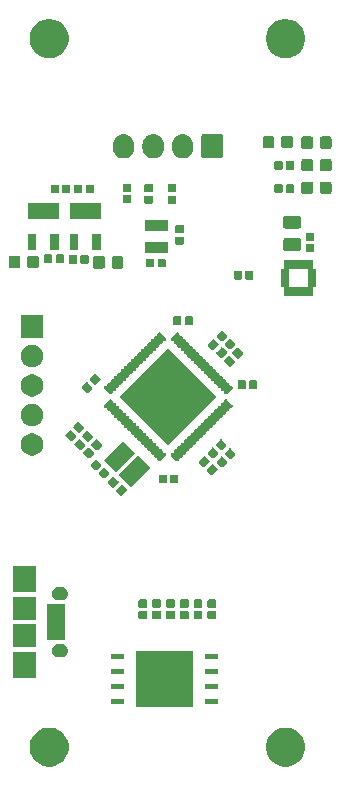
<source format=gts>
G04 #@! TF.GenerationSoftware,KiCad,Pcbnew,(5.0.2)-1*
G04 #@! TF.CreationDate,2019-10-12T13:33:17+09:00*
G04 #@! TF.ProjectId,High_range_accelerometer,48696768-5f72-4616-9e67-655f61636365,rev?*
G04 #@! TF.SameCoordinates,Original*
G04 #@! TF.FileFunction,Soldermask,Top*
G04 #@! TF.FilePolarity,Negative*
%FSLAX46Y46*%
G04 Gerber Fmt 4.6, Leading zero omitted, Abs format (unit mm)*
G04 Created by KiCad (PCBNEW (5.0.2)-1) date 2019/10/12 13:33:17*
%MOMM*%
%LPD*%
G01*
G04 APERTURE LIST*
%ADD10C,0.100000*%
G04 APERTURE END LIST*
D10*
G36*
X117225256Y-111741298D02*
X117331579Y-111762447D01*
X117632042Y-111886903D01*
X117898852Y-112065180D01*
X117902454Y-112067587D01*
X118132413Y-112297546D01*
X118313098Y-112567960D01*
X118437553Y-112868422D01*
X118501000Y-113187389D01*
X118501000Y-113512611D01*
X118437553Y-113831578D01*
X118313098Y-114132040D01*
X118132413Y-114402454D01*
X117902454Y-114632413D01*
X117902451Y-114632415D01*
X117632042Y-114813097D01*
X117331579Y-114937553D01*
X117225256Y-114958702D01*
X117012611Y-115001000D01*
X116687389Y-115001000D01*
X116474744Y-114958702D01*
X116368421Y-114937553D01*
X116067958Y-114813097D01*
X115797549Y-114632415D01*
X115797546Y-114632413D01*
X115567587Y-114402454D01*
X115386902Y-114132040D01*
X115262447Y-113831578D01*
X115199000Y-113512611D01*
X115199000Y-113187389D01*
X115262447Y-112868422D01*
X115386902Y-112567960D01*
X115567587Y-112297546D01*
X115797546Y-112067587D01*
X115801148Y-112065180D01*
X116067958Y-111886903D01*
X116368421Y-111762447D01*
X116474744Y-111741298D01*
X116687389Y-111699000D01*
X117012611Y-111699000D01*
X117225256Y-111741298D01*
X117225256Y-111741298D01*
G37*
G36*
X97225256Y-111741298D02*
X97331579Y-111762447D01*
X97632042Y-111886903D01*
X97898852Y-112065180D01*
X97902454Y-112067587D01*
X98132413Y-112297546D01*
X98313098Y-112567960D01*
X98437553Y-112868422D01*
X98501000Y-113187389D01*
X98501000Y-113512611D01*
X98437553Y-113831578D01*
X98313098Y-114132040D01*
X98132413Y-114402454D01*
X97902454Y-114632413D01*
X97902451Y-114632415D01*
X97632042Y-114813097D01*
X97331579Y-114937553D01*
X97225256Y-114958702D01*
X97012611Y-115001000D01*
X96687389Y-115001000D01*
X96474744Y-114958702D01*
X96368421Y-114937553D01*
X96067958Y-114813097D01*
X95797549Y-114632415D01*
X95797546Y-114632413D01*
X95567587Y-114402454D01*
X95386902Y-114132040D01*
X95262447Y-113831578D01*
X95199000Y-113512611D01*
X95199000Y-113187389D01*
X95262447Y-112868422D01*
X95386902Y-112567960D01*
X95567587Y-112297546D01*
X95797546Y-112067587D01*
X95801148Y-112065180D01*
X96067958Y-111886903D01*
X96368421Y-111762447D01*
X96474744Y-111741298D01*
X96687389Y-111699000D01*
X97012611Y-111699000D01*
X97225256Y-111741298D01*
X97225256Y-111741298D01*
G37*
G36*
X108999720Y-109930160D02*
X104197720Y-109930160D01*
X104197720Y-105228160D01*
X108999720Y-105228160D01*
X108999720Y-109930160D01*
X108999720Y-109930160D01*
G37*
G36*
X111149720Y-109735160D02*
X110047720Y-109735160D01*
X110047720Y-109233160D01*
X111149720Y-109233160D01*
X111149720Y-109735160D01*
X111149720Y-109735160D01*
G37*
G36*
X103149720Y-109735160D02*
X102047720Y-109735160D01*
X102047720Y-109233160D01*
X103149720Y-109233160D01*
X103149720Y-109735160D01*
X103149720Y-109735160D01*
G37*
G36*
X111149720Y-108465160D02*
X110047720Y-108465160D01*
X110047720Y-107963160D01*
X111149720Y-107963160D01*
X111149720Y-108465160D01*
X111149720Y-108465160D01*
G37*
G36*
X103149720Y-108465160D02*
X102047720Y-108465160D01*
X102047720Y-107963160D01*
X103149720Y-107963160D01*
X103149720Y-108465160D01*
X103149720Y-108465160D01*
G37*
G36*
X95750620Y-107504160D02*
X93748620Y-107504160D01*
X93748620Y-105302160D01*
X95750620Y-105302160D01*
X95750620Y-107504160D01*
X95750620Y-107504160D01*
G37*
G36*
X111149720Y-107195160D02*
X110047720Y-107195160D01*
X110047720Y-106693160D01*
X111149720Y-106693160D01*
X111149720Y-107195160D01*
X111149720Y-107195160D01*
G37*
G36*
X103149720Y-107195160D02*
X102047720Y-107195160D01*
X102047720Y-106693160D01*
X103149720Y-106693160D01*
X103149720Y-107195160D01*
X103149720Y-107195160D01*
G37*
G36*
X111149720Y-105925160D02*
X110047720Y-105925160D01*
X110047720Y-105423160D01*
X111149720Y-105423160D01*
X111149720Y-105925160D01*
X111149720Y-105925160D01*
G37*
G36*
X103149720Y-105925160D02*
X102047720Y-105925160D01*
X102047720Y-105423160D01*
X103149720Y-105423160D01*
X103149720Y-105925160D01*
X103149720Y-105925160D01*
G37*
G36*
X97962536Y-104610494D02*
X98071112Y-104643431D01*
X98171177Y-104696916D01*
X98258884Y-104768896D01*
X98330864Y-104856603D01*
X98384349Y-104956668D01*
X98417286Y-105065244D01*
X98428407Y-105178160D01*
X98417286Y-105291076D01*
X98384349Y-105399652D01*
X98330864Y-105499717D01*
X98258884Y-105587424D01*
X98171177Y-105659404D01*
X98071112Y-105712889D01*
X97962536Y-105745826D01*
X97877918Y-105754160D01*
X97621322Y-105754160D01*
X97536704Y-105745826D01*
X97428128Y-105712889D01*
X97328063Y-105659404D01*
X97240356Y-105587424D01*
X97168376Y-105499717D01*
X97114891Y-105399652D01*
X97081954Y-105291076D01*
X97070833Y-105178160D01*
X97081954Y-105065244D01*
X97114891Y-104956668D01*
X97168376Y-104856603D01*
X97240356Y-104768896D01*
X97328063Y-104696916D01*
X97428128Y-104643431D01*
X97536704Y-104610494D01*
X97621322Y-104602160D01*
X97877918Y-104602160D01*
X97962536Y-104610494D01*
X97962536Y-104610494D01*
G37*
G36*
X95750620Y-104854160D02*
X93748620Y-104854160D01*
X93748620Y-102952160D01*
X95750620Y-102952160D01*
X95750620Y-104854160D01*
X95750620Y-104854160D01*
G37*
G36*
X98150620Y-104304160D02*
X96698620Y-104304160D01*
X96698620Y-101202160D01*
X98150620Y-101202160D01*
X98150620Y-104304160D01*
X98150620Y-104304160D01*
G37*
G36*
X95750620Y-102554160D02*
X93748620Y-102554160D01*
X93748620Y-100652160D01*
X95750620Y-100652160D01*
X95750620Y-102554160D01*
X95750620Y-102554160D01*
G37*
G36*
X108569758Y-101815376D02*
X108590376Y-101821630D01*
X108609376Y-101831786D01*
X108626028Y-101845452D01*
X108639694Y-101862104D01*
X108649850Y-101881104D01*
X108656104Y-101901722D01*
X108658820Y-101929300D01*
X108658820Y-102388020D01*
X108656104Y-102415598D01*
X108649850Y-102436216D01*
X108639694Y-102455216D01*
X108626028Y-102471868D01*
X108609376Y-102485534D01*
X108590376Y-102495690D01*
X108569758Y-102501944D01*
X108542180Y-102504660D01*
X108033460Y-102504660D01*
X108005882Y-102501944D01*
X107985264Y-102495690D01*
X107966264Y-102485534D01*
X107949612Y-102471868D01*
X107935946Y-102455216D01*
X107925790Y-102436216D01*
X107919536Y-102415598D01*
X107916820Y-102388020D01*
X107916820Y-101929300D01*
X107919536Y-101901722D01*
X107925790Y-101881104D01*
X107935946Y-101862104D01*
X107949612Y-101845452D01*
X107966264Y-101831786D01*
X107985264Y-101821630D01*
X108005882Y-101815376D01*
X108033460Y-101812660D01*
X108542180Y-101812660D01*
X108569758Y-101815376D01*
X108569758Y-101815376D01*
G37*
G36*
X107401358Y-101815376D02*
X107421976Y-101821630D01*
X107440976Y-101831786D01*
X107457628Y-101845452D01*
X107471294Y-101862104D01*
X107481450Y-101881104D01*
X107487704Y-101901722D01*
X107490420Y-101929300D01*
X107490420Y-102388020D01*
X107487704Y-102415598D01*
X107481450Y-102436216D01*
X107471294Y-102455216D01*
X107457628Y-102471868D01*
X107440976Y-102485534D01*
X107421976Y-102495690D01*
X107401358Y-102501944D01*
X107373780Y-102504660D01*
X106865060Y-102504660D01*
X106837482Y-102501944D01*
X106816864Y-102495690D01*
X106797864Y-102485534D01*
X106781212Y-102471868D01*
X106767546Y-102455216D01*
X106757390Y-102436216D01*
X106751136Y-102415598D01*
X106748420Y-102388020D01*
X106748420Y-101929300D01*
X106751136Y-101901722D01*
X106757390Y-101881104D01*
X106767546Y-101862104D01*
X106781212Y-101845452D01*
X106797864Y-101831786D01*
X106816864Y-101821630D01*
X106837482Y-101815376D01*
X106865060Y-101812660D01*
X107373780Y-101812660D01*
X107401358Y-101815376D01*
X107401358Y-101815376D01*
G37*
G36*
X106232958Y-101815376D02*
X106253576Y-101821630D01*
X106272576Y-101831786D01*
X106289228Y-101845452D01*
X106302894Y-101862104D01*
X106313050Y-101881104D01*
X106319304Y-101901722D01*
X106322020Y-101929300D01*
X106322020Y-102388020D01*
X106319304Y-102415598D01*
X106313050Y-102436216D01*
X106302894Y-102455216D01*
X106289228Y-102471868D01*
X106272576Y-102485534D01*
X106253576Y-102495690D01*
X106232958Y-102501944D01*
X106205380Y-102504660D01*
X105696660Y-102504660D01*
X105669082Y-102501944D01*
X105648464Y-102495690D01*
X105629464Y-102485534D01*
X105612812Y-102471868D01*
X105599146Y-102455216D01*
X105588990Y-102436216D01*
X105582736Y-102415598D01*
X105580020Y-102388020D01*
X105580020Y-101929300D01*
X105582736Y-101901722D01*
X105588990Y-101881104D01*
X105599146Y-101862104D01*
X105612812Y-101845452D01*
X105629464Y-101831786D01*
X105648464Y-101821630D01*
X105669082Y-101815376D01*
X105696660Y-101812660D01*
X106205380Y-101812660D01*
X106232958Y-101815376D01*
X106232958Y-101815376D01*
G37*
G36*
X110906558Y-101815376D02*
X110927176Y-101821630D01*
X110946176Y-101831786D01*
X110962828Y-101845452D01*
X110976494Y-101862104D01*
X110986650Y-101881104D01*
X110992904Y-101901722D01*
X110995620Y-101929300D01*
X110995620Y-102388020D01*
X110992904Y-102415598D01*
X110986650Y-102436216D01*
X110976494Y-102455216D01*
X110962828Y-102471868D01*
X110946176Y-102485534D01*
X110927176Y-102495690D01*
X110906558Y-102501944D01*
X110878980Y-102504660D01*
X110370260Y-102504660D01*
X110342682Y-102501944D01*
X110322064Y-102495690D01*
X110303064Y-102485534D01*
X110286412Y-102471868D01*
X110272746Y-102455216D01*
X110262590Y-102436216D01*
X110256336Y-102415598D01*
X110253620Y-102388020D01*
X110253620Y-101929300D01*
X110256336Y-101901722D01*
X110262590Y-101881104D01*
X110272746Y-101862104D01*
X110286412Y-101845452D01*
X110303064Y-101831786D01*
X110322064Y-101821630D01*
X110342682Y-101815376D01*
X110370260Y-101812660D01*
X110878980Y-101812660D01*
X110906558Y-101815376D01*
X110906558Y-101815376D01*
G37*
G36*
X105064558Y-101815376D02*
X105085176Y-101821630D01*
X105104176Y-101831786D01*
X105120828Y-101845452D01*
X105134494Y-101862104D01*
X105144650Y-101881104D01*
X105150904Y-101901722D01*
X105153620Y-101929300D01*
X105153620Y-102388020D01*
X105150904Y-102415598D01*
X105144650Y-102436216D01*
X105134494Y-102455216D01*
X105120828Y-102471868D01*
X105104176Y-102485534D01*
X105085176Y-102495690D01*
X105064558Y-102501944D01*
X105036980Y-102504660D01*
X104528260Y-102504660D01*
X104500682Y-102501944D01*
X104480064Y-102495690D01*
X104461064Y-102485534D01*
X104444412Y-102471868D01*
X104430746Y-102455216D01*
X104420590Y-102436216D01*
X104414336Y-102415598D01*
X104411620Y-102388020D01*
X104411620Y-101929300D01*
X104414336Y-101901722D01*
X104420590Y-101881104D01*
X104430746Y-101862104D01*
X104444412Y-101845452D01*
X104461064Y-101831786D01*
X104480064Y-101821630D01*
X104500682Y-101815376D01*
X104528260Y-101812660D01*
X105036980Y-101812660D01*
X105064558Y-101815376D01*
X105064558Y-101815376D01*
G37*
G36*
X109738158Y-101815376D02*
X109758776Y-101821630D01*
X109777776Y-101831786D01*
X109794428Y-101845452D01*
X109808094Y-101862104D01*
X109818250Y-101881104D01*
X109824504Y-101901722D01*
X109827220Y-101929300D01*
X109827220Y-102388020D01*
X109824504Y-102415598D01*
X109818250Y-102436216D01*
X109808094Y-102455216D01*
X109794428Y-102471868D01*
X109777776Y-102485534D01*
X109758776Y-102495690D01*
X109738158Y-102501944D01*
X109710580Y-102504660D01*
X109201860Y-102504660D01*
X109174282Y-102501944D01*
X109153664Y-102495690D01*
X109134664Y-102485534D01*
X109118012Y-102471868D01*
X109104346Y-102455216D01*
X109094190Y-102436216D01*
X109087936Y-102415598D01*
X109085220Y-102388020D01*
X109085220Y-101929300D01*
X109087936Y-101901722D01*
X109094190Y-101881104D01*
X109104346Y-101862104D01*
X109118012Y-101845452D01*
X109134664Y-101831786D01*
X109153664Y-101821630D01*
X109174282Y-101815376D01*
X109201860Y-101812660D01*
X109710580Y-101812660D01*
X109738158Y-101815376D01*
X109738158Y-101815376D01*
G37*
G36*
X110906558Y-100845376D02*
X110927176Y-100851630D01*
X110946176Y-100861786D01*
X110962828Y-100875452D01*
X110976494Y-100892104D01*
X110986650Y-100911104D01*
X110992904Y-100931722D01*
X110995620Y-100959300D01*
X110995620Y-101418020D01*
X110992904Y-101445598D01*
X110986650Y-101466216D01*
X110976494Y-101485216D01*
X110962828Y-101501868D01*
X110946176Y-101515534D01*
X110927176Y-101525690D01*
X110906558Y-101531944D01*
X110878980Y-101534660D01*
X110370260Y-101534660D01*
X110342682Y-101531944D01*
X110322064Y-101525690D01*
X110303064Y-101515534D01*
X110286412Y-101501868D01*
X110272746Y-101485216D01*
X110262590Y-101466216D01*
X110256336Y-101445598D01*
X110253620Y-101418020D01*
X110253620Y-100959300D01*
X110256336Y-100931722D01*
X110262590Y-100911104D01*
X110272746Y-100892104D01*
X110286412Y-100875452D01*
X110303064Y-100861786D01*
X110322064Y-100851630D01*
X110342682Y-100845376D01*
X110370260Y-100842660D01*
X110878980Y-100842660D01*
X110906558Y-100845376D01*
X110906558Y-100845376D01*
G37*
G36*
X106232958Y-100845376D02*
X106253576Y-100851630D01*
X106272576Y-100861786D01*
X106289228Y-100875452D01*
X106302894Y-100892104D01*
X106313050Y-100911104D01*
X106319304Y-100931722D01*
X106322020Y-100959300D01*
X106322020Y-101418020D01*
X106319304Y-101445598D01*
X106313050Y-101466216D01*
X106302894Y-101485216D01*
X106289228Y-101501868D01*
X106272576Y-101515534D01*
X106253576Y-101525690D01*
X106232958Y-101531944D01*
X106205380Y-101534660D01*
X105696660Y-101534660D01*
X105669082Y-101531944D01*
X105648464Y-101525690D01*
X105629464Y-101515534D01*
X105612812Y-101501868D01*
X105599146Y-101485216D01*
X105588990Y-101466216D01*
X105582736Y-101445598D01*
X105580020Y-101418020D01*
X105580020Y-100959300D01*
X105582736Y-100931722D01*
X105588990Y-100911104D01*
X105599146Y-100892104D01*
X105612812Y-100875452D01*
X105629464Y-100861786D01*
X105648464Y-100851630D01*
X105669082Y-100845376D01*
X105696660Y-100842660D01*
X106205380Y-100842660D01*
X106232958Y-100845376D01*
X106232958Y-100845376D01*
G37*
G36*
X105064558Y-100845376D02*
X105085176Y-100851630D01*
X105104176Y-100861786D01*
X105120828Y-100875452D01*
X105134494Y-100892104D01*
X105144650Y-100911104D01*
X105150904Y-100931722D01*
X105153620Y-100959300D01*
X105153620Y-101418020D01*
X105150904Y-101445598D01*
X105144650Y-101466216D01*
X105134494Y-101485216D01*
X105120828Y-101501868D01*
X105104176Y-101515534D01*
X105085176Y-101525690D01*
X105064558Y-101531944D01*
X105036980Y-101534660D01*
X104528260Y-101534660D01*
X104500682Y-101531944D01*
X104480064Y-101525690D01*
X104461064Y-101515534D01*
X104444412Y-101501868D01*
X104430746Y-101485216D01*
X104420590Y-101466216D01*
X104414336Y-101445598D01*
X104411620Y-101418020D01*
X104411620Y-100959300D01*
X104414336Y-100931722D01*
X104420590Y-100911104D01*
X104430746Y-100892104D01*
X104444412Y-100875452D01*
X104461064Y-100861786D01*
X104480064Y-100851630D01*
X104500682Y-100845376D01*
X104528260Y-100842660D01*
X105036980Y-100842660D01*
X105064558Y-100845376D01*
X105064558Y-100845376D01*
G37*
G36*
X109738158Y-100845376D02*
X109758776Y-100851630D01*
X109777776Y-100861786D01*
X109794428Y-100875452D01*
X109808094Y-100892104D01*
X109818250Y-100911104D01*
X109824504Y-100931722D01*
X109827220Y-100959300D01*
X109827220Y-101418020D01*
X109824504Y-101445598D01*
X109818250Y-101466216D01*
X109808094Y-101485216D01*
X109794428Y-101501868D01*
X109777776Y-101515534D01*
X109758776Y-101525690D01*
X109738158Y-101531944D01*
X109710580Y-101534660D01*
X109201860Y-101534660D01*
X109174282Y-101531944D01*
X109153664Y-101525690D01*
X109134664Y-101515534D01*
X109118012Y-101501868D01*
X109104346Y-101485216D01*
X109094190Y-101466216D01*
X109087936Y-101445598D01*
X109085220Y-101418020D01*
X109085220Y-100959300D01*
X109087936Y-100931722D01*
X109094190Y-100911104D01*
X109104346Y-100892104D01*
X109118012Y-100875452D01*
X109134664Y-100861786D01*
X109153664Y-100851630D01*
X109174282Y-100845376D01*
X109201860Y-100842660D01*
X109710580Y-100842660D01*
X109738158Y-100845376D01*
X109738158Y-100845376D01*
G37*
G36*
X108569758Y-100845376D02*
X108590376Y-100851630D01*
X108609376Y-100861786D01*
X108626028Y-100875452D01*
X108639694Y-100892104D01*
X108649850Y-100911104D01*
X108656104Y-100931722D01*
X108658820Y-100959300D01*
X108658820Y-101418020D01*
X108656104Y-101445598D01*
X108649850Y-101466216D01*
X108639694Y-101485216D01*
X108626028Y-101501868D01*
X108609376Y-101515534D01*
X108590376Y-101525690D01*
X108569758Y-101531944D01*
X108542180Y-101534660D01*
X108033460Y-101534660D01*
X108005882Y-101531944D01*
X107985264Y-101525690D01*
X107966264Y-101515534D01*
X107949612Y-101501868D01*
X107935946Y-101485216D01*
X107925790Y-101466216D01*
X107919536Y-101445598D01*
X107916820Y-101418020D01*
X107916820Y-100959300D01*
X107919536Y-100931722D01*
X107925790Y-100911104D01*
X107935946Y-100892104D01*
X107949612Y-100875452D01*
X107966264Y-100861786D01*
X107985264Y-100851630D01*
X108005882Y-100845376D01*
X108033460Y-100842660D01*
X108542180Y-100842660D01*
X108569758Y-100845376D01*
X108569758Y-100845376D01*
G37*
G36*
X107401358Y-100845376D02*
X107421976Y-100851630D01*
X107440976Y-100861786D01*
X107457628Y-100875452D01*
X107471294Y-100892104D01*
X107481450Y-100911104D01*
X107487704Y-100931722D01*
X107490420Y-100959300D01*
X107490420Y-101418020D01*
X107487704Y-101445598D01*
X107481450Y-101466216D01*
X107471294Y-101485216D01*
X107457628Y-101501868D01*
X107440976Y-101515534D01*
X107421976Y-101525690D01*
X107401358Y-101531944D01*
X107373780Y-101534660D01*
X106865060Y-101534660D01*
X106837482Y-101531944D01*
X106816864Y-101525690D01*
X106797864Y-101515534D01*
X106781212Y-101501868D01*
X106767546Y-101485216D01*
X106757390Y-101466216D01*
X106751136Y-101445598D01*
X106748420Y-101418020D01*
X106748420Y-100959300D01*
X106751136Y-100931722D01*
X106757390Y-100911104D01*
X106767546Y-100892104D01*
X106781212Y-100875452D01*
X106797864Y-100861786D01*
X106816864Y-100851630D01*
X106837482Y-100845376D01*
X106865060Y-100842660D01*
X107373780Y-100842660D01*
X107401358Y-100845376D01*
X107401358Y-100845376D01*
G37*
G36*
X97962536Y-99760494D02*
X98071112Y-99793431D01*
X98171177Y-99846916D01*
X98258884Y-99918896D01*
X98330864Y-100006603D01*
X98384349Y-100106668D01*
X98417286Y-100215244D01*
X98428407Y-100328160D01*
X98417286Y-100441076D01*
X98384349Y-100549652D01*
X98330864Y-100649717D01*
X98258884Y-100737424D01*
X98171177Y-100809404D01*
X98071112Y-100862889D01*
X97962536Y-100895826D01*
X97877918Y-100904160D01*
X97621322Y-100904160D01*
X97536704Y-100895826D01*
X97428128Y-100862889D01*
X97328063Y-100809404D01*
X97240356Y-100737424D01*
X97168376Y-100649717D01*
X97114891Y-100549652D01*
X97081954Y-100441076D01*
X97070833Y-100328160D01*
X97081954Y-100215244D01*
X97114891Y-100106668D01*
X97168376Y-100006603D01*
X97240356Y-99918896D01*
X97328063Y-99846916D01*
X97428128Y-99793431D01*
X97536704Y-99760494D01*
X97621322Y-99752160D01*
X97877918Y-99752160D01*
X97962536Y-99760494D01*
X97962536Y-99760494D01*
G37*
G36*
X95750620Y-100204160D02*
X93748620Y-100204160D01*
X93748620Y-98002160D01*
X95750620Y-98002160D01*
X95750620Y-100204160D01*
X95750620Y-100204160D01*
G37*
G36*
X103005683Y-91144098D02*
X103026301Y-91150352D01*
X103045301Y-91160508D01*
X103066726Y-91178091D01*
X103391083Y-91502448D01*
X103408666Y-91523873D01*
X103418822Y-91542873D01*
X103425076Y-91563491D01*
X103427187Y-91584929D01*
X103425076Y-91606367D01*
X103418822Y-91626985D01*
X103408666Y-91645985D01*
X103391083Y-91667410D01*
X103031370Y-92027123D01*
X103009945Y-92044706D01*
X102990945Y-92054862D01*
X102970327Y-92061116D01*
X102948889Y-92063227D01*
X102927451Y-92061116D01*
X102906833Y-92054862D01*
X102887833Y-92044706D01*
X102866408Y-92027123D01*
X102542051Y-91702766D01*
X102524468Y-91681341D01*
X102514312Y-91662341D01*
X102508058Y-91641723D01*
X102505947Y-91620285D01*
X102508058Y-91598847D01*
X102514312Y-91578229D01*
X102524468Y-91559229D01*
X102542051Y-91537804D01*
X102901764Y-91178091D01*
X102923189Y-91160508D01*
X102942189Y-91150352D01*
X102962807Y-91144098D01*
X102984245Y-91141987D01*
X103005683Y-91144098D01*
X103005683Y-91144098D01*
G37*
G36*
X102319789Y-90458204D02*
X102340407Y-90464458D01*
X102359407Y-90474614D01*
X102380832Y-90492197D01*
X102705189Y-90816554D01*
X102722772Y-90837979D01*
X102732928Y-90856979D01*
X102739182Y-90877597D01*
X102741293Y-90899035D01*
X102739182Y-90920473D01*
X102732928Y-90941091D01*
X102722772Y-90960091D01*
X102705189Y-90981516D01*
X102345476Y-91341229D01*
X102324051Y-91358812D01*
X102305051Y-91368968D01*
X102284433Y-91375222D01*
X102262995Y-91377333D01*
X102241557Y-91375222D01*
X102220939Y-91368968D01*
X102201939Y-91358812D01*
X102180514Y-91341229D01*
X101856157Y-91016872D01*
X101838574Y-90995447D01*
X101828418Y-90976447D01*
X101822164Y-90955829D01*
X101820053Y-90934391D01*
X101822164Y-90912953D01*
X101828418Y-90892335D01*
X101838574Y-90873335D01*
X101856157Y-90851910D01*
X102215870Y-90492197D01*
X102237295Y-90474614D01*
X102256295Y-90464458D01*
X102276913Y-90458204D01*
X102298351Y-90456093D01*
X102319789Y-90458204D01*
X102319789Y-90458204D01*
G37*
G36*
X105395078Y-89672858D02*
X103767318Y-91300618D01*
X102740598Y-90273898D01*
X104368358Y-88646138D01*
X105395078Y-89672858D01*
X105395078Y-89672858D01*
G37*
G36*
X107696258Y-90269076D02*
X107716876Y-90275330D01*
X107735876Y-90285486D01*
X107752528Y-90299152D01*
X107766194Y-90315804D01*
X107776350Y-90334804D01*
X107782604Y-90355422D01*
X107785320Y-90383000D01*
X107785320Y-90891720D01*
X107782604Y-90919298D01*
X107776350Y-90939916D01*
X107766194Y-90958916D01*
X107752528Y-90975568D01*
X107735876Y-90989234D01*
X107716876Y-90999390D01*
X107696258Y-91005644D01*
X107668680Y-91008360D01*
X107209960Y-91008360D01*
X107182382Y-91005644D01*
X107161764Y-90999390D01*
X107142764Y-90989234D01*
X107126112Y-90975568D01*
X107112446Y-90958916D01*
X107102290Y-90939916D01*
X107096036Y-90919298D01*
X107093320Y-90891720D01*
X107093320Y-90383000D01*
X107096036Y-90355422D01*
X107102290Y-90334804D01*
X107112446Y-90315804D01*
X107126112Y-90299152D01*
X107142764Y-90285486D01*
X107161764Y-90275330D01*
X107182382Y-90269076D01*
X107209960Y-90266360D01*
X107668680Y-90266360D01*
X107696258Y-90269076D01*
X107696258Y-90269076D01*
G37*
G36*
X106726258Y-90269076D02*
X106746876Y-90275330D01*
X106765876Y-90285486D01*
X106782528Y-90299152D01*
X106796194Y-90315804D01*
X106806350Y-90334804D01*
X106812604Y-90355422D01*
X106815320Y-90383000D01*
X106815320Y-90891720D01*
X106812604Y-90919298D01*
X106806350Y-90939916D01*
X106796194Y-90958916D01*
X106782528Y-90975568D01*
X106765876Y-90989234D01*
X106746876Y-90999390D01*
X106726258Y-91005644D01*
X106698680Y-91008360D01*
X106239960Y-91008360D01*
X106212382Y-91005644D01*
X106191764Y-90999390D01*
X106172764Y-90989234D01*
X106156112Y-90975568D01*
X106142446Y-90958916D01*
X106132290Y-90939916D01*
X106126036Y-90919298D01*
X106123320Y-90891720D01*
X106123320Y-90383000D01*
X106126036Y-90355422D01*
X106132290Y-90334804D01*
X106142446Y-90315804D01*
X106156112Y-90299152D01*
X106172764Y-90285486D01*
X106191764Y-90275330D01*
X106212382Y-90269076D01*
X106239960Y-90266360D01*
X106698680Y-90266360D01*
X106726258Y-90269076D01*
X106726258Y-90269076D01*
G37*
G36*
X101545183Y-89683598D02*
X101565801Y-89689852D01*
X101584801Y-89700008D01*
X101606226Y-89717591D01*
X101930583Y-90041948D01*
X101948166Y-90063373D01*
X101958322Y-90082373D01*
X101964576Y-90102991D01*
X101966687Y-90124429D01*
X101964576Y-90145867D01*
X101958322Y-90166485D01*
X101948166Y-90185485D01*
X101930583Y-90206910D01*
X101570870Y-90566623D01*
X101549445Y-90584206D01*
X101530445Y-90594362D01*
X101509827Y-90600616D01*
X101488389Y-90602727D01*
X101466951Y-90600616D01*
X101446333Y-90594362D01*
X101427333Y-90584206D01*
X101405908Y-90566623D01*
X101081551Y-90242266D01*
X101063968Y-90220841D01*
X101053812Y-90201841D01*
X101047558Y-90181223D01*
X101045447Y-90159785D01*
X101047558Y-90138347D01*
X101053812Y-90117729D01*
X101063968Y-90098729D01*
X101081551Y-90077304D01*
X101441264Y-89717591D01*
X101462689Y-89700008D01*
X101481689Y-89689852D01*
X101502307Y-89683598D01*
X101523745Y-89681487D01*
X101545183Y-89683598D01*
X101545183Y-89683598D01*
G37*
G36*
X110714630Y-89391545D02*
X110735248Y-89397799D01*
X110754248Y-89407955D01*
X110775673Y-89425538D01*
X111100030Y-89749895D01*
X111117613Y-89771320D01*
X111127769Y-89790320D01*
X111134023Y-89810938D01*
X111136134Y-89832376D01*
X111134023Y-89853814D01*
X111127769Y-89874432D01*
X111117613Y-89893432D01*
X111100030Y-89914857D01*
X110740317Y-90274570D01*
X110718892Y-90292153D01*
X110699892Y-90302309D01*
X110679274Y-90308563D01*
X110657836Y-90310674D01*
X110636398Y-90308563D01*
X110615780Y-90302309D01*
X110596780Y-90292153D01*
X110575355Y-90274570D01*
X110250998Y-89950213D01*
X110233415Y-89928788D01*
X110223259Y-89909788D01*
X110217005Y-89889170D01*
X110214894Y-89867732D01*
X110217005Y-89846294D01*
X110223259Y-89825676D01*
X110233415Y-89806676D01*
X110250998Y-89785251D01*
X110610711Y-89425538D01*
X110632136Y-89407955D01*
X110651136Y-89397799D01*
X110671754Y-89391545D01*
X110693192Y-89389434D01*
X110714630Y-89391545D01*
X110714630Y-89391545D01*
G37*
G36*
X104157642Y-88435422D02*
X102529882Y-90063182D01*
X101503162Y-89036462D01*
X103130922Y-87408702D01*
X104157642Y-88435422D01*
X104157642Y-88435422D01*
G37*
G36*
X100859289Y-88997704D02*
X100879907Y-89003958D01*
X100898907Y-89014114D01*
X100920332Y-89031697D01*
X101244689Y-89356054D01*
X101262272Y-89377479D01*
X101272428Y-89396479D01*
X101278682Y-89417097D01*
X101280793Y-89438535D01*
X101278682Y-89459973D01*
X101272428Y-89480591D01*
X101262272Y-89499591D01*
X101244689Y-89521016D01*
X100884976Y-89880729D01*
X100863551Y-89898312D01*
X100844551Y-89908468D01*
X100823933Y-89914722D01*
X100802495Y-89916833D01*
X100781057Y-89914722D01*
X100760439Y-89908468D01*
X100741439Y-89898312D01*
X100720014Y-89880729D01*
X100395657Y-89556372D01*
X100378074Y-89534947D01*
X100367918Y-89515947D01*
X100361664Y-89495329D01*
X100359553Y-89473891D01*
X100361664Y-89452453D01*
X100367918Y-89431835D01*
X100378074Y-89412835D01*
X100395657Y-89391410D01*
X100755370Y-89031697D01*
X100776795Y-89014114D01*
X100795795Y-89003958D01*
X100816413Y-88997704D01*
X100837851Y-88995593D01*
X100859289Y-88997704D01*
X100859289Y-88997704D01*
G37*
G36*
X111491933Y-88731098D02*
X111512551Y-88737352D01*
X111531551Y-88747508D01*
X111552976Y-88765091D01*
X111912689Y-89124804D01*
X111930272Y-89146229D01*
X111940428Y-89165229D01*
X111946682Y-89185847D01*
X111948793Y-89207285D01*
X111946682Y-89228723D01*
X111940428Y-89249341D01*
X111930272Y-89268341D01*
X111912689Y-89289766D01*
X111588332Y-89614123D01*
X111566907Y-89631706D01*
X111547907Y-89641862D01*
X111527289Y-89648116D01*
X111505851Y-89650227D01*
X111484413Y-89648116D01*
X111463795Y-89641862D01*
X111444795Y-89631706D01*
X111423370Y-89614123D01*
X111063657Y-89254410D01*
X111046074Y-89232985D01*
X111035918Y-89213985D01*
X111029664Y-89193367D01*
X111027553Y-89171929D01*
X111029664Y-89150491D01*
X111035918Y-89129873D01*
X111046074Y-89110873D01*
X111063657Y-89089448D01*
X111388014Y-88765091D01*
X111409439Y-88747508D01*
X111428439Y-88737352D01*
X111449057Y-88731098D01*
X111470495Y-88728987D01*
X111491933Y-88731098D01*
X111491933Y-88731098D01*
G37*
G36*
X110028736Y-88705651D02*
X110049354Y-88711905D01*
X110068354Y-88722061D01*
X110089779Y-88739644D01*
X110414136Y-89064001D01*
X110431719Y-89085426D01*
X110441875Y-89104426D01*
X110448129Y-89125044D01*
X110450240Y-89146482D01*
X110448129Y-89167920D01*
X110441875Y-89188538D01*
X110431719Y-89207538D01*
X110414136Y-89228963D01*
X110054423Y-89588676D01*
X110032998Y-89606259D01*
X110013998Y-89616415D01*
X109993380Y-89622669D01*
X109971942Y-89624780D01*
X109950504Y-89622669D01*
X109929886Y-89616415D01*
X109910886Y-89606259D01*
X109889461Y-89588676D01*
X109565104Y-89264319D01*
X109547521Y-89242894D01*
X109537365Y-89223894D01*
X109531111Y-89203276D01*
X109529000Y-89181838D01*
X109531111Y-89160400D01*
X109537365Y-89139782D01*
X109547521Y-89120782D01*
X109565104Y-89099357D01*
X109924817Y-88739644D01*
X109946242Y-88722061D01*
X109965242Y-88711905D01*
X109985860Y-88705651D01*
X110007298Y-88703540D01*
X110028736Y-88705651D01*
X110028736Y-88705651D01*
G37*
G36*
X111850439Y-83894538D02*
X111878899Y-83903172D01*
X111878901Y-83903173D01*
X111905134Y-83917194D01*
X111922368Y-83931339D01*
X111922374Y-83931344D01*
X112357110Y-84366079D01*
X112357115Y-84366085D01*
X112371260Y-84383320D01*
X112375487Y-84391229D01*
X112385282Y-84409554D01*
X112393916Y-84438014D01*
X112396831Y-84467617D01*
X112393916Y-84497219D01*
X112385566Y-84524742D01*
X112385281Y-84525681D01*
X112371260Y-84551914D01*
X112352390Y-84574906D01*
X112329398Y-84593776D01*
X112303165Y-84607797D01*
X112303163Y-84607798D01*
X112274703Y-84616432D01*
X112238964Y-84619951D01*
X112226740Y-84619951D01*
X112202707Y-84624731D01*
X112180068Y-84634108D01*
X112159693Y-84647721D01*
X112142365Y-84665048D01*
X112128751Y-84685422D01*
X112119373Y-84708061D01*
X112114592Y-84732094D01*
X112114592Y-84744323D01*
X112111073Y-84780062D01*
X112102723Y-84807585D01*
X112102438Y-84808524D01*
X112088417Y-84834757D01*
X112069547Y-84857749D01*
X112046555Y-84876619D01*
X112020898Y-84890332D01*
X112020320Y-84890641D01*
X111991860Y-84899275D01*
X111956121Y-84902794D01*
X111943897Y-84902794D01*
X111919864Y-84907574D01*
X111897225Y-84916951D01*
X111876850Y-84930564D01*
X111859522Y-84947891D01*
X111845908Y-84968265D01*
X111836530Y-84990904D01*
X111831749Y-85014937D01*
X111831749Y-85027166D01*
X111828230Y-85062905D01*
X111819596Y-85091365D01*
X111819595Y-85091367D01*
X111805574Y-85117600D01*
X111786704Y-85140592D01*
X111763712Y-85159462D01*
X111737479Y-85173483D01*
X111737477Y-85173484D01*
X111709017Y-85182118D01*
X111673283Y-85185636D01*
X111661057Y-85185636D01*
X111637024Y-85190416D01*
X111614384Y-85199793D01*
X111594009Y-85213406D01*
X111576681Y-85230732D01*
X111563067Y-85251107D01*
X111553689Y-85273745D01*
X111548907Y-85297778D01*
X111548907Y-85310009D01*
X111545388Y-85345748D01*
X111536754Y-85374208D01*
X111536753Y-85374210D01*
X111522732Y-85400443D01*
X111503862Y-85423435D01*
X111480870Y-85442305D01*
X111474991Y-85445447D01*
X111454635Y-85456327D01*
X111426175Y-85464961D01*
X111390436Y-85468480D01*
X111378212Y-85468480D01*
X111354179Y-85473260D01*
X111331540Y-85482637D01*
X111311165Y-85496250D01*
X111293837Y-85513577D01*
X111280223Y-85533951D01*
X111270845Y-85556590D01*
X111266064Y-85580623D01*
X111266064Y-85592851D01*
X111262545Y-85628590D01*
X111254195Y-85656113D01*
X111253910Y-85657052D01*
X111239889Y-85683285D01*
X111221019Y-85706277D01*
X111198027Y-85725147D01*
X111171794Y-85739168D01*
X111171792Y-85739169D01*
X111143332Y-85747803D01*
X111107593Y-85751322D01*
X111095369Y-85751322D01*
X111071336Y-85756102D01*
X111048697Y-85765479D01*
X111028322Y-85779092D01*
X111010994Y-85796419D01*
X110997380Y-85816793D01*
X110988002Y-85839432D01*
X110983221Y-85863465D01*
X110983221Y-85875694D01*
X110979702Y-85911433D01*
X110971068Y-85939893D01*
X110971067Y-85939895D01*
X110957046Y-85966128D01*
X110938176Y-85989120D01*
X110915184Y-86007990D01*
X110890120Y-86021386D01*
X110888949Y-86022012D01*
X110860489Y-86030646D01*
X110824755Y-86034164D01*
X110812529Y-86034164D01*
X110788496Y-86038944D01*
X110765856Y-86048321D01*
X110745481Y-86061934D01*
X110728153Y-86079260D01*
X110714539Y-86099635D01*
X110705161Y-86122273D01*
X110700379Y-86146306D01*
X110700379Y-86158537D01*
X110696860Y-86194276D01*
X110688226Y-86222736D01*
X110688225Y-86222738D01*
X110674204Y-86248971D01*
X110655334Y-86271963D01*
X110632342Y-86290833D01*
X110606109Y-86304854D01*
X110606107Y-86304855D01*
X110577647Y-86313489D01*
X110541908Y-86317008D01*
X110529684Y-86317008D01*
X110505651Y-86321788D01*
X110483012Y-86331165D01*
X110462637Y-86344778D01*
X110445309Y-86362105D01*
X110431695Y-86382479D01*
X110422317Y-86405118D01*
X110417536Y-86429151D01*
X110417536Y-86441379D01*
X110414017Y-86477118D01*
X110405667Y-86504641D01*
X110405382Y-86505580D01*
X110391361Y-86531813D01*
X110372491Y-86554805D01*
X110349499Y-86573675D01*
X110328864Y-86584704D01*
X110323264Y-86587697D01*
X110294804Y-86596331D01*
X110259065Y-86599850D01*
X110246841Y-86599850D01*
X110222808Y-86604630D01*
X110200169Y-86614007D01*
X110179794Y-86627620D01*
X110162466Y-86644947D01*
X110148852Y-86665321D01*
X110139474Y-86687960D01*
X110134693Y-86711993D01*
X110134693Y-86724222D01*
X110131174Y-86759961D01*
X110122824Y-86787484D01*
X110122539Y-86788423D01*
X110108518Y-86814656D01*
X110089648Y-86837648D01*
X110066656Y-86856518D01*
X110040423Y-86870539D01*
X110040421Y-86870540D01*
X110011961Y-86879174D01*
X109976222Y-86882693D01*
X109963998Y-86882693D01*
X109939965Y-86887473D01*
X109917326Y-86896850D01*
X109896951Y-86910463D01*
X109879623Y-86927790D01*
X109866009Y-86948164D01*
X109856631Y-86970803D01*
X109851850Y-86994836D01*
X109851850Y-87007065D01*
X109848331Y-87042804D01*
X109839697Y-87071264D01*
X109839696Y-87071266D01*
X109825675Y-87097499D01*
X109806805Y-87120491D01*
X109783813Y-87139361D01*
X109767904Y-87147864D01*
X109757578Y-87153383D01*
X109729118Y-87162017D01*
X109693384Y-87165535D01*
X109681158Y-87165535D01*
X109657125Y-87170315D01*
X109634485Y-87179692D01*
X109614110Y-87193305D01*
X109596782Y-87210631D01*
X109583168Y-87231006D01*
X109573790Y-87253644D01*
X109569008Y-87277677D01*
X109569008Y-87289908D01*
X109565489Y-87325647D01*
X109556855Y-87354107D01*
X109556854Y-87354109D01*
X109542833Y-87380342D01*
X109523963Y-87403334D01*
X109500971Y-87422204D01*
X109490353Y-87427879D01*
X109474736Y-87436226D01*
X109446276Y-87444860D01*
X109410537Y-87448379D01*
X109398313Y-87448379D01*
X109374280Y-87453159D01*
X109351641Y-87462536D01*
X109331266Y-87476149D01*
X109313938Y-87493476D01*
X109300324Y-87513850D01*
X109290946Y-87536489D01*
X109286165Y-87560522D01*
X109286165Y-87572750D01*
X109282646Y-87608489D01*
X109274296Y-87636012D01*
X109274011Y-87636951D01*
X109259990Y-87663184D01*
X109241120Y-87686176D01*
X109218128Y-87705046D01*
X109191895Y-87719067D01*
X109191893Y-87719068D01*
X109163433Y-87727702D01*
X109127694Y-87731221D01*
X109115470Y-87731221D01*
X109091437Y-87736001D01*
X109068798Y-87745378D01*
X109048423Y-87758991D01*
X109031095Y-87776318D01*
X109017481Y-87796692D01*
X109008103Y-87819331D01*
X109003322Y-87843364D01*
X109003322Y-87855593D01*
X108999803Y-87891332D01*
X108991169Y-87919792D01*
X108991168Y-87919794D01*
X108977147Y-87946027D01*
X108958277Y-87969019D01*
X108935285Y-87987889D01*
X108927088Y-87992270D01*
X108909050Y-88001911D01*
X108880590Y-88010545D01*
X108844856Y-88014063D01*
X108832630Y-88014063D01*
X108808597Y-88018843D01*
X108785957Y-88028220D01*
X108765582Y-88041833D01*
X108748254Y-88059159D01*
X108734640Y-88079534D01*
X108725262Y-88102172D01*
X108720480Y-88126205D01*
X108720480Y-88138436D01*
X108716961Y-88174175D01*
X108708327Y-88202635D01*
X108708326Y-88202637D01*
X108694305Y-88228870D01*
X108675435Y-88251862D01*
X108652443Y-88270732D01*
X108626210Y-88284753D01*
X108626208Y-88284754D01*
X108597748Y-88293388D01*
X108562009Y-88296907D01*
X108549785Y-88296907D01*
X108525752Y-88301687D01*
X108503113Y-88311064D01*
X108482738Y-88324677D01*
X108465410Y-88342004D01*
X108451796Y-88362378D01*
X108442418Y-88385017D01*
X108437637Y-88409050D01*
X108437637Y-88421278D01*
X108434118Y-88457017D01*
X108425768Y-88484540D01*
X108425483Y-88485479D01*
X108411462Y-88511712D01*
X108392592Y-88534704D01*
X108369600Y-88553574D01*
X108344920Y-88566765D01*
X108343365Y-88567596D01*
X108314905Y-88576230D01*
X108279166Y-88579749D01*
X108266942Y-88579749D01*
X108242909Y-88584529D01*
X108220270Y-88593906D01*
X108199895Y-88607519D01*
X108182567Y-88624846D01*
X108168953Y-88645220D01*
X108159575Y-88667859D01*
X108154794Y-88691892D01*
X108154794Y-88704121D01*
X108151275Y-88739860D01*
X108142908Y-88767439D01*
X108142640Y-88768322D01*
X108128619Y-88794555D01*
X108109749Y-88817547D01*
X108086757Y-88836417D01*
X108067914Y-88846488D01*
X108060522Y-88850439D01*
X108032062Y-88859073D01*
X107996323Y-88862592D01*
X107984099Y-88862592D01*
X107960066Y-88867372D01*
X107937427Y-88876749D01*
X107917052Y-88890362D01*
X107899724Y-88907689D01*
X107886110Y-88928063D01*
X107876732Y-88950702D01*
X107871951Y-88974735D01*
X107871951Y-88986964D01*
X107868432Y-89022703D01*
X107860272Y-89049600D01*
X107859797Y-89051165D01*
X107845776Y-89077398D01*
X107826906Y-89100390D01*
X107803914Y-89119260D01*
X107801066Y-89120782D01*
X107777679Y-89133282D01*
X107749219Y-89141916D01*
X107719617Y-89144831D01*
X107690014Y-89141916D01*
X107661554Y-89133282D01*
X107655176Y-89129873D01*
X107635320Y-89119260D01*
X107618085Y-89105115D01*
X107618079Y-89105110D01*
X107183344Y-88670374D01*
X107181280Y-88667859D01*
X107169194Y-88653134D01*
X107155173Y-88626901D01*
X107155172Y-88626899D01*
X107146538Y-88598439D01*
X107143623Y-88568837D01*
X107146538Y-88539235D01*
X107155172Y-88510775D01*
X107165348Y-88491736D01*
X107169194Y-88484540D01*
X107188064Y-88461548D01*
X107211056Y-88442678D01*
X107237289Y-88428657D01*
X107237291Y-88428656D01*
X107265751Y-88420022D01*
X107301490Y-88416503D01*
X107313714Y-88416503D01*
X107337747Y-88411723D01*
X107360386Y-88402346D01*
X107380761Y-88388733D01*
X107398089Y-88371406D01*
X107411703Y-88351032D01*
X107421081Y-88328393D01*
X107425862Y-88304360D01*
X107425862Y-88292131D01*
X107429381Y-88256392D01*
X107438015Y-88227932D01*
X107444909Y-88215033D01*
X107452037Y-88201697D01*
X107470907Y-88178705D01*
X107493899Y-88159835D01*
X107520132Y-88145814D01*
X107520134Y-88145813D01*
X107548594Y-88137179D01*
X107584333Y-88133660D01*
X107596557Y-88133660D01*
X107620590Y-88128880D01*
X107643229Y-88119503D01*
X107663604Y-88105890D01*
X107680932Y-88088563D01*
X107694546Y-88068189D01*
X107703924Y-88045550D01*
X107708705Y-88021517D01*
X107708705Y-88009288D01*
X107712224Y-87973549D01*
X107720858Y-87945089D01*
X107734881Y-87918853D01*
X107753750Y-87895862D01*
X107776741Y-87876993D01*
X107776740Y-87876993D01*
X107776742Y-87876992D01*
X107802975Y-87862971D01*
X107802977Y-87862970D01*
X107831437Y-87854336D01*
X107867176Y-87850817D01*
X107879400Y-87850817D01*
X107903433Y-87846037D01*
X107926072Y-87836660D01*
X107946447Y-87823047D01*
X107963775Y-87805720D01*
X107977389Y-87785346D01*
X107986767Y-87762707D01*
X107991548Y-87738674D01*
X107991548Y-87726446D01*
X107995067Y-87690707D01*
X108003701Y-87662247D01*
X108009888Y-87650671D01*
X108017723Y-87636012D01*
X108036593Y-87613020D01*
X108059585Y-87594150D01*
X108085818Y-87580129D01*
X108085820Y-87580128D01*
X108114280Y-87571494D01*
X108150014Y-87567976D01*
X108162240Y-87567976D01*
X108186273Y-87563196D01*
X108208913Y-87553819D01*
X108229288Y-87540206D01*
X108246616Y-87522880D01*
X108260230Y-87502505D01*
X108269608Y-87479867D01*
X108274390Y-87455834D01*
X108274390Y-87443603D01*
X108277909Y-87407864D01*
X108286543Y-87379404D01*
X108289812Y-87373288D01*
X108300565Y-87353169D01*
X108319435Y-87330177D01*
X108342427Y-87311307D01*
X108368660Y-87297286D01*
X108368662Y-87297285D01*
X108397122Y-87288651D01*
X108432861Y-87285132D01*
X108445085Y-87285132D01*
X108469118Y-87280352D01*
X108491757Y-87270975D01*
X108512132Y-87257362D01*
X108529460Y-87240035D01*
X108543074Y-87219661D01*
X108552452Y-87197022D01*
X108557233Y-87172989D01*
X108557233Y-87160760D01*
X108560752Y-87125021D01*
X108569386Y-87096561D01*
X108583409Y-87070325D01*
X108585920Y-87067266D01*
X108602278Y-87047334D01*
X108625270Y-87028464D01*
X108651503Y-87014443D01*
X108651505Y-87014442D01*
X108679965Y-87005808D01*
X108715704Y-87002289D01*
X108727928Y-87002289D01*
X108751961Y-86997509D01*
X108774600Y-86988132D01*
X108794975Y-86974519D01*
X108812303Y-86957192D01*
X108825917Y-86936818D01*
X108835295Y-86914179D01*
X108840076Y-86890146D01*
X108840076Y-86877918D01*
X108843595Y-86842179D01*
X108852229Y-86813719D01*
X108854459Y-86809546D01*
X108866251Y-86787484D01*
X108885121Y-86764492D01*
X108908113Y-86745622D01*
X108934346Y-86731601D01*
X108934348Y-86731600D01*
X108962808Y-86722966D01*
X108998542Y-86719448D01*
X109010768Y-86719448D01*
X109034801Y-86714668D01*
X109057441Y-86705291D01*
X109077816Y-86691678D01*
X109095144Y-86674352D01*
X109108758Y-86653977D01*
X109118136Y-86631339D01*
X109122918Y-86607306D01*
X109122918Y-86595075D01*
X109126437Y-86559336D01*
X109135071Y-86530876D01*
X109141004Y-86519776D01*
X109149093Y-86504641D01*
X109167963Y-86481649D01*
X109190955Y-86462779D01*
X109217188Y-86448758D01*
X109217190Y-86448757D01*
X109245650Y-86440123D01*
X109281389Y-86436604D01*
X109293613Y-86436604D01*
X109317646Y-86431824D01*
X109340285Y-86422447D01*
X109360660Y-86408834D01*
X109377988Y-86391507D01*
X109391602Y-86371133D01*
X109400980Y-86348494D01*
X109405761Y-86324461D01*
X109405761Y-86312232D01*
X109409280Y-86276493D01*
X109417914Y-86248033D01*
X109431937Y-86221797D01*
X109447792Y-86202479D01*
X109450806Y-86198806D01*
X109473798Y-86179936D01*
X109500031Y-86165915D01*
X109500033Y-86165914D01*
X109528493Y-86157280D01*
X109564232Y-86153761D01*
X109576456Y-86153761D01*
X109600489Y-86148981D01*
X109623128Y-86139604D01*
X109643503Y-86125991D01*
X109660831Y-86108664D01*
X109674445Y-86088290D01*
X109683823Y-86065651D01*
X109688604Y-86041618D01*
X109688604Y-86029389D01*
X109692123Y-85993650D01*
X109700757Y-85965190D01*
X109714780Y-85938954D01*
X109733649Y-85915963D01*
X109756640Y-85897094D01*
X109756639Y-85897094D01*
X109756641Y-85897093D01*
X109782874Y-85883072D01*
X109782876Y-85883071D01*
X109811336Y-85874437D01*
X109847075Y-85870918D01*
X109859299Y-85870918D01*
X109883332Y-85866138D01*
X109905971Y-85856761D01*
X109926346Y-85843148D01*
X109943674Y-85825821D01*
X109957288Y-85805447D01*
X109966666Y-85782808D01*
X109971447Y-85758775D01*
X109971447Y-85746547D01*
X109974966Y-85710808D01*
X109983600Y-85682348D01*
X109992903Y-85664943D01*
X109997622Y-85656113D01*
X110016492Y-85633121D01*
X110039484Y-85614251D01*
X110065717Y-85600230D01*
X110065719Y-85600229D01*
X110094179Y-85591595D01*
X110129913Y-85588077D01*
X110142139Y-85588077D01*
X110166172Y-85583297D01*
X110188812Y-85573920D01*
X110209187Y-85560307D01*
X110226515Y-85542981D01*
X110240129Y-85522606D01*
X110249507Y-85499968D01*
X110254289Y-85475935D01*
X110254289Y-85463704D01*
X110257808Y-85427965D01*
X110266442Y-85399505D01*
X110280465Y-85373269D01*
X110299334Y-85350278D01*
X110322325Y-85331409D01*
X110322324Y-85331409D01*
X110322326Y-85331408D01*
X110348559Y-85317387D01*
X110348561Y-85317386D01*
X110377021Y-85308752D01*
X110412760Y-85305233D01*
X110424984Y-85305233D01*
X110449017Y-85300453D01*
X110471656Y-85291076D01*
X110492031Y-85277463D01*
X110509359Y-85260136D01*
X110522973Y-85239762D01*
X110532351Y-85217123D01*
X110537132Y-85193090D01*
X110537132Y-85180861D01*
X110540651Y-85145122D01*
X110549285Y-85116662D01*
X110563308Y-85090426D01*
X110582177Y-85067435D01*
X110605168Y-85048566D01*
X110605167Y-85048566D01*
X110605169Y-85048565D01*
X110631402Y-85034544D01*
X110631404Y-85034543D01*
X110659864Y-85025909D01*
X110695603Y-85022390D01*
X110707827Y-85022390D01*
X110731860Y-85017610D01*
X110754499Y-85008233D01*
X110774874Y-84994620D01*
X110792202Y-84977293D01*
X110805816Y-84956919D01*
X110815194Y-84934280D01*
X110819975Y-84910247D01*
X110819975Y-84898019D01*
X110823494Y-84862280D01*
X110832128Y-84833820D01*
X110841536Y-84816218D01*
X110846150Y-84807585D01*
X110865020Y-84784593D01*
X110888012Y-84765723D01*
X110914245Y-84751702D01*
X110914247Y-84751701D01*
X110942707Y-84743067D01*
X110978441Y-84739549D01*
X110990667Y-84739549D01*
X111014700Y-84734769D01*
X111037340Y-84725392D01*
X111057715Y-84711779D01*
X111075043Y-84694453D01*
X111088657Y-84674078D01*
X111098035Y-84651440D01*
X111102817Y-84627407D01*
X111102817Y-84615176D01*
X111106336Y-84579437D01*
X111114970Y-84550977D01*
X111114971Y-84550975D01*
X111128992Y-84524742D01*
X111147862Y-84501750D01*
X111170854Y-84482880D01*
X111197087Y-84468859D01*
X111197089Y-84468858D01*
X111225549Y-84460224D01*
X111261288Y-84456705D01*
X111273512Y-84456705D01*
X111297545Y-84451925D01*
X111320184Y-84442548D01*
X111340559Y-84428935D01*
X111357887Y-84411608D01*
X111371501Y-84391234D01*
X111380879Y-84368595D01*
X111385660Y-84344562D01*
X111385660Y-84332333D01*
X111389179Y-84296594D01*
X111397813Y-84268134D01*
X111411836Y-84241898D01*
X111430705Y-84218907D01*
X111453696Y-84200038D01*
X111453695Y-84200038D01*
X111453697Y-84200037D01*
X111479930Y-84186016D01*
X111479932Y-84186015D01*
X111508392Y-84177381D01*
X111544131Y-84173862D01*
X111556355Y-84173862D01*
X111580388Y-84169082D01*
X111603027Y-84159705D01*
X111623402Y-84146092D01*
X111640730Y-84128765D01*
X111654344Y-84108391D01*
X111663722Y-84085752D01*
X111668503Y-84061719D01*
X111668503Y-84049490D01*
X111672022Y-84013751D01*
X111680656Y-83985291D01*
X111694679Y-83959055D01*
X111713548Y-83936064D01*
X111736539Y-83917195D01*
X111736538Y-83917195D01*
X111736540Y-83917194D01*
X111762773Y-83903173D01*
X111762775Y-83903172D01*
X111791235Y-83894538D01*
X111820837Y-83891623D01*
X111850439Y-83894538D01*
X111850439Y-83894538D01*
G37*
G36*
X102092365Y-83894538D02*
X102120825Y-83903172D01*
X102120827Y-83903173D01*
X102147060Y-83917194D01*
X102147062Y-83917195D01*
X102147061Y-83917195D01*
X102170052Y-83936064D01*
X102188921Y-83959055D01*
X102202944Y-83985291D01*
X102211578Y-84013751D01*
X102215097Y-84049490D01*
X102215097Y-84061714D01*
X102219877Y-84085747D01*
X102229254Y-84108386D01*
X102242867Y-84128761D01*
X102260194Y-84146089D01*
X102280568Y-84159703D01*
X102303207Y-84169081D01*
X102327240Y-84173862D01*
X102339469Y-84173862D01*
X102375208Y-84177381D01*
X102403668Y-84186015D01*
X102403670Y-84186016D01*
X102429903Y-84200037D01*
X102429905Y-84200038D01*
X102429904Y-84200038D01*
X102452895Y-84218907D01*
X102471764Y-84241898D01*
X102485787Y-84268134D01*
X102494421Y-84296594D01*
X102497940Y-84332333D01*
X102497940Y-84344557D01*
X102502720Y-84368590D01*
X102512097Y-84391229D01*
X102525710Y-84411604D01*
X102543037Y-84428932D01*
X102563411Y-84442546D01*
X102586050Y-84451924D01*
X102610083Y-84456705D01*
X102622312Y-84456705D01*
X102658051Y-84460224D01*
X102686511Y-84468858D01*
X102686513Y-84468859D01*
X102712746Y-84482880D01*
X102735738Y-84501750D01*
X102754608Y-84524742D01*
X102768629Y-84550975D01*
X102768630Y-84550977D01*
X102777264Y-84579437D01*
X102780783Y-84615176D01*
X102780783Y-84627400D01*
X102785563Y-84651433D01*
X102794940Y-84674072D01*
X102808553Y-84694447D01*
X102825880Y-84711775D01*
X102846254Y-84725389D01*
X102868893Y-84734767D01*
X102892926Y-84739548D01*
X102905154Y-84739548D01*
X102940893Y-84743067D01*
X102969353Y-84751701D01*
X102969355Y-84751702D01*
X102995588Y-84765723D01*
X103018580Y-84784593D01*
X103037450Y-84807585D01*
X103042064Y-84816218D01*
X103051472Y-84833820D01*
X103060106Y-84862280D01*
X103063624Y-84898014D01*
X103063624Y-84910240D01*
X103068404Y-84934273D01*
X103077781Y-84956913D01*
X103091394Y-84977288D01*
X103108720Y-84994616D01*
X103129095Y-85008230D01*
X103151733Y-85017608D01*
X103175766Y-85022390D01*
X103187997Y-85022390D01*
X103223736Y-85025909D01*
X103252196Y-85034543D01*
X103252198Y-85034544D01*
X103278431Y-85048565D01*
X103278433Y-85048566D01*
X103278432Y-85048566D01*
X103301423Y-85067435D01*
X103320292Y-85090426D01*
X103334315Y-85116662D01*
X103342949Y-85145122D01*
X103346468Y-85180861D01*
X103346468Y-85193085D01*
X103351248Y-85217118D01*
X103360625Y-85239757D01*
X103374238Y-85260132D01*
X103391565Y-85277460D01*
X103411939Y-85291074D01*
X103434578Y-85300452D01*
X103458611Y-85305233D01*
X103470840Y-85305233D01*
X103506579Y-85308752D01*
X103535039Y-85317386D01*
X103535041Y-85317387D01*
X103561274Y-85331408D01*
X103561276Y-85331409D01*
X103561275Y-85331409D01*
X103584266Y-85350278D01*
X103603135Y-85373269D01*
X103617158Y-85399505D01*
X103625792Y-85427965D01*
X103629311Y-85463704D01*
X103629311Y-85475928D01*
X103634091Y-85499961D01*
X103643468Y-85522600D01*
X103657081Y-85542975D01*
X103674408Y-85560303D01*
X103694782Y-85573917D01*
X103717421Y-85583295D01*
X103741454Y-85588076D01*
X103753682Y-85588076D01*
X103789421Y-85591595D01*
X103817881Y-85600229D01*
X103817883Y-85600230D01*
X103844116Y-85614251D01*
X103867108Y-85633121D01*
X103885978Y-85656113D01*
X103890697Y-85664943D01*
X103900000Y-85682348D01*
X103908634Y-85710808D01*
X103912152Y-85746542D01*
X103912152Y-85758768D01*
X103916932Y-85782801D01*
X103926309Y-85805441D01*
X103939922Y-85825816D01*
X103957248Y-85843144D01*
X103977623Y-85856758D01*
X104000261Y-85866136D01*
X104024294Y-85870918D01*
X104036525Y-85870918D01*
X104072264Y-85874437D01*
X104100724Y-85883071D01*
X104100726Y-85883072D01*
X104126959Y-85897093D01*
X104126961Y-85897094D01*
X104126960Y-85897094D01*
X104149951Y-85915963D01*
X104168820Y-85938954D01*
X104182843Y-85965190D01*
X104191477Y-85993650D01*
X104194996Y-86029389D01*
X104194996Y-86041613D01*
X104199776Y-86065646D01*
X104209153Y-86088285D01*
X104222766Y-86108660D01*
X104240093Y-86125988D01*
X104260467Y-86139602D01*
X104283106Y-86148980D01*
X104307139Y-86153761D01*
X104319368Y-86153761D01*
X104355107Y-86157280D01*
X104383567Y-86165914D01*
X104383569Y-86165915D01*
X104409802Y-86179936D01*
X104432794Y-86198806D01*
X104435809Y-86202479D01*
X104451663Y-86221797D01*
X104465686Y-86248033D01*
X104474320Y-86276493D01*
X104477839Y-86312232D01*
X104477839Y-86324456D01*
X104482619Y-86348489D01*
X104491996Y-86371128D01*
X104505609Y-86391503D01*
X104522936Y-86408831D01*
X104543310Y-86422445D01*
X104565949Y-86431823D01*
X104589982Y-86436604D01*
X104602211Y-86436604D01*
X104637950Y-86440123D01*
X104666410Y-86448757D01*
X104666412Y-86448758D01*
X104692645Y-86462779D01*
X104715637Y-86481649D01*
X104734507Y-86504641D01*
X104742596Y-86519776D01*
X104748529Y-86530876D01*
X104757163Y-86559336D01*
X104760682Y-86595075D01*
X104760682Y-86607299D01*
X104765462Y-86631332D01*
X104774839Y-86653971D01*
X104788452Y-86674346D01*
X104805779Y-86691674D01*
X104826153Y-86705288D01*
X104848792Y-86714666D01*
X104872825Y-86719447D01*
X104885053Y-86719447D01*
X104920792Y-86722966D01*
X104949252Y-86731600D01*
X104949254Y-86731601D01*
X104975487Y-86745622D01*
X104998479Y-86764492D01*
X105017349Y-86787484D01*
X105029141Y-86809546D01*
X105031371Y-86813719D01*
X105040005Y-86842179D01*
X105043523Y-86877913D01*
X105043523Y-86890139D01*
X105048303Y-86914172D01*
X105057680Y-86936812D01*
X105071293Y-86957187D01*
X105088619Y-86974515D01*
X105108994Y-86988129D01*
X105131632Y-86997507D01*
X105155665Y-87002289D01*
X105167896Y-87002289D01*
X105203635Y-87005808D01*
X105232095Y-87014442D01*
X105232097Y-87014443D01*
X105258330Y-87028464D01*
X105281322Y-87047334D01*
X105297681Y-87067266D01*
X105300191Y-87070325D01*
X105314214Y-87096561D01*
X105322848Y-87125021D01*
X105326367Y-87160760D01*
X105326367Y-87172984D01*
X105331147Y-87197017D01*
X105340524Y-87219656D01*
X105354137Y-87240031D01*
X105371464Y-87257359D01*
X105391838Y-87270973D01*
X105414477Y-87280351D01*
X105438510Y-87285132D01*
X105450739Y-87285132D01*
X105486478Y-87288651D01*
X105514938Y-87297285D01*
X105514940Y-87297286D01*
X105541173Y-87311307D01*
X105564165Y-87330177D01*
X105583035Y-87353169D01*
X105593788Y-87373288D01*
X105597057Y-87379404D01*
X105605691Y-87407864D01*
X105609210Y-87443603D01*
X105609210Y-87455827D01*
X105613990Y-87479860D01*
X105623367Y-87502499D01*
X105636980Y-87522874D01*
X105654307Y-87540202D01*
X105674681Y-87553816D01*
X105697320Y-87563194D01*
X105721353Y-87567975D01*
X105733581Y-87567975D01*
X105769320Y-87571494D01*
X105797780Y-87580128D01*
X105797782Y-87580129D01*
X105824015Y-87594150D01*
X105847007Y-87613020D01*
X105865877Y-87636012D01*
X105873712Y-87650671D01*
X105879899Y-87662247D01*
X105888533Y-87690707D01*
X105892051Y-87726441D01*
X105892051Y-87738667D01*
X105896831Y-87762700D01*
X105906208Y-87785340D01*
X105919821Y-87805715D01*
X105937147Y-87823043D01*
X105957522Y-87836657D01*
X105980160Y-87846035D01*
X106004193Y-87850817D01*
X106016424Y-87850817D01*
X106052163Y-87854336D01*
X106080623Y-87862970D01*
X106080625Y-87862971D01*
X106106858Y-87876992D01*
X106106860Y-87876993D01*
X106106859Y-87876993D01*
X106129850Y-87895862D01*
X106148719Y-87918853D01*
X106162742Y-87945089D01*
X106171376Y-87973549D01*
X106174895Y-88009288D01*
X106174895Y-88021512D01*
X106179675Y-88045545D01*
X106189052Y-88068184D01*
X106202665Y-88088559D01*
X106219992Y-88105887D01*
X106240366Y-88119501D01*
X106263005Y-88128879D01*
X106287038Y-88133660D01*
X106299267Y-88133660D01*
X106335006Y-88137179D01*
X106363466Y-88145813D01*
X106363468Y-88145814D01*
X106389701Y-88159835D01*
X106412693Y-88178705D01*
X106431563Y-88201697D01*
X106438691Y-88215033D01*
X106445585Y-88227932D01*
X106454219Y-88256392D01*
X106457738Y-88292131D01*
X106457738Y-88304355D01*
X106462518Y-88328388D01*
X106471895Y-88351027D01*
X106485508Y-88371402D01*
X106502835Y-88388730D01*
X106523209Y-88402344D01*
X106545848Y-88411722D01*
X106569881Y-88416503D01*
X106582110Y-88416503D01*
X106617849Y-88420022D01*
X106646309Y-88428656D01*
X106646311Y-88428657D01*
X106672544Y-88442678D01*
X106695536Y-88461548D01*
X106714406Y-88484540D01*
X106718252Y-88491736D01*
X106728428Y-88510775D01*
X106737062Y-88539235D01*
X106739977Y-88568837D01*
X106737062Y-88598440D01*
X106728428Y-88626899D01*
X106728427Y-88626902D01*
X106714406Y-88653134D01*
X106702321Y-88667859D01*
X106700256Y-88670375D01*
X106265520Y-89105110D01*
X106265514Y-89105115D01*
X106248280Y-89119260D01*
X106228423Y-89129873D01*
X106222045Y-89133282D01*
X106193585Y-89141916D01*
X106163983Y-89144831D01*
X106134381Y-89141916D01*
X106105921Y-89133282D01*
X106082534Y-89120782D01*
X106079686Y-89119260D01*
X106056694Y-89100390D01*
X106037824Y-89077398D01*
X106023803Y-89051165D01*
X106023328Y-89049600D01*
X106015168Y-89022703D01*
X106011649Y-88986964D01*
X106011649Y-88974740D01*
X106006869Y-88950707D01*
X105997492Y-88928068D01*
X105983879Y-88907693D01*
X105966552Y-88890365D01*
X105946178Y-88876751D01*
X105923539Y-88867373D01*
X105899506Y-88862592D01*
X105887277Y-88862592D01*
X105851538Y-88859073D01*
X105823078Y-88850439D01*
X105815686Y-88846488D01*
X105796843Y-88836417D01*
X105773851Y-88817547D01*
X105754981Y-88794555D01*
X105740960Y-88768322D01*
X105740692Y-88767439D01*
X105732325Y-88739860D01*
X105728806Y-88704121D01*
X105728806Y-88691897D01*
X105724026Y-88667864D01*
X105714649Y-88645225D01*
X105701036Y-88624850D01*
X105683709Y-88607522D01*
X105663335Y-88593908D01*
X105640696Y-88584530D01*
X105616663Y-88579749D01*
X105604434Y-88579749D01*
X105568695Y-88576230D01*
X105540235Y-88567596D01*
X105538680Y-88566765D01*
X105514000Y-88553574D01*
X105491008Y-88534704D01*
X105472138Y-88511712D01*
X105458117Y-88485479D01*
X105457832Y-88484540D01*
X105449482Y-88457017D01*
X105445964Y-88421283D01*
X105445964Y-88409057D01*
X105441184Y-88385024D01*
X105431807Y-88362384D01*
X105418194Y-88342009D01*
X105400868Y-88324681D01*
X105380493Y-88311067D01*
X105357855Y-88301689D01*
X105333822Y-88296907D01*
X105321591Y-88296907D01*
X105285852Y-88293388D01*
X105257392Y-88284754D01*
X105257390Y-88284753D01*
X105231157Y-88270732D01*
X105208165Y-88251862D01*
X105189295Y-88228870D01*
X105175274Y-88202637D01*
X105175273Y-88202635D01*
X105166639Y-88174175D01*
X105163120Y-88138436D01*
X105163120Y-88126212D01*
X105158340Y-88102179D01*
X105148963Y-88079540D01*
X105135350Y-88059165D01*
X105118023Y-88041837D01*
X105097649Y-88028223D01*
X105075010Y-88018845D01*
X105050977Y-88014064D01*
X105038749Y-88014064D01*
X105003010Y-88010545D01*
X104974550Y-88001911D01*
X104956512Y-87992270D01*
X104948315Y-87987889D01*
X104925323Y-87969019D01*
X104906453Y-87946027D01*
X104892432Y-87919794D01*
X104892431Y-87919792D01*
X104883797Y-87891332D01*
X104880278Y-87855593D01*
X104880278Y-87843369D01*
X104875498Y-87819336D01*
X104866121Y-87796697D01*
X104852508Y-87776322D01*
X104835181Y-87758994D01*
X104814807Y-87745380D01*
X104792168Y-87736002D01*
X104768135Y-87731221D01*
X104755906Y-87731221D01*
X104720167Y-87727702D01*
X104691707Y-87719068D01*
X104691705Y-87719067D01*
X104665472Y-87705046D01*
X104642480Y-87686176D01*
X104623610Y-87663184D01*
X104609589Y-87636951D01*
X104609304Y-87636012D01*
X104600954Y-87608489D01*
X104597436Y-87572755D01*
X104597436Y-87560529D01*
X104592656Y-87536496D01*
X104583279Y-87513856D01*
X104569666Y-87493481D01*
X104552340Y-87476153D01*
X104531965Y-87462539D01*
X104509327Y-87453161D01*
X104485294Y-87448379D01*
X104473063Y-87448379D01*
X104437324Y-87444860D01*
X104408864Y-87436226D01*
X104393247Y-87427879D01*
X104382629Y-87422204D01*
X104359637Y-87403334D01*
X104340767Y-87380342D01*
X104326746Y-87354109D01*
X104326745Y-87354107D01*
X104318111Y-87325647D01*
X104314592Y-87289908D01*
X104314592Y-87277684D01*
X104309812Y-87253651D01*
X104300435Y-87231012D01*
X104286822Y-87210637D01*
X104269495Y-87193309D01*
X104249121Y-87179695D01*
X104226482Y-87170317D01*
X104202449Y-87165536D01*
X104190221Y-87165536D01*
X104154482Y-87162017D01*
X104126022Y-87153383D01*
X104115696Y-87147864D01*
X104099787Y-87139361D01*
X104076795Y-87120491D01*
X104057925Y-87097499D01*
X104043904Y-87071266D01*
X104043903Y-87071264D01*
X104035269Y-87042804D01*
X104031750Y-87007065D01*
X104031750Y-86994841D01*
X104026970Y-86970808D01*
X104017593Y-86948169D01*
X104003980Y-86927794D01*
X103986653Y-86910466D01*
X103966279Y-86896852D01*
X103943640Y-86887474D01*
X103919607Y-86882693D01*
X103907378Y-86882693D01*
X103871639Y-86879174D01*
X103843179Y-86870540D01*
X103843177Y-86870539D01*
X103816944Y-86856518D01*
X103793952Y-86837648D01*
X103775082Y-86814656D01*
X103761061Y-86788423D01*
X103760776Y-86787484D01*
X103752426Y-86759961D01*
X103748907Y-86724222D01*
X103748907Y-86711998D01*
X103744127Y-86687965D01*
X103734750Y-86665326D01*
X103721137Y-86644951D01*
X103703810Y-86627623D01*
X103683436Y-86614009D01*
X103660797Y-86604631D01*
X103636764Y-86599850D01*
X103624535Y-86599850D01*
X103588796Y-86596331D01*
X103560336Y-86587697D01*
X103554736Y-86584704D01*
X103534101Y-86573675D01*
X103511109Y-86554805D01*
X103492239Y-86531813D01*
X103478218Y-86505580D01*
X103477933Y-86504641D01*
X103469583Y-86477118D01*
X103466065Y-86441384D01*
X103466065Y-86429158D01*
X103461285Y-86405125D01*
X103451908Y-86382485D01*
X103438295Y-86362110D01*
X103420969Y-86344782D01*
X103400594Y-86331168D01*
X103377956Y-86321790D01*
X103353923Y-86317008D01*
X103341692Y-86317008D01*
X103305953Y-86313489D01*
X103277493Y-86304855D01*
X103277491Y-86304854D01*
X103251258Y-86290833D01*
X103228266Y-86271963D01*
X103209396Y-86248971D01*
X103195375Y-86222738D01*
X103195374Y-86222736D01*
X103186740Y-86194276D01*
X103183221Y-86158537D01*
X103183221Y-86146313D01*
X103178441Y-86122280D01*
X103169064Y-86099641D01*
X103155451Y-86079266D01*
X103138124Y-86061938D01*
X103117750Y-86048324D01*
X103095111Y-86038946D01*
X103071078Y-86034165D01*
X103058850Y-86034165D01*
X103023111Y-86030646D01*
X102994651Y-86022012D01*
X102993480Y-86021386D01*
X102968416Y-86007990D01*
X102945424Y-85989120D01*
X102926554Y-85966128D01*
X102912533Y-85939895D01*
X102912532Y-85939893D01*
X102903898Y-85911433D01*
X102900379Y-85875694D01*
X102900379Y-85863470D01*
X102895599Y-85839437D01*
X102886222Y-85816798D01*
X102872609Y-85796423D01*
X102855282Y-85779095D01*
X102834908Y-85765481D01*
X102812269Y-85756103D01*
X102788236Y-85751322D01*
X102776007Y-85751322D01*
X102740268Y-85747803D01*
X102711808Y-85739169D01*
X102711806Y-85739168D01*
X102685573Y-85725147D01*
X102662581Y-85706277D01*
X102643711Y-85683285D01*
X102629690Y-85657052D01*
X102629405Y-85656113D01*
X102621055Y-85628590D01*
X102617537Y-85592856D01*
X102617537Y-85580630D01*
X102612757Y-85556597D01*
X102603380Y-85533957D01*
X102589767Y-85513582D01*
X102572441Y-85496254D01*
X102552066Y-85482640D01*
X102529428Y-85473262D01*
X102505395Y-85468480D01*
X102493164Y-85468480D01*
X102457425Y-85464961D01*
X102428965Y-85456327D01*
X102408609Y-85445447D01*
X102402730Y-85442305D01*
X102379738Y-85423435D01*
X102360868Y-85400443D01*
X102346847Y-85374210D01*
X102346846Y-85374208D01*
X102338212Y-85345748D01*
X102334693Y-85310009D01*
X102334693Y-85297785D01*
X102329913Y-85273752D01*
X102320536Y-85251113D01*
X102306923Y-85230738D01*
X102289596Y-85213410D01*
X102269222Y-85199796D01*
X102246583Y-85190418D01*
X102222550Y-85185637D01*
X102210322Y-85185637D01*
X102174583Y-85182118D01*
X102146123Y-85173484D01*
X102146121Y-85173483D01*
X102119888Y-85159462D01*
X102096896Y-85140592D01*
X102078026Y-85117600D01*
X102064005Y-85091367D01*
X102064004Y-85091365D01*
X102055370Y-85062905D01*
X102051851Y-85027166D01*
X102051851Y-85014942D01*
X102047071Y-84990909D01*
X102037694Y-84968270D01*
X102024081Y-84947895D01*
X102006754Y-84930567D01*
X101986380Y-84916953D01*
X101963741Y-84907575D01*
X101939708Y-84902794D01*
X101927479Y-84902794D01*
X101891740Y-84899275D01*
X101863280Y-84890641D01*
X101862702Y-84890332D01*
X101837045Y-84876619D01*
X101814053Y-84857749D01*
X101795183Y-84834757D01*
X101781162Y-84808524D01*
X101780877Y-84807585D01*
X101772527Y-84780062D01*
X101769008Y-84744323D01*
X101769008Y-84732099D01*
X101764228Y-84708066D01*
X101754851Y-84685427D01*
X101741238Y-84665052D01*
X101723911Y-84647724D01*
X101703537Y-84634110D01*
X101680898Y-84624732D01*
X101656865Y-84619951D01*
X101644636Y-84619951D01*
X101608897Y-84616432D01*
X101580437Y-84607798D01*
X101580435Y-84607797D01*
X101554202Y-84593776D01*
X101531210Y-84574906D01*
X101512340Y-84551914D01*
X101498319Y-84525681D01*
X101498034Y-84524742D01*
X101489684Y-84497219D01*
X101486769Y-84467617D01*
X101489684Y-84438015D01*
X101498318Y-84409555D01*
X101498320Y-84409552D01*
X101512340Y-84383320D01*
X101526485Y-84366086D01*
X101526486Y-84366085D01*
X101526490Y-84366080D01*
X101961225Y-83931344D01*
X101961231Y-83931339D01*
X101978466Y-83917194D01*
X102004698Y-83903173D01*
X102004700Y-83903172D01*
X102033160Y-83894538D01*
X102062763Y-83891623D01*
X102092365Y-83894538D01*
X102092365Y-83894538D01*
G37*
G36*
X112177827Y-88045204D02*
X112198445Y-88051458D01*
X112217445Y-88061614D01*
X112238870Y-88079197D01*
X112598583Y-88438910D01*
X112616166Y-88460335D01*
X112626322Y-88479335D01*
X112632576Y-88499953D01*
X112634687Y-88521391D01*
X112632576Y-88542829D01*
X112626322Y-88563447D01*
X112616166Y-88582447D01*
X112598583Y-88603872D01*
X112274226Y-88928229D01*
X112252801Y-88945812D01*
X112233801Y-88955968D01*
X112213183Y-88962222D01*
X112191745Y-88964333D01*
X112170307Y-88962222D01*
X112149689Y-88955968D01*
X112130689Y-88945812D01*
X112109264Y-88928229D01*
X111749551Y-88568516D01*
X111731968Y-88547091D01*
X111721812Y-88528091D01*
X111715558Y-88507473D01*
X111713447Y-88486035D01*
X111715558Y-88464597D01*
X111721812Y-88443979D01*
X111731968Y-88424979D01*
X111749551Y-88403554D01*
X112073908Y-88079197D01*
X112095333Y-88061614D01*
X112114333Y-88051458D01*
X112134951Y-88045204D01*
X112156389Y-88043093D01*
X112177827Y-88045204D01*
X112177827Y-88045204D01*
G37*
G36*
X100188933Y-87981798D02*
X100209551Y-87988052D01*
X100228551Y-87998208D01*
X100249976Y-88015791D01*
X100609689Y-88375504D01*
X100627272Y-88396929D01*
X100637428Y-88415929D01*
X100643682Y-88436547D01*
X100645793Y-88457985D01*
X100643682Y-88479423D01*
X100637428Y-88500041D01*
X100627272Y-88519041D01*
X100609689Y-88540466D01*
X100285332Y-88864823D01*
X100263907Y-88882406D01*
X100244907Y-88892562D01*
X100224289Y-88898816D01*
X100202851Y-88900927D01*
X100181413Y-88898816D01*
X100160795Y-88892562D01*
X100141795Y-88882406D01*
X100120370Y-88864823D01*
X99760657Y-88505110D01*
X99743074Y-88483685D01*
X99732918Y-88464685D01*
X99726664Y-88444067D01*
X99724553Y-88422629D01*
X99726664Y-88401191D01*
X99732918Y-88380573D01*
X99743074Y-88361573D01*
X99760657Y-88340148D01*
X100085014Y-88015791D01*
X100106439Y-87998208D01*
X100125439Y-87988052D01*
X100146057Y-87981798D01*
X100167495Y-87979687D01*
X100188933Y-87981798D01*
X100188933Y-87981798D01*
G37*
G36*
X110729933Y-87969098D02*
X110750551Y-87975352D01*
X110769551Y-87985508D01*
X110790976Y-88003091D01*
X111150689Y-88362804D01*
X111168272Y-88384229D01*
X111178428Y-88403229D01*
X111184682Y-88423847D01*
X111186793Y-88445285D01*
X111184682Y-88466723D01*
X111178428Y-88487341D01*
X111168272Y-88506341D01*
X111150689Y-88527766D01*
X110826332Y-88852123D01*
X110804907Y-88869706D01*
X110785907Y-88879862D01*
X110765289Y-88886116D01*
X110743851Y-88888227D01*
X110722413Y-88886116D01*
X110701795Y-88879862D01*
X110682795Y-88869706D01*
X110661370Y-88852123D01*
X110301657Y-88492410D01*
X110284074Y-88470985D01*
X110273918Y-88451985D01*
X110267664Y-88431367D01*
X110265553Y-88409929D01*
X110267664Y-88388491D01*
X110273918Y-88367873D01*
X110284074Y-88348873D01*
X110301657Y-88327448D01*
X110626014Y-88003091D01*
X110647439Y-87985508D01*
X110666439Y-87975352D01*
X110687057Y-87969098D01*
X110708495Y-87966987D01*
X110729933Y-87969098D01*
X110729933Y-87969098D01*
G37*
G36*
X95659476Y-86809546D02*
X95832546Y-86881234D01*
X95988310Y-86985312D01*
X96120768Y-87117770D01*
X96224846Y-87273534D01*
X96296534Y-87446604D01*
X96333080Y-87630333D01*
X96333080Y-87817667D01*
X96296534Y-88001396D01*
X96224846Y-88174466D01*
X96120768Y-88330230D01*
X95988310Y-88462688D01*
X95832546Y-88566766D01*
X95659476Y-88638454D01*
X95475747Y-88675000D01*
X95288413Y-88675000D01*
X95104684Y-88638454D01*
X94931614Y-88566766D01*
X94775850Y-88462688D01*
X94643392Y-88330230D01*
X94539314Y-88174466D01*
X94467626Y-88001396D01*
X94431080Y-87817667D01*
X94431080Y-87630333D01*
X94467626Y-87446604D01*
X94539314Y-87273534D01*
X94643392Y-87117770D01*
X94775850Y-86985312D01*
X94931614Y-86881234D01*
X95104684Y-86809546D01*
X95288413Y-86773000D01*
X95475747Y-86773000D01*
X95659476Y-86809546D01*
X95659476Y-86809546D01*
G37*
G36*
X100874827Y-87295904D02*
X100895445Y-87302158D01*
X100914445Y-87312314D01*
X100935870Y-87329897D01*
X101295583Y-87689610D01*
X101313166Y-87711035D01*
X101323322Y-87730035D01*
X101329576Y-87750653D01*
X101331687Y-87772091D01*
X101329576Y-87793529D01*
X101323322Y-87814147D01*
X101313166Y-87833147D01*
X101295583Y-87854572D01*
X100971226Y-88178929D01*
X100949801Y-88196512D01*
X100930801Y-88206668D01*
X100910183Y-88212922D01*
X100888745Y-88215033D01*
X100867307Y-88212922D01*
X100846689Y-88206668D01*
X100827689Y-88196512D01*
X100806264Y-88178929D01*
X100446551Y-87819216D01*
X100428968Y-87797791D01*
X100418812Y-87778791D01*
X100412558Y-87758173D01*
X100410447Y-87736735D01*
X100412558Y-87715297D01*
X100418812Y-87694679D01*
X100428968Y-87675679D01*
X100446551Y-87654254D01*
X100770908Y-87329897D01*
X100792333Y-87312314D01*
X100811333Y-87302158D01*
X100831951Y-87295904D01*
X100853389Y-87293793D01*
X100874827Y-87295904D01*
X100874827Y-87295904D01*
G37*
G36*
X111415827Y-87283204D02*
X111436445Y-87289458D01*
X111455445Y-87299614D01*
X111476870Y-87317197D01*
X111836583Y-87676910D01*
X111854166Y-87698335D01*
X111864322Y-87717335D01*
X111870576Y-87737953D01*
X111872687Y-87759391D01*
X111870576Y-87780829D01*
X111864322Y-87801447D01*
X111854166Y-87820447D01*
X111836583Y-87841872D01*
X111512226Y-88166229D01*
X111490801Y-88183812D01*
X111471801Y-88193968D01*
X111451183Y-88200222D01*
X111429745Y-88202333D01*
X111408307Y-88200222D01*
X111387689Y-88193968D01*
X111368689Y-88183812D01*
X111347264Y-88166229D01*
X110987551Y-87806516D01*
X110969968Y-87785091D01*
X110959812Y-87766091D01*
X110953558Y-87745473D01*
X110951447Y-87724035D01*
X110953558Y-87702597D01*
X110959812Y-87681979D01*
X110969968Y-87662979D01*
X110987551Y-87641554D01*
X111311908Y-87317197D01*
X111333333Y-87299614D01*
X111352333Y-87289458D01*
X111372951Y-87283204D01*
X111394389Y-87281093D01*
X111415827Y-87283204D01*
X111415827Y-87283204D01*
G37*
G36*
X99426933Y-87270598D02*
X99447551Y-87276852D01*
X99466551Y-87287008D01*
X99487976Y-87304591D01*
X99847689Y-87664304D01*
X99865272Y-87685729D01*
X99875428Y-87704729D01*
X99881682Y-87725347D01*
X99883793Y-87746785D01*
X99881682Y-87768223D01*
X99875428Y-87788841D01*
X99865272Y-87807841D01*
X99847689Y-87829266D01*
X99523332Y-88153623D01*
X99501907Y-88171206D01*
X99482907Y-88181362D01*
X99462289Y-88187616D01*
X99440851Y-88189727D01*
X99419413Y-88187616D01*
X99398795Y-88181362D01*
X99379795Y-88171206D01*
X99358370Y-88153623D01*
X98998657Y-87793910D01*
X98981074Y-87772485D01*
X98970918Y-87753485D01*
X98964664Y-87732867D01*
X98962553Y-87711429D01*
X98964664Y-87689991D01*
X98970918Y-87669373D01*
X98981074Y-87650373D01*
X98998657Y-87628948D01*
X99323014Y-87304591D01*
X99344439Y-87287008D01*
X99363439Y-87276852D01*
X99384057Y-87270598D01*
X99405495Y-87268487D01*
X99426933Y-87270598D01*
X99426933Y-87270598D01*
G37*
G36*
X111044434Y-83689800D02*
X106941800Y-87792434D01*
X102839166Y-83689800D01*
X106941800Y-79587166D01*
X111044434Y-83689800D01*
X111044434Y-83689800D01*
G37*
G36*
X100112827Y-86584704D02*
X100133445Y-86590958D01*
X100152445Y-86601114D01*
X100173870Y-86618697D01*
X100533583Y-86978410D01*
X100551166Y-86999835D01*
X100561322Y-87018835D01*
X100567576Y-87039453D01*
X100569687Y-87060891D01*
X100567576Y-87082329D01*
X100561322Y-87102947D01*
X100551166Y-87121947D01*
X100533583Y-87143372D01*
X100209226Y-87467729D01*
X100187801Y-87485312D01*
X100168801Y-87495468D01*
X100148183Y-87501722D01*
X100126745Y-87503833D01*
X100105307Y-87501722D01*
X100084689Y-87495468D01*
X100065689Y-87485312D01*
X100044264Y-87467729D01*
X99684551Y-87108016D01*
X99666968Y-87086591D01*
X99656812Y-87067591D01*
X99650558Y-87046973D01*
X99648447Y-87025535D01*
X99650558Y-87004097D01*
X99656812Y-86983479D01*
X99666968Y-86964479D01*
X99684551Y-86943054D01*
X100008908Y-86618697D01*
X100030333Y-86601114D01*
X100049333Y-86590958D01*
X100069951Y-86584704D01*
X100091389Y-86582593D01*
X100112827Y-86584704D01*
X100112827Y-86584704D01*
G37*
G36*
X98664933Y-86508598D02*
X98685551Y-86514852D01*
X98704551Y-86525008D01*
X98725976Y-86542591D01*
X99085689Y-86902304D01*
X99103272Y-86923729D01*
X99113428Y-86942729D01*
X99119682Y-86963347D01*
X99121793Y-86984785D01*
X99119682Y-87006223D01*
X99113428Y-87026841D01*
X99103272Y-87045841D01*
X99085689Y-87067266D01*
X98761332Y-87391623D01*
X98739907Y-87409206D01*
X98720907Y-87419362D01*
X98700289Y-87425616D01*
X98678851Y-87427727D01*
X98657413Y-87425616D01*
X98636795Y-87419362D01*
X98617795Y-87409206D01*
X98596370Y-87391623D01*
X98236657Y-87031910D01*
X98219074Y-87010485D01*
X98208918Y-86991485D01*
X98202664Y-86970867D01*
X98200553Y-86949429D01*
X98202664Y-86927991D01*
X98208918Y-86907373D01*
X98219074Y-86888373D01*
X98236657Y-86866948D01*
X98561014Y-86542591D01*
X98582439Y-86525008D01*
X98601439Y-86514852D01*
X98622057Y-86508598D01*
X98643495Y-86506487D01*
X98664933Y-86508598D01*
X98664933Y-86508598D01*
G37*
G36*
X99350827Y-85822704D02*
X99371445Y-85828958D01*
X99390445Y-85839114D01*
X99411870Y-85856697D01*
X99771583Y-86216410D01*
X99789166Y-86237835D01*
X99799322Y-86256835D01*
X99805576Y-86277453D01*
X99807687Y-86298891D01*
X99805576Y-86320329D01*
X99799322Y-86340947D01*
X99789166Y-86359947D01*
X99771583Y-86381372D01*
X99447226Y-86705729D01*
X99425801Y-86723312D01*
X99406801Y-86733468D01*
X99386183Y-86739722D01*
X99364745Y-86741833D01*
X99343307Y-86739722D01*
X99322689Y-86733468D01*
X99303689Y-86723312D01*
X99282264Y-86705729D01*
X98922551Y-86346016D01*
X98904968Y-86324591D01*
X98894812Y-86305591D01*
X98888558Y-86284973D01*
X98886447Y-86263535D01*
X98888558Y-86242097D01*
X98894812Y-86221479D01*
X98904968Y-86202479D01*
X98922551Y-86181054D01*
X99246908Y-85856697D01*
X99268333Y-85839114D01*
X99287333Y-85828958D01*
X99307951Y-85822704D01*
X99329389Y-85820593D01*
X99350827Y-85822704D01*
X99350827Y-85822704D01*
G37*
G36*
X95659476Y-84309546D02*
X95832546Y-84381234D01*
X95988310Y-84485312D01*
X96120768Y-84617770D01*
X96224846Y-84773534D01*
X96296534Y-84946604D01*
X96333080Y-85130333D01*
X96333080Y-85317667D01*
X96296534Y-85501396D01*
X96224846Y-85674466D01*
X96120768Y-85830230D01*
X95988310Y-85962688D01*
X95832546Y-86066766D01*
X95659476Y-86138454D01*
X95475747Y-86175000D01*
X95288413Y-86175000D01*
X95104684Y-86138454D01*
X94931614Y-86066766D01*
X94775850Y-85962688D01*
X94643392Y-85830230D01*
X94539314Y-85674466D01*
X94467626Y-85501396D01*
X94431080Y-85317667D01*
X94431080Y-85130333D01*
X94467626Y-84946604D01*
X94539314Y-84773534D01*
X94643392Y-84617770D01*
X94775850Y-84485312D01*
X94931614Y-84381234D01*
X95104684Y-84309546D01*
X95288413Y-84273000D01*
X95475747Y-84273000D01*
X95659476Y-84309546D01*
X95659476Y-84309546D01*
G37*
G36*
X95659476Y-81809546D02*
X95832546Y-81881234D01*
X95988310Y-81985312D01*
X96120768Y-82117770D01*
X96224846Y-82273534D01*
X96296534Y-82446604D01*
X96333080Y-82630333D01*
X96333080Y-82817667D01*
X96296534Y-83001396D01*
X96224846Y-83174466D01*
X96120768Y-83330230D01*
X95988310Y-83462688D01*
X95832546Y-83566766D01*
X95659476Y-83638454D01*
X95475747Y-83675000D01*
X95288413Y-83675000D01*
X95104684Y-83638454D01*
X94931614Y-83566766D01*
X94775850Y-83462688D01*
X94643392Y-83330230D01*
X94539314Y-83174466D01*
X94467626Y-83001396D01*
X94431080Y-82817667D01*
X94431080Y-82630333D01*
X94467626Y-82446604D01*
X94539314Y-82273534D01*
X94643392Y-82117770D01*
X94775850Y-81985312D01*
X94931614Y-81881234D01*
X95104684Y-81809546D01*
X95288413Y-81773000D01*
X95475747Y-81773000D01*
X95659476Y-81809546D01*
X95659476Y-81809546D01*
G37*
G36*
X107749219Y-78237684D02*
X107777679Y-78246318D01*
X107777681Y-78246319D01*
X107803914Y-78260340D01*
X107803916Y-78260341D01*
X107803915Y-78260341D01*
X107826906Y-78279210D01*
X107845775Y-78302201D01*
X107859798Y-78328437D01*
X107868432Y-78356897D01*
X107871951Y-78392636D01*
X107871951Y-78404860D01*
X107876731Y-78428893D01*
X107886108Y-78451532D01*
X107899721Y-78471907D01*
X107917048Y-78489235D01*
X107937422Y-78502849D01*
X107960061Y-78512227D01*
X107984094Y-78517008D01*
X107996323Y-78517008D01*
X108032062Y-78520527D01*
X108060522Y-78529161D01*
X108060524Y-78529162D01*
X108086757Y-78543183D01*
X108097367Y-78551891D01*
X108109749Y-78562053D01*
X108128618Y-78585044D01*
X108142641Y-78611280D01*
X108151275Y-78639740D01*
X108154794Y-78675479D01*
X108154794Y-78687703D01*
X108159574Y-78711736D01*
X108168951Y-78734375D01*
X108182564Y-78754750D01*
X108199891Y-78772078D01*
X108220265Y-78785692D01*
X108242904Y-78795070D01*
X108266937Y-78799851D01*
X108279166Y-78799851D01*
X108314905Y-78803370D01*
X108343365Y-78812004D01*
X108343367Y-78812005D01*
X108369600Y-78826026D01*
X108392592Y-78844896D01*
X108411462Y-78867888D01*
X108425483Y-78894121D01*
X108425484Y-78894123D01*
X108434118Y-78922583D01*
X108437636Y-78958317D01*
X108437636Y-78970543D01*
X108442416Y-78994576D01*
X108451793Y-79017216D01*
X108465406Y-79037591D01*
X108482732Y-79054919D01*
X108503107Y-79068533D01*
X108525745Y-79077911D01*
X108549778Y-79082693D01*
X108562009Y-79082693D01*
X108597748Y-79086212D01*
X108626208Y-79094846D01*
X108626210Y-79094847D01*
X108652443Y-79108868D01*
X108675435Y-79127738D01*
X108694305Y-79150730D01*
X108703898Y-79168678D01*
X108708327Y-79176965D01*
X108716961Y-79205425D01*
X108720480Y-79241164D01*
X108720480Y-79253388D01*
X108725260Y-79277421D01*
X108734637Y-79300060D01*
X108748250Y-79320435D01*
X108765577Y-79337763D01*
X108785951Y-79351377D01*
X108808590Y-79360755D01*
X108832623Y-79365536D01*
X108844851Y-79365536D01*
X108880590Y-79369055D01*
X108909050Y-79377689D01*
X108909052Y-79377690D01*
X108935285Y-79391711D01*
X108935287Y-79391712D01*
X108935286Y-79391712D01*
X108958277Y-79410581D01*
X108977146Y-79433572D01*
X108991169Y-79459808D01*
X108999803Y-79488268D01*
X109003322Y-79524007D01*
X109003322Y-79536231D01*
X109008102Y-79560264D01*
X109017479Y-79582903D01*
X109031092Y-79603278D01*
X109048419Y-79620606D01*
X109068793Y-79634220D01*
X109091432Y-79643598D01*
X109115465Y-79648379D01*
X109127694Y-79648379D01*
X109163433Y-79651898D01*
X109191893Y-79660532D01*
X109191895Y-79660533D01*
X109218128Y-79674554D01*
X109241120Y-79693424D01*
X109259990Y-79716416D01*
X109262586Y-79721273D01*
X109274012Y-79742651D01*
X109282646Y-79771111D01*
X109286164Y-79806845D01*
X109286164Y-79819071D01*
X109290944Y-79843104D01*
X109300321Y-79865744D01*
X109313934Y-79886119D01*
X109331260Y-79903447D01*
X109351635Y-79917061D01*
X109374273Y-79926439D01*
X109398306Y-79931221D01*
X109410537Y-79931221D01*
X109446276Y-79934740D01*
X109474736Y-79943374D01*
X109474738Y-79943375D01*
X109500971Y-79957396D01*
X109523963Y-79976266D01*
X109542833Y-79999258D01*
X109548994Y-80010786D01*
X109556855Y-80025493D01*
X109565489Y-80053953D01*
X109569008Y-80089692D01*
X109569008Y-80101916D01*
X109573788Y-80125949D01*
X109583165Y-80148588D01*
X109596778Y-80168963D01*
X109614105Y-80186291D01*
X109634479Y-80199905D01*
X109657118Y-80209283D01*
X109681151Y-80214064D01*
X109693379Y-80214064D01*
X109729118Y-80217583D01*
X109757578Y-80226217D01*
X109757580Y-80226218D01*
X109783813Y-80240239D01*
X109783815Y-80240240D01*
X109783814Y-80240240D01*
X109806805Y-80259109D01*
X109825674Y-80282100D01*
X109839697Y-80308336D01*
X109848331Y-80336796D01*
X109851850Y-80372535D01*
X109851850Y-80384759D01*
X109856630Y-80408792D01*
X109866007Y-80431431D01*
X109879620Y-80451806D01*
X109896947Y-80469134D01*
X109917321Y-80482748D01*
X109939960Y-80492126D01*
X109963993Y-80496907D01*
X109976222Y-80496907D01*
X110011961Y-80500426D01*
X110040421Y-80509060D01*
X110040423Y-80509061D01*
X110066656Y-80523082D01*
X110089648Y-80541952D01*
X110108518Y-80564944D01*
X110122539Y-80591177D01*
X110122540Y-80591179D01*
X110131174Y-80619639D01*
X110134693Y-80655378D01*
X110134693Y-80667602D01*
X110139473Y-80691635D01*
X110148850Y-80714274D01*
X110162463Y-80734649D01*
X110179790Y-80751977D01*
X110200164Y-80765591D01*
X110222803Y-80774969D01*
X110246836Y-80779750D01*
X110259065Y-80779750D01*
X110294804Y-80783269D01*
X110323264Y-80791903D01*
X110323266Y-80791904D01*
X110349499Y-80805925D01*
X110372491Y-80824795D01*
X110391361Y-80847787D01*
X110405382Y-80874020D01*
X110405383Y-80874022D01*
X110414017Y-80902482D01*
X110417535Y-80938216D01*
X110417535Y-80950442D01*
X110422315Y-80974475D01*
X110431692Y-80997115D01*
X110445305Y-81017490D01*
X110462631Y-81034818D01*
X110483006Y-81048432D01*
X110505644Y-81057810D01*
X110529677Y-81062592D01*
X110541908Y-81062592D01*
X110577647Y-81066111D01*
X110606107Y-81074745D01*
X110606109Y-81074746D01*
X110632342Y-81088767D01*
X110655334Y-81107637D01*
X110674204Y-81130629D01*
X110678386Y-81138454D01*
X110688226Y-81156864D01*
X110696860Y-81185324D01*
X110700379Y-81221063D01*
X110700379Y-81233287D01*
X110705159Y-81257320D01*
X110714536Y-81279959D01*
X110728149Y-81300334D01*
X110745476Y-81317662D01*
X110765850Y-81331276D01*
X110788489Y-81340654D01*
X110812522Y-81345435D01*
X110824750Y-81345435D01*
X110860489Y-81348954D01*
X110888949Y-81357588D01*
X110888951Y-81357589D01*
X110915184Y-81371610D01*
X110915186Y-81371611D01*
X110915185Y-81371611D01*
X110938176Y-81390480D01*
X110957045Y-81413471D01*
X110971068Y-81439707D01*
X110979702Y-81468167D01*
X110983221Y-81503906D01*
X110983221Y-81516130D01*
X110988001Y-81540163D01*
X110997378Y-81562802D01*
X111010991Y-81583177D01*
X111028318Y-81600505D01*
X111048692Y-81614119D01*
X111071331Y-81623497D01*
X111095364Y-81628278D01*
X111107593Y-81628278D01*
X111143332Y-81631797D01*
X111171792Y-81640431D01*
X111171794Y-81640432D01*
X111198027Y-81654453D01*
X111221019Y-81673323D01*
X111239889Y-81696315D01*
X111249692Y-81714657D01*
X111253911Y-81722550D01*
X111262545Y-81751010D01*
X111266063Y-81786744D01*
X111266063Y-81798970D01*
X111270843Y-81823003D01*
X111280220Y-81845643D01*
X111293833Y-81866018D01*
X111311159Y-81883346D01*
X111331534Y-81896960D01*
X111354172Y-81906338D01*
X111378205Y-81911120D01*
X111390436Y-81911120D01*
X111426175Y-81914639D01*
X111454635Y-81923273D01*
X111454637Y-81923274D01*
X111480870Y-81937295D01*
X111503862Y-81956165D01*
X111522732Y-81979157D01*
X111536753Y-82005390D01*
X111536754Y-82005392D01*
X111545388Y-82033852D01*
X111548907Y-82069591D01*
X111548907Y-82081815D01*
X111553687Y-82105848D01*
X111563064Y-82128487D01*
X111576677Y-82148862D01*
X111594004Y-82166190D01*
X111614378Y-82179804D01*
X111637017Y-82189182D01*
X111661050Y-82193963D01*
X111673278Y-82193963D01*
X111709017Y-82197482D01*
X111737477Y-82206116D01*
X111737479Y-82206117D01*
X111763712Y-82220138D01*
X111786704Y-82239008D01*
X111805574Y-82262000D01*
X111812481Y-82274923D01*
X111819596Y-82288235D01*
X111828230Y-82316695D01*
X111831749Y-82352434D01*
X111831749Y-82364658D01*
X111836529Y-82388691D01*
X111845906Y-82411330D01*
X111859519Y-82431705D01*
X111876846Y-82449033D01*
X111897220Y-82462647D01*
X111919859Y-82472025D01*
X111943892Y-82476806D01*
X111956121Y-82476806D01*
X111991860Y-82480325D01*
X112020320Y-82488959D01*
X112020322Y-82488960D01*
X112046555Y-82502981D01*
X112069547Y-82521851D01*
X112088417Y-82544843D01*
X112098326Y-82563382D01*
X112102439Y-82571078D01*
X112111073Y-82599538D01*
X112114592Y-82635277D01*
X112114592Y-82647501D01*
X112119372Y-82671534D01*
X112128749Y-82694173D01*
X112142362Y-82714548D01*
X112159689Y-82731876D01*
X112180063Y-82745490D01*
X112202702Y-82754868D01*
X112226735Y-82759649D01*
X112238964Y-82759649D01*
X112274703Y-82763168D01*
X112303163Y-82771802D01*
X112303165Y-82771803D01*
X112329398Y-82785824D01*
X112352390Y-82804694D01*
X112371260Y-82827686D01*
X112376935Y-82838304D01*
X112385282Y-82853921D01*
X112393916Y-82882381D01*
X112396831Y-82911983D01*
X112393916Y-82941586D01*
X112385282Y-82970045D01*
X112385281Y-82970048D01*
X112371260Y-82996280D01*
X112368233Y-82999968D01*
X112357110Y-83013521D01*
X111922374Y-83448256D01*
X111922368Y-83448261D01*
X111905134Y-83462406D01*
X111878901Y-83476427D01*
X111878899Y-83476428D01*
X111850439Y-83485062D01*
X111820837Y-83487977D01*
X111791235Y-83485062D01*
X111762775Y-83476428D01*
X111762773Y-83476427D01*
X111736540Y-83462406D01*
X111713548Y-83443536D01*
X111694678Y-83420544D01*
X111680657Y-83394311D01*
X111680656Y-83394309D01*
X111672022Y-83365849D01*
X111668503Y-83330110D01*
X111668503Y-83317886D01*
X111663723Y-83293853D01*
X111654346Y-83271214D01*
X111640733Y-83250839D01*
X111623406Y-83233511D01*
X111603032Y-83219897D01*
X111580393Y-83210519D01*
X111556360Y-83205738D01*
X111544131Y-83205738D01*
X111508392Y-83202219D01*
X111479932Y-83193585D01*
X111479930Y-83193584D01*
X111453697Y-83179563D01*
X111430705Y-83160693D01*
X111411835Y-83137701D01*
X111397814Y-83111468D01*
X111397813Y-83111466D01*
X111389179Y-83083006D01*
X111385660Y-83047267D01*
X111385660Y-83035043D01*
X111380880Y-83011010D01*
X111371503Y-82988371D01*
X111357890Y-82967996D01*
X111340563Y-82950668D01*
X111320189Y-82937054D01*
X111297550Y-82927676D01*
X111273517Y-82922895D01*
X111261288Y-82922895D01*
X111225549Y-82919376D01*
X111197089Y-82910742D01*
X111189839Y-82906867D01*
X111170854Y-82896720D01*
X111147862Y-82877850D01*
X111128992Y-82854858D01*
X111114971Y-82828625D01*
X111114686Y-82827686D01*
X111106336Y-82800163D01*
X111102817Y-82764424D01*
X111102817Y-82752200D01*
X111098037Y-82728167D01*
X111088660Y-82705528D01*
X111075047Y-82685153D01*
X111057720Y-82667825D01*
X111037346Y-82654211D01*
X111014707Y-82644833D01*
X110990674Y-82640052D01*
X110978446Y-82640052D01*
X110942707Y-82636533D01*
X110914247Y-82627899D01*
X110905818Y-82623394D01*
X110888012Y-82613877D01*
X110865020Y-82595007D01*
X110846150Y-82572015D01*
X110832129Y-82545782D01*
X110831844Y-82544843D01*
X110823494Y-82517320D01*
X110819976Y-82481586D01*
X110819976Y-82469360D01*
X110815196Y-82445327D01*
X110805819Y-82422687D01*
X110792206Y-82402312D01*
X110774880Y-82384984D01*
X110754505Y-82371370D01*
X110731867Y-82361992D01*
X110707834Y-82357210D01*
X110695603Y-82357210D01*
X110659864Y-82353691D01*
X110631404Y-82345057D01*
X110622324Y-82340204D01*
X110605169Y-82331035D01*
X110582177Y-82312165D01*
X110563307Y-82289173D01*
X110549286Y-82262940D01*
X110549285Y-82262938D01*
X110540651Y-82234478D01*
X110537132Y-82198739D01*
X110537132Y-82186515D01*
X110532352Y-82162482D01*
X110522975Y-82139843D01*
X110509362Y-82119468D01*
X110492035Y-82102140D01*
X110471661Y-82088526D01*
X110449022Y-82079148D01*
X110424989Y-82074367D01*
X110412760Y-82074367D01*
X110377021Y-82070848D01*
X110348561Y-82062214D01*
X110348559Y-82062213D01*
X110322326Y-82048192D01*
X110299334Y-82029322D01*
X110280464Y-82006330D01*
X110266443Y-81980097D01*
X110266442Y-81980095D01*
X110257808Y-81951635D01*
X110254289Y-81915896D01*
X110254289Y-81903672D01*
X110249509Y-81879639D01*
X110240132Y-81857000D01*
X110226519Y-81836625D01*
X110209192Y-81819297D01*
X110188818Y-81805683D01*
X110166179Y-81796305D01*
X110142146Y-81791524D01*
X110129918Y-81791524D01*
X110094179Y-81788005D01*
X110065719Y-81779371D01*
X110053799Y-81773000D01*
X110039484Y-81765349D01*
X110016492Y-81746479D01*
X109997622Y-81723487D01*
X109983601Y-81697254D01*
X109983316Y-81696315D01*
X109974966Y-81668792D01*
X109971448Y-81633058D01*
X109971448Y-81620832D01*
X109966668Y-81596799D01*
X109957291Y-81574159D01*
X109943678Y-81553784D01*
X109926352Y-81536456D01*
X109905977Y-81522842D01*
X109883339Y-81513464D01*
X109859306Y-81508682D01*
X109847075Y-81508682D01*
X109811336Y-81505163D01*
X109782876Y-81496529D01*
X109782874Y-81496528D01*
X109756641Y-81482507D01*
X109733649Y-81463637D01*
X109714779Y-81440645D01*
X109700758Y-81414412D01*
X109700757Y-81414410D01*
X109692123Y-81385950D01*
X109688604Y-81350211D01*
X109688604Y-81337987D01*
X109683824Y-81313954D01*
X109674447Y-81291315D01*
X109660834Y-81270940D01*
X109643507Y-81253612D01*
X109623133Y-81239998D01*
X109600494Y-81230620D01*
X109576461Y-81225839D01*
X109564232Y-81225839D01*
X109528493Y-81222320D01*
X109500033Y-81213686D01*
X109500031Y-81213685D01*
X109473798Y-81199664D01*
X109450806Y-81180794D01*
X109431936Y-81157802D01*
X109417915Y-81131569D01*
X109417914Y-81131567D01*
X109409280Y-81103107D01*
X109405761Y-81067368D01*
X109405761Y-81055144D01*
X109400981Y-81031111D01*
X109391604Y-81008472D01*
X109377991Y-80988097D01*
X109360664Y-80970769D01*
X109340290Y-80957155D01*
X109317651Y-80947777D01*
X109293618Y-80942996D01*
X109281389Y-80942996D01*
X109245650Y-80939477D01*
X109217190Y-80930843D01*
X109209113Y-80926526D01*
X109190955Y-80916821D01*
X109167963Y-80897951D01*
X109149093Y-80874959D01*
X109135072Y-80848726D01*
X109134787Y-80847787D01*
X109126437Y-80820264D01*
X109122918Y-80784525D01*
X109122918Y-80772301D01*
X109118138Y-80748268D01*
X109108761Y-80725629D01*
X109095148Y-80705254D01*
X109077821Y-80687926D01*
X109057447Y-80674312D01*
X109034808Y-80664934D01*
X109010775Y-80660153D01*
X108998547Y-80660153D01*
X108962808Y-80656634D01*
X108934348Y-80648000D01*
X108914196Y-80637229D01*
X108908113Y-80633978D01*
X108885121Y-80615108D01*
X108866251Y-80592116D01*
X108852230Y-80565883D01*
X108851945Y-80564944D01*
X108843595Y-80537421D01*
X108840077Y-80501687D01*
X108840077Y-80489461D01*
X108835297Y-80465428D01*
X108825920Y-80442788D01*
X108812307Y-80422413D01*
X108794981Y-80405085D01*
X108774606Y-80391471D01*
X108751968Y-80382093D01*
X108727935Y-80377311D01*
X108715704Y-80377311D01*
X108679965Y-80373792D01*
X108651505Y-80365158D01*
X108628249Y-80352728D01*
X108625270Y-80351136D01*
X108602278Y-80332266D01*
X108583408Y-80309274D01*
X108569387Y-80283041D01*
X108569386Y-80283039D01*
X108560752Y-80254579D01*
X108557233Y-80218840D01*
X108557233Y-80206616D01*
X108552453Y-80182583D01*
X108543076Y-80159944D01*
X108529463Y-80139569D01*
X108512136Y-80122241D01*
X108491762Y-80108627D01*
X108469123Y-80099249D01*
X108445090Y-80094468D01*
X108432861Y-80094468D01*
X108397122Y-80090949D01*
X108368662Y-80082315D01*
X108361702Y-80078595D01*
X108342427Y-80068293D01*
X108319435Y-80049423D01*
X108300565Y-80026431D01*
X108286544Y-80000198D01*
X108286543Y-80000196D01*
X108277909Y-79971736D01*
X108274390Y-79935997D01*
X108274390Y-79923773D01*
X108269610Y-79899740D01*
X108260233Y-79877101D01*
X108246620Y-79856726D01*
X108229293Y-79839398D01*
X108208919Y-79825784D01*
X108186280Y-79816406D01*
X108162247Y-79811625D01*
X108150019Y-79811625D01*
X108114280Y-79808106D01*
X108085820Y-79799472D01*
X108085818Y-79799471D01*
X108059585Y-79785450D01*
X108036593Y-79766580D01*
X108017723Y-79743588D01*
X108003702Y-79717355D01*
X108003417Y-79716416D01*
X107995067Y-79688893D01*
X107991549Y-79653159D01*
X107991549Y-79640933D01*
X107986769Y-79616900D01*
X107977392Y-79594260D01*
X107963779Y-79573885D01*
X107946453Y-79556557D01*
X107926078Y-79542943D01*
X107903440Y-79533565D01*
X107879407Y-79528783D01*
X107867176Y-79528783D01*
X107831437Y-79525264D01*
X107802977Y-79516630D01*
X107802975Y-79516629D01*
X107776742Y-79502608D01*
X107753750Y-79483738D01*
X107734880Y-79460746D01*
X107720859Y-79434513D01*
X107720858Y-79434511D01*
X107712224Y-79406051D01*
X107708705Y-79370312D01*
X107708705Y-79358088D01*
X107703925Y-79334055D01*
X107694548Y-79311416D01*
X107680935Y-79291041D01*
X107663608Y-79273713D01*
X107643234Y-79260099D01*
X107620595Y-79250721D01*
X107596562Y-79245940D01*
X107584333Y-79245940D01*
X107548594Y-79242421D01*
X107520134Y-79233787D01*
X107501574Y-79223867D01*
X107493899Y-79219765D01*
X107470907Y-79200895D01*
X107452037Y-79177903D01*
X107438016Y-79151670D01*
X107438015Y-79151668D01*
X107429381Y-79123208D01*
X107425862Y-79087469D01*
X107425862Y-79075245D01*
X107421082Y-79051212D01*
X107411705Y-79028573D01*
X107398092Y-79008198D01*
X107380765Y-78990870D01*
X107360391Y-78977256D01*
X107337752Y-78967878D01*
X107313719Y-78963097D01*
X107301490Y-78963097D01*
X107265751Y-78959578D01*
X107237291Y-78950944D01*
X107237289Y-78950943D01*
X107211056Y-78936922D01*
X107188064Y-78918052D01*
X107169194Y-78895060D01*
X107155173Y-78868827D01*
X107154888Y-78867888D01*
X107146538Y-78840365D01*
X107143623Y-78810763D01*
X107146538Y-78781161D01*
X107155172Y-78752701D01*
X107155174Y-78752698D01*
X107169194Y-78726466D01*
X107183339Y-78709232D01*
X107183340Y-78709231D01*
X107183344Y-78709226D01*
X107618079Y-78274490D01*
X107618085Y-78274485D01*
X107635320Y-78260340D01*
X107661552Y-78246319D01*
X107661554Y-78246318D01*
X107690014Y-78237684D01*
X107719617Y-78234769D01*
X107749219Y-78237684D01*
X107749219Y-78237684D01*
G37*
G36*
X106193585Y-78237684D02*
X106222045Y-78246318D01*
X106222047Y-78246319D01*
X106248280Y-78260340D01*
X106265514Y-78274485D01*
X106265520Y-78274490D01*
X106700256Y-78709225D01*
X106700261Y-78709231D01*
X106714406Y-78726466D01*
X106718633Y-78734375D01*
X106728428Y-78752700D01*
X106737062Y-78781160D01*
X106739977Y-78810763D01*
X106737062Y-78840365D01*
X106728712Y-78867888D01*
X106728427Y-78868827D01*
X106714406Y-78895060D01*
X106695536Y-78918052D01*
X106672544Y-78936922D01*
X106646311Y-78950943D01*
X106646309Y-78950944D01*
X106617849Y-78959578D01*
X106582110Y-78963097D01*
X106569886Y-78963097D01*
X106545853Y-78967877D01*
X106523214Y-78977254D01*
X106502839Y-78990867D01*
X106485511Y-79008194D01*
X106471897Y-79028568D01*
X106462519Y-79051207D01*
X106457738Y-79075240D01*
X106457738Y-79087469D01*
X106454219Y-79123208D01*
X106445585Y-79151668D01*
X106445584Y-79151670D01*
X106431563Y-79177903D01*
X106412693Y-79200895D01*
X106389701Y-79219765D01*
X106382026Y-79223867D01*
X106363466Y-79233787D01*
X106335006Y-79242421D01*
X106299267Y-79245940D01*
X106287043Y-79245940D01*
X106263010Y-79250720D01*
X106240371Y-79260097D01*
X106219996Y-79273710D01*
X106202668Y-79291037D01*
X106189054Y-79311411D01*
X106179676Y-79334050D01*
X106174895Y-79358083D01*
X106174895Y-79370312D01*
X106171376Y-79406051D01*
X106162742Y-79434511D01*
X106162741Y-79434513D01*
X106148720Y-79460746D01*
X106129850Y-79483738D01*
X106106858Y-79502608D01*
X106080625Y-79516629D01*
X106080623Y-79516630D01*
X106052163Y-79525264D01*
X106016424Y-79528783D01*
X106004200Y-79528783D01*
X105980167Y-79533563D01*
X105957528Y-79542940D01*
X105937153Y-79556553D01*
X105919825Y-79573880D01*
X105906211Y-79594254D01*
X105896833Y-79616893D01*
X105892052Y-79640926D01*
X105892052Y-79653154D01*
X105888533Y-79688893D01*
X105880183Y-79716416D01*
X105879898Y-79717355D01*
X105865877Y-79743588D01*
X105847007Y-79766580D01*
X105824015Y-79785450D01*
X105797782Y-79799471D01*
X105797780Y-79799472D01*
X105769320Y-79808106D01*
X105733586Y-79811624D01*
X105721360Y-79811624D01*
X105697327Y-79816404D01*
X105674687Y-79825781D01*
X105654312Y-79839394D01*
X105636984Y-79856720D01*
X105623370Y-79877095D01*
X105613992Y-79899733D01*
X105609210Y-79923766D01*
X105609210Y-79935997D01*
X105605691Y-79971736D01*
X105597057Y-80000196D01*
X105597056Y-80000198D01*
X105583035Y-80026431D01*
X105564165Y-80049423D01*
X105541173Y-80068293D01*
X105521898Y-80078595D01*
X105514938Y-80082315D01*
X105486478Y-80090949D01*
X105450739Y-80094468D01*
X105438515Y-80094468D01*
X105414482Y-80099248D01*
X105391843Y-80108625D01*
X105371468Y-80122238D01*
X105354140Y-80139565D01*
X105340526Y-80159939D01*
X105331148Y-80182578D01*
X105326367Y-80206611D01*
X105326367Y-80218840D01*
X105322848Y-80254579D01*
X105314214Y-80283039D01*
X105314213Y-80283041D01*
X105300192Y-80309274D01*
X105281322Y-80332266D01*
X105258330Y-80351136D01*
X105255351Y-80352728D01*
X105232095Y-80365158D01*
X105203635Y-80373792D01*
X105167896Y-80377311D01*
X105155672Y-80377311D01*
X105131639Y-80382091D01*
X105109000Y-80391468D01*
X105088625Y-80405081D01*
X105071297Y-80422408D01*
X105057683Y-80442782D01*
X105048305Y-80465421D01*
X105043524Y-80489454D01*
X105043524Y-80501682D01*
X105040005Y-80537421D01*
X105031655Y-80564944D01*
X105031370Y-80565883D01*
X105017349Y-80592116D01*
X104998479Y-80615108D01*
X104975487Y-80633978D01*
X104969404Y-80637229D01*
X104949252Y-80648000D01*
X104920792Y-80656634D01*
X104885058Y-80660152D01*
X104872832Y-80660152D01*
X104848799Y-80664932D01*
X104826159Y-80674309D01*
X104805784Y-80687922D01*
X104788456Y-80705248D01*
X104774842Y-80725623D01*
X104765464Y-80748261D01*
X104760682Y-80772294D01*
X104760682Y-80784525D01*
X104757163Y-80820264D01*
X104748813Y-80847787D01*
X104748528Y-80848726D01*
X104734507Y-80874959D01*
X104715637Y-80897951D01*
X104692645Y-80916821D01*
X104674487Y-80926526D01*
X104666410Y-80930843D01*
X104637950Y-80939477D01*
X104602211Y-80942996D01*
X104589987Y-80942996D01*
X104565954Y-80947776D01*
X104543315Y-80957153D01*
X104522940Y-80970766D01*
X104505612Y-80988093D01*
X104491998Y-81008467D01*
X104482620Y-81031106D01*
X104477839Y-81055139D01*
X104477839Y-81067368D01*
X104474320Y-81103107D01*
X104465686Y-81131567D01*
X104465685Y-81131569D01*
X104451664Y-81157802D01*
X104432794Y-81180794D01*
X104409802Y-81199664D01*
X104383569Y-81213685D01*
X104383567Y-81213686D01*
X104355107Y-81222320D01*
X104319368Y-81225839D01*
X104307144Y-81225839D01*
X104283111Y-81230619D01*
X104260472Y-81239996D01*
X104240097Y-81253609D01*
X104222769Y-81270936D01*
X104209155Y-81291310D01*
X104199777Y-81313949D01*
X104194996Y-81337982D01*
X104194996Y-81350211D01*
X104191477Y-81385950D01*
X104182843Y-81414410D01*
X104182842Y-81414412D01*
X104168821Y-81440645D01*
X104149951Y-81463637D01*
X104126959Y-81482507D01*
X104100726Y-81496528D01*
X104100724Y-81496529D01*
X104072264Y-81505163D01*
X104036525Y-81508682D01*
X104024301Y-81508682D01*
X104000268Y-81513462D01*
X103977629Y-81522839D01*
X103957254Y-81536452D01*
X103939926Y-81553779D01*
X103926312Y-81574153D01*
X103916934Y-81596792D01*
X103912153Y-81620825D01*
X103912153Y-81633053D01*
X103908634Y-81668792D01*
X103900284Y-81696315D01*
X103899999Y-81697254D01*
X103885978Y-81723487D01*
X103867108Y-81746479D01*
X103844116Y-81765349D01*
X103829801Y-81773000D01*
X103817881Y-81779371D01*
X103789421Y-81788005D01*
X103753687Y-81791523D01*
X103741461Y-81791523D01*
X103717428Y-81796303D01*
X103694788Y-81805680D01*
X103674413Y-81819293D01*
X103657085Y-81836619D01*
X103643471Y-81856994D01*
X103634093Y-81879632D01*
X103629311Y-81903665D01*
X103629311Y-81915896D01*
X103625792Y-81951635D01*
X103617158Y-81980095D01*
X103617157Y-81980097D01*
X103603136Y-82006330D01*
X103584266Y-82029322D01*
X103561274Y-82048192D01*
X103535041Y-82062213D01*
X103535039Y-82062214D01*
X103506579Y-82070848D01*
X103470840Y-82074367D01*
X103458616Y-82074367D01*
X103434583Y-82079147D01*
X103411944Y-82088524D01*
X103391569Y-82102137D01*
X103374241Y-82119464D01*
X103360627Y-82139838D01*
X103351249Y-82162477D01*
X103346468Y-82186510D01*
X103346468Y-82198739D01*
X103342949Y-82234478D01*
X103334315Y-82262938D01*
X103334314Y-82262940D01*
X103320293Y-82289173D01*
X103301423Y-82312165D01*
X103278431Y-82331035D01*
X103261276Y-82340204D01*
X103252196Y-82345057D01*
X103223736Y-82353691D01*
X103187997Y-82357210D01*
X103175773Y-82357210D01*
X103151740Y-82361990D01*
X103129101Y-82371367D01*
X103108726Y-82384980D01*
X103091398Y-82402307D01*
X103077784Y-82422681D01*
X103068406Y-82445320D01*
X103063625Y-82469353D01*
X103063625Y-82481581D01*
X103060106Y-82517320D01*
X103051756Y-82544843D01*
X103051471Y-82545782D01*
X103037450Y-82572015D01*
X103018580Y-82595007D01*
X102995588Y-82613877D01*
X102977782Y-82623394D01*
X102969353Y-82627899D01*
X102940893Y-82636533D01*
X102905159Y-82640051D01*
X102892933Y-82640051D01*
X102868900Y-82644831D01*
X102846260Y-82654208D01*
X102825885Y-82667821D01*
X102808557Y-82685147D01*
X102794943Y-82705522D01*
X102785565Y-82728160D01*
X102780783Y-82752193D01*
X102780783Y-82764424D01*
X102777264Y-82800163D01*
X102768914Y-82827686D01*
X102768629Y-82828625D01*
X102754608Y-82854858D01*
X102735738Y-82877850D01*
X102712746Y-82896720D01*
X102693761Y-82906867D01*
X102686511Y-82910742D01*
X102658051Y-82919376D01*
X102622312Y-82922895D01*
X102610088Y-82922895D01*
X102586055Y-82927675D01*
X102563416Y-82937052D01*
X102543041Y-82950665D01*
X102525713Y-82967992D01*
X102512099Y-82988366D01*
X102502721Y-83011005D01*
X102497940Y-83035038D01*
X102497940Y-83047267D01*
X102494421Y-83083006D01*
X102485787Y-83111466D01*
X102485786Y-83111468D01*
X102471765Y-83137701D01*
X102452895Y-83160693D01*
X102429903Y-83179563D01*
X102403670Y-83193584D01*
X102403668Y-83193585D01*
X102375208Y-83202219D01*
X102339469Y-83205738D01*
X102327245Y-83205738D01*
X102303212Y-83210518D01*
X102280573Y-83219895D01*
X102260198Y-83233508D01*
X102242870Y-83250835D01*
X102229256Y-83271209D01*
X102219878Y-83293848D01*
X102215097Y-83317881D01*
X102215097Y-83330110D01*
X102211578Y-83365849D01*
X102202944Y-83394309D01*
X102202943Y-83394311D01*
X102188922Y-83420544D01*
X102170052Y-83443536D01*
X102147060Y-83462406D01*
X102120827Y-83476427D01*
X102120825Y-83476428D01*
X102092365Y-83485062D01*
X102062763Y-83487977D01*
X102033160Y-83485062D01*
X102004700Y-83476428D01*
X102004698Y-83476427D01*
X101978466Y-83462406D01*
X101961231Y-83448261D01*
X101961225Y-83448256D01*
X101526490Y-83013520D01*
X101521761Y-83007758D01*
X101512340Y-82996280D01*
X101498319Y-82970047D01*
X101498318Y-82970045D01*
X101489684Y-82941585D01*
X101486769Y-82911983D01*
X101489684Y-82882381D01*
X101498318Y-82853921D01*
X101506665Y-82838304D01*
X101512340Y-82827686D01*
X101531210Y-82804694D01*
X101554202Y-82785824D01*
X101580435Y-82771803D01*
X101580437Y-82771802D01*
X101608897Y-82763168D01*
X101644636Y-82759649D01*
X101656860Y-82759649D01*
X101680893Y-82754869D01*
X101703532Y-82745492D01*
X101723907Y-82731879D01*
X101741235Y-82714552D01*
X101754849Y-82694178D01*
X101764227Y-82671539D01*
X101769008Y-82647506D01*
X101769008Y-82635277D01*
X101772527Y-82599538D01*
X101781161Y-82571078D01*
X101785274Y-82563382D01*
X101795183Y-82544843D01*
X101814053Y-82521851D01*
X101837045Y-82502981D01*
X101863278Y-82488960D01*
X101863280Y-82488959D01*
X101891740Y-82480325D01*
X101927479Y-82476806D01*
X101939703Y-82476806D01*
X101963736Y-82472026D01*
X101986375Y-82462649D01*
X102006750Y-82449036D01*
X102024078Y-82431709D01*
X102037692Y-82411335D01*
X102047070Y-82388696D01*
X102051851Y-82364663D01*
X102051851Y-82352434D01*
X102055370Y-82316695D01*
X102064004Y-82288235D01*
X102071119Y-82274923D01*
X102078026Y-82262000D01*
X102096896Y-82239008D01*
X102119888Y-82220138D01*
X102146121Y-82206117D01*
X102146123Y-82206116D01*
X102174583Y-82197482D01*
X102210317Y-82193964D01*
X102222543Y-82193964D01*
X102246576Y-82189184D01*
X102269216Y-82179807D01*
X102289591Y-82166194D01*
X102306919Y-82148868D01*
X102320533Y-82128493D01*
X102329911Y-82105855D01*
X102334693Y-82081822D01*
X102334693Y-82069591D01*
X102338212Y-82033852D01*
X102346846Y-82005392D01*
X102346847Y-82005390D01*
X102360868Y-81979157D01*
X102379738Y-81956165D01*
X102402730Y-81937295D01*
X102428963Y-81923274D01*
X102428965Y-81923273D01*
X102457425Y-81914639D01*
X102493164Y-81911120D01*
X102505388Y-81911120D01*
X102529421Y-81906340D01*
X102552060Y-81896963D01*
X102572435Y-81883350D01*
X102589763Y-81866023D01*
X102603377Y-81845649D01*
X102612755Y-81823010D01*
X102617536Y-81798977D01*
X102617536Y-81786749D01*
X102621055Y-81751010D01*
X102629689Y-81722550D01*
X102633908Y-81714657D01*
X102643711Y-81696315D01*
X102662581Y-81673323D01*
X102685573Y-81654453D01*
X102711806Y-81640432D01*
X102711808Y-81640431D01*
X102740268Y-81631797D01*
X102776007Y-81628278D01*
X102788231Y-81628278D01*
X102812264Y-81623498D01*
X102834903Y-81614121D01*
X102855278Y-81600508D01*
X102872606Y-81583181D01*
X102886220Y-81562807D01*
X102895598Y-81540168D01*
X102900379Y-81516135D01*
X102900379Y-81503906D01*
X102903898Y-81468167D01*
X102912532Y-81439707D01*
X102926555Y-81413471D01*
X102945424Y-81390480D01*
X102968415Y-81371611D01*
X102968414Y-81371611D01*
X102968416Y-81371610D01*
X102994649Y-81357589D01*
X102994651Y-81357588D01*
X103023111Y-81348954D01*
X103058845Y-81345436D01*
X103071071Y-81345436D01*
X103095104Y-81340656D01*
X103117744Y-81331279D01*
X103138119Y-81317666D01*
X103155447Y-81300340D01*
X103169061Y-81279965D01*
X103178439Y-81257327D01*
X103183221Y-81233294D01*
X103183221Y-81221063D01*
X103186740Y-81185324D01*
X103195374Y-81156864D01*
X103205214Y-81138454D01*
X103209396Y-81130629D01*
X103228266Y-81107637D01*
X103251258Y-81088767D01*
X103277491Y-81074746D01*
X103277493Y-81074745D01*
X103305953Y-81066111D01*
X103341692Y-81062592D01*
X103353916Y-81062592D01*
X103377949Y-81057812D01*
X103400588Y-81048435D01*
X103420963Y-81034822D01*
X103438291Y-81017495D01*
X103451905Y-80997121D01*
X103461283Y-80974482D01*
X103466064Y-80950449D01*
X103466064Y-80938221D01*
X103469583Y-80902482D01*
X103478217Y-80874022D01*
X103478218Y-80874020D01*
X103492239Y-80847787D01*
X103511109Y-80824795D01*
X103534101Y-80805925D01*
X103560334Y-80791904D01*
X103560336Y-80791903D01*
X103588796Y-80783269D01*
X103624535Y-80779750D01*
X103636759Y-80779750D01*
X103660792Y-80774970D01*
X103683431Y-80765593D01*
X103703806Y-80751980D01*
X103721134Y-80734653D01*
X103734748Y-80714279D01*
X103744126Y-80691640D01*
X103748907Y-80667607D01*
X103748907Y-80655378D01*
X103752426Y-80619639D01*
X103761060Y-80591179D01*
X103761061Y-80591177D01*
X103775082Y-80564944D01*
X103793952Y-80541952D01*
X103816944Y-80523082D01*
X103843177Y-80509061D01*
X103843179Y-80509060D01*
X103871639Y-80500426D01*
X103907378Y-80496907D01*
X103919602Y-80496907D01*
X103943635Y-80492127D01*
X103966274Y-80482750D01*
X103986649Y-80469137D01*
X104003977Y-80451810D01*
X104017591Y-80431436D01*
X104026969Y-80408797D01*
X104031750Y-80384764D01*
X104031750Y-80372535D01*
X104035269Y-80336796D01*
X104043903Y-80308336D01*
X104057926Y-80282100D01*
X104076795Y-80259109D01*
X104099786Y-80240240D01*
X104099785Y-80240240D01*
X104099787Y-80240239D01*
X104126020Y-80226218D01*
X104126022Y-80226217D01*
X104154482Y-80217583D01*
X104190216Y-80214065D01*
X104202442Y-80214065D01*
X104226475Y-80209285D01*
X104249115Y-80199908D01*
X104269490Y-80186295D01*
X104286818Y-80168969D01*
X104300432Y-80148594D01*
X104309810Y-80125956D01*
X104314592Y-80101923D01*
X104314592Y-80089692D01*
X104318111Y-80053953D01*
X104326745Y-80025493D01*
X104334606Y-80010786D01*
X104340767Y-79999258D01*
X104359637Y-79976266D01*
X104382629Y-79957396D01*
X104408862Y-79943375D01*
X104408864Y-79943374D01*
X104437324Y-79934740D01*
X104473063Y-79931221D01*
X104485287Y-79931221D01*
X104509320Y-79926441D01*
X104531959Y-79917064D01*
X104552334Y-79903451D01*
X104569662Y-79886124D01*
X104583276Y-79865750D01*
X104592654Y-79843111D01*
X104597435Y-79819078D01*
X104597435Y-79806850D01*
X104600954Y-79771111D01*
X104609588Y-79742651D01*
X104621014Y-79721273D01*
X104623610Y-79716416D01*
X104642480Y-79693424D01*
X104665472Y-79674554D01*
X104691705Y-79660533D01*
X104691707Y-79660532D01*
X104720167Y-79651898D01*
X104755906Y-79648379D01*
X104768130Y-79648379D01*
X104792163Y-79643599D01*
X104814802Y-79634222D01*
X104835177Y-79620609D01*
X104852505Y-79603282D01*
X104866119Y-79582908D01*
X104875497Y-79560269D01*
X104880278Y-79536236D01*
X104880278Y-79524007D01*
X104883797Y-79488268D01*
X104892431Y-79459808D01*
X104906454Y-79433572D01*
X104925323Y-79410581D01*
X104948314Y-79391712D01*
X104948313Y-79391712D01*
X104948315Y-79391711D01*
X104974548Y-79377690D01*
X104974550Y-79377689D01*
X105003010Y-79369055D01*
X105038744Y-79365537D01*
X105050970Y-79365537D01*
X105075003Y-79360757D01*
X105097643Y-79351380D01*
X105118018Y-79337767D01*
X105135346Y-79320441D01*
X105148960Y-79300066D01*
X105158338Y-79277428D01*
X105163120Y-79253395D01*
X105163120Y-79241164D01*
X105166639Y-79205425D01*
X105175273Y-79176965D01*
X105179702Y-79168678D01*
X105189295Y-79150730D01*
X105208165Y-79127738D01*
X105231157Y-79108868D01*
X105257390Y-79094847D01*
X105257392Y-79094846D01*
X105285852Y-79086212D01*
X105321591Y-79082693D01*
X105333815Y-79082693D01*
X105357848Y-79077913D01*
X105380487Y-79068536D01*
X105400862Y-79054923D01*
X105418190Y-79037596D01*
X105431804Y-79017222D01*
X105441182Y-78994583D01*
X105445963Y-78970550D01*
X105445963Y-78958322D01*
X105449482Y-78922583D01*
X105458116Y-78894123D01*
X105458117Y-78894121D01*
X105472138Y-78867888D01*
X105491008Y-78844896D01*
X105514000Y-78826026D01*
X105540233Y-78812005D01*
X105540235Y-78812004D01*
X105568695Y-78803370D01*
X105604434Y-78799851D01*
X105616658Y-78799851D01*
X105640691Y-78795071D01*
X105663330Y-78785694D01*
X105683705Y-78772081D01*
X105701033Y-78754754D01*
X105714647Y-78734380D01*
X105724025Y-78711741D01*
X105728806Y-78687708D01*
X105728806Y-78675479D01*
X105732325Y-78639740D01*
X105740959Y-78611280D01*
X105754982Y-78585044D01*
X105773851Y-78562053D01*
X105786233Y-78551891D01*
X105796843Y-78543183D01*
X105823076Y-78529162D01*
X105823078Y-78529161D01*
X105851538Y-78520527D01*
X105887277Y-78517008D01*
X105899501Y-78517008D01*
X105923534Y-78512228D01*
X105946173Y-78502851D01*
X105966548Y-78489238D01*
X105983876Y-78471911D01*
X105997490Y-78451537D01*
X106006868Y-78428898D01*
X106011649Y-78404865D01*
X106011649Y-78392636D01*
X106015168Y-78356897D01*
X106023802Y-78328437D01*
X106037825Y-78302201D01*
X106056694Y-78279210D01*
X106079685Y-78260341D01*
X106079684Y-78260341D01*
X106079686Y-78260340D01*
X106105919Y-78246319D01*
X106105921Y-78246318D01*
X106134381Y-78237684D01*
X106163983Y-78234769D01*
X106193585Y-78237684D01*
X106193585Y-78237684D01*
G37*
G36*
X100061933Y-82444598D02*
X100082551Y-82450852D01*
X100101551Y-82461008D01*
X100122976Y-82478591D01*
X100482689Y-82838304D01*
X100500272Y-82859729D01*
X100510428Y-82878729D01*
X100516682Y-82899347D01*
X100518793Y-82920785D01*
X100516682Y-82942223D01*
X100510428Y-82962841D01*
X100500272Y-82981841D01*
X100482689Y-83003266D01*
X100158332Y-83327623D01*
X100136907Y-83345206D01*
X100117907Y-83355362D01*
X100097289Y-83361616D01*
X100075851Y-83363727D01*
X100054413Y-83361616D01*
X100033795Y-83355362D01*
X100014795Y-83345206D01*
X99993370Y-83327623D01*
X99633657Y-82967910D01*
X99616074Y-82946485D01*
X99605918Y-82927485D01*
X99599664Y-82906867D01*
X99597553Y-82885429D01*
X99599664Y-82863991D01*
X99605918Y-82843373D01*
X99616074Y-82824373D01*
X99633657Y-82802948D01*
X99958014Y-82478591D01*
X99979439Y-82461008D01*
X99998439Y-82450852D01*
X100019057Y-82444598D01*
X100040495Y-82442487D01*
X100061933Y-82444598D01*
X100061933Y-82444598D01*
G37*
G36*
X113406458Y-82293476D02*
X113427076Y-82299730D01*
X113446076Y-82309886D01*
X113462728Y-82323552D01*
X113476394Y-82340204D01*
X113486550Y-82359204D01*
X113492804Y-82379822D01*
X113495520Y-82407400D01*
X113495520Y-82916120D01*
X113492804Y-82943698D01*
X113486550Y-82964316D01*
X113476394Y-82983316D01*
X113462728Y-82999968D01*
X113446076Y-83013634D01*
X113427076Y-83023790D01*
X113406458Y-83030044D01*
X113378880Y-83032760D01*
X112920160Y-83032760D01*
X112892582Y-83030044D01*
X112871964Y-83023790D01*
X112852964Y-83013634D01*
X112836312Y-82999968D01*
X112822646Y-82983316D01*
X112812490Y-82964316D01*
X112806236Y-82943698D01*
X112803520Y-82916120D01*
X112803520Y-82407400D01*
X112806236Y-82379822D01*
X112812490Y-82359204D01*
X112822646Y-82340204D01*
X112836312Y-82323552D01*
X112852964Y-82309886D01*
X112871964Y-82299730D01*
X112892582Y-82293476D01*
X112920160Y-82290760D01*
X113378880Y-82290760D01*
X113406458Y-82293476D01*
X113406458Y-82293476D01*
G37*
G36*
X114376458Y-82293476D02*
X114397076Y-82299730D01*
X114416076Y-82309886D01*
X114432728Y-82323552D01*
X114446394Y-82340204D01*
X114456550Y-82359204D01*
X114462804Y-82379822D01*
X114465520Y-82407400D01*
X114465520Y-82916120D01*
X114462804Y-82943698D01*
X114456550Y-82964316D01*
X114446394Y-82983316D01*
X114432728Y-82999968D01*
X114416076Y-83013634D01*
X114397076Y-83023790D01*
X114376458Y-83030044D01*
X114348880Y-83032760D01*
X113890160Y-83032760D01*
X113862582Y-83030044D01*
X113841964Y-83023790D01*
X113822964Y-83013634D01*
X113806312Y-82999968D01*
X113792646Y-82983316D01*
X113782490Y-82964316D01*
X113776236Y-82943698D01*
X113773520Y-82916120D01*
X113773520Y-82407400D01*
X113776236Y-82379822D01*
X113782490Y-82359204D01*
X113792646Y-82340204D01*
X113806312Y-82323552D01*
X113822964Y-82309886D01*
X113841964Y-82299730D01*
X113862582Y-82293476D01*
X113890160Y-82290760D01*
X114348880Y-82290760D01*
X114376458Y-82293476D01*
X114376458Y-82293476D01*
G37*
G36*
X100747827Y-81758704D02*
X100768445Y-81764958D01*
X100787445Y-81775114D01*
X100808870Y-81792697D01*
X101168583Y-82152410D01*
X101186166Y-82173835D01*
X101196322Y-82192835D01*
X101202576Y-82213453D01*
X101204687Y-82234891D01*
X101202576Y-82256329D01*
X101196322Y-82276947D01*
X101186166Y-82295947D01*
X101168583Y-82317372D01*
X100844226Y-82641729D01*
X100822801Y-82659312D01*
X100803801Y-82669468D01*
X100783183Y-82675722D01*
X100761745Y-82677833D01*
X100740307Y-82675722D01*
X100719689Y-82669468D01*
X100700689Y-82659312D01*
X100679264Y-82641729D01*
X100319551Y-82282016D01*
X100301968Y-82260591D01*
X100291812Y-82241591D01*
X100285558Y-82220973D01*
X100283447Y-82199535D01*
X100285558Y-82178097D01*
X100291812Y-82157479D01*
X100301968Y-82138479D01*
X100319551Y-82117054D01*
X100643908Y-81792697D01*
X100665333Y-81775114D01*
X100684333Y-81764958D01*
X100704951Y-81758704D01*
X100726389Y-81756593D01*
X100747827Y-81758704D01*
X100747827Y-81758704D01*
G37*
G36*
X95659476Y-79309546D02*
X95832546Y-79381234D01*
X95988310Y-79485312D01*
X96120768Y-79617770D01*
X96224846Y-79773534D01*
X96296534Y-79946604D01*
X96333080Y-80130333D01*
X96333080Y-80317667D01*
X96296534Y-80501396D01*
X96224846Y-80674466D01*
X96120768Y-80830230D01*
X95988310Y-80962688D01*
X95832546Y-81066766D01*
X95659476Y-81138454D01*
X95475747Y-81175000D01*
X95288413Y-81175000D01*
X95104684Y-81138454D01*
X94931614Y-81066766D01*
X94775850Y-80962688D01*
X94643392Y-80830230D01*
X94539314Y-80674466D01*
X94467626Y-80501396D01*
X94431080Y-80317667D01*
X94431080Y-80130333D01*
X94467626Y-79946604D01*
X94539314Y-79773534D01*
X94643392Y-79617770D01*
X94775850Y-79485312D01*
X94931614Y-79381234D01*
X95104684Y-79309546D01*
X95288413Y-79273000D01*
X95475747Y-79273000D01*
X95659476Y-79309546D01*
X95659476Y-79309546D01*
G37*
G36*
X112126933Y-80222098D02*
X112147551Y-80228352D01*
X112166551Y-80238508D01*
X112187976Y-80256091D01*
X112547689Y-80615804D01*
X112565272Y-80637229D01*
X112575428Y-80656229D01*
X112581682Y-80676847D01*
X112583793Y-80698285D01*
X112581682Y-80719723D01*
X112575428Y-80740341D01*
X112565272Y-80759341D01*
X112547689Y-80780766D01*
X112223332Y-81105123D01*
X112201907Y-81122706D01*
X112182907Y-81132862D01*
X112162289Y-81139116D01*
X112140851Y-81141227D01*
X112119413Y-81139116D01*
X112098795Y-81132862D01*
X112079795Y-81122706D01*
X112058370Y-81105123D01*
X111698657Y-80745410D01*
X111681074Y-80723985D01*
X111670918Y-80704985D01*
X111664664Y-80684367D01*
X111662553Y-80662929D01*
X111664664Y-80641491D01*
X111670918Y-80620873D01*
X111681074Y-80601873D01*
X111698657Y-80580448D01*
X112023014Y-80256091D01*
X112044439Y-80238508D01*
X112063439Y-80228352D01*
X112084057Y-80222098D01*
X112105495Y-80219987D01*
X112126933Y-80222098D01*
X112126933Y-80222098D01*
G37*
G36*
X112812827Y-79536204D02*
X112833445Y-79542458D01*
X112852445Y-79552614D01*
X112873870Y-79570197D01*
X113233583Y-79929910D01*
X113251166Y-79951335D01*
X113261322Y-79970335D01*
X113267576Y-79990953D01*
X113269687Y-80012391D01*
X113267576Y-80033829D01*
X113261322Y-80054447D01*
X113251166Y-80073447D01*
X113233583Y-80094872D01*
X112909226Y-80419229D01*
X112887801Y-80436812D01*
X112868801Y-80446968D01*
X112848183Y-80453222D01*
X112826745Y-80455333D01*
X112805307Y-80453222D01*
X112784689Y-80446968D01*
X112765689Y-80436812D01*
X112744264Y-80419229D01*
X112384551Y-80059516D01*
X112366968Y-80038091D01*
X112356812Y-80019091D01*
X112350558Y-79998473D01*
X112348447Y-79977035D01*
X112350558Y-79955597D01*
X112356812Y-79934979D01*
X112366968Y-79915979D01*
X112384551Y-79894554D01*
X112708908Y-79570197D01*
X112730333Y-79552614D01*
X112749333Y-79542458D01*
X112769951Y-79536204D01*
X112791389Y-79534093D01*
X112812827Y-79536204D01*
X112812827Y-79536204D01*
G37*
G36*
X111481663Y-79488038D02*
X111502281Y-79494292D01*
X111521281Y-79504448D01*
X111542706Y-79522031D01*
X111867063Y-79846388D01*
X111884646Y-79867813D01*
X111894802Y-79886813D01*
X111901056Y-79907431D01*
X111903167Y-79928869D01*
X111901056Y-79950307D01*
X111894802Y-79970925D01*
X111884646Y-79989925D01*
X111867063Y-80011350D01*
X111507350Y-80371063D01*
X111485925Y-80388646D01*
X111466925Y-80398802D01*
X111446307Y-80405056D01*
X111424869Y-80407167D01*
X111403431Y-80405056D01*
X111382813Y-80398802D01*
X111363813Y-80388646D01*
X111342388Y-80371063D01*
X111018031Y-80046706D01*
X111000448Y-80025281D01*
X110990292Y-80006281D01*
X110984038Y-79985663D01*
X110981927Y-79964225D01*
X110984038Y-79942787D01*
X110990292Y-79922169D01*
X111000448Y-79903169D01*
X111018031Y-79881744D01*
X111377744Y-79522031D01*
X111399169Y-79504448D01*
X111418169Y-79494292D01*
X111438787Y-79488038D01*
X111460225Y-79485927D01*
X111481663Y-79488038D01*
X111481663Y-79488038D01*
G37*
G36*
X110795769Y-78802144D02*
X110816387Y-78808398D01*
X110835387Y-78818554D01*
X110856812Y-78836137D01*
X111181169Y-79160494D01*
X111198752Y-79181919D01*
X111208908Y-79200919D01*
X111215162Y-79221537D01*
X111217273Y-79242975D01*
X111215162Y-79264413D01*
X111208908Y-79285031D01*
X111198752Y-79304031D01*
X111181169Y-79325456D01*
X110821456Y-79685169D01*
X110800031Y-79702752D01*
X110781031Y-79712908D01*
X110760413Y-79719162D01*
X110738975Y-79721273D01*
X110717537Y-79719162D01*
X110696919Y-79712908D01*
X110677919Y-79702752D01*
X110656494Y-79685169D01*
X110332137Y-79360812D01*
X110314554Y-79339387D01*
X110304398Y-79320387D01*
X110298144Y-79299769D01*
X110296033Y-79278331D01*
X110298144Y-79256893D01*
X110304398Y-79236275D01*
X110314554Y-79217275D01*
X110332137Y-79195850D01*
X110691850Y-78836137D01*
X110713275Y-78818554D01*
X110732275Y-78808398D01*
X110752893Y-78802144D01*
X110774331Y-78800033D01*
X110795769Y-78802144D01*
X110795769Y-78802144D01*
G37*
G36*
X112213183Y-78761598D02*
X112233801Y-78767852D01*
X112252801Y-78778008D01*
X112274226Y-78795591D01*
X112598583Y-79119948D01*
X112616166Y-79141373D01*
X112626322Y-79160373D01*
X112632576Y-79180991D01*
X112634687Y-79202429D01*
X112632576Y-79223867D01*
X112626322Y-79244485D01*
X112616166Y-79263485D01*
X112598583Y-79284910D01*
X112238870Y-79644623D01*
X112217445Y-79662206D01*
X112198445Y-79672362D01*
X112177827Y-79678616D01*
X112156389Y-79680727D01*
X112134951Y-79678616D01*
X112114333Y-79672362D01*
X112095333Y-79662206D01*
X112073908Y-79644623D01*
X111749551Y-79320266D01*
X111731968Y-79298841D01*
X111721812Y-79279841D01*
X111715558Y-79259223D01*
X111713447Y-79237785D01*
X111715558Y-79216347D01*
X111721812Y-79195729D01*
X111731968Y-79176729D01*
X111749551Y-79155304D01*
X112109264Y-78795591D01*
X112130689Y-78778008D01*
X112149689Y-78767852D01*
X112170307Y-78761598D01*
X112191745Y-78759487D01*
X112213183Y-78761598D01*
X112213183Y-78761598D01*
G37*
G36*
X111527289Y-78075704D02*
X111547907Y-78081958D01*
X111566907Y-78092114D01*
X111588332Y-78109697D01*
X111912689Y-78434054D01*
X111930272Y-78455479D01*
X111940428Y-78474479D01*
X111946682Y-78495097D01*
X111948793Y-78516535D01*
X111946682Y-78537973D01*
X111940428Y-78558591D01*
X111930272Y-78577591D01*
X111912689Y-78599016D01*
X111552976Y-78958729D01*
X111531551Y-78976312D01*
X111512551Y-78986468D01*
X111491933Y-78992722D01*
X111470495Y-78994833D01*
X111449057Y-78992722D01*
X111428439Y-78986468D01*
X111409439Y-78976312D01*
X111388014Y-78958729D01*
X111063657Y-78634372D01*
X111046074Y-78612947D01*
X111035918Y-78593947D01*
X111029664Y-78573329D01*
X111027553Y-78551891D01*
X111029664Y-78530453D01*
X111035918Y-78509835D01*
X111046074Y-78490835D01*
X111063657Y-78469410D01*
X111423370Y-78109697D01*
X111444795Y-78092114D01*
X111463795Y-78081958D01*
X111484413Y-78075704D01*
X111505851Y-78073593D01*
X111527289Y-78075704D01*
X111527289Y-78075704D01*
G37*
G36*
X96333080Y-78675000D02*
X94431080Y-78675000D01*
X94431080Y-76773000D01*
X96333080Y-76773000D01*
X96333080Y-78675000D01*
X96333080Y-78675000D01*
G37*
G36*
X108929018Y-76876656D02*
X108949636Y-76882910D01*
X108968636Y-76893066D01*
X108985288Y-76906732D01*
X108998954Y-76923384D01*
X109009110Y-76942384D01*
X109015364Y-76963002D01*
X109018080Y-76990580D01*
X109018080Y-77499300D01*
X109015364Y-77526878D01*
X109009110Y-77547496D01*
X108998954Y-77566496D01*
X108985288Y-77583148D01*
X108968636Y-77596814D01*
X108949636Y-77606970D01*
X108929018Y-77613224D01*
X108901440Y-77615940D01*
X108442720Y-77615940D01*
X108415142Y-77613224D01*
X108394524Y-77606970D01*
X108375524Y-77596814D01*
X108358872Y-77583148D01*
X108345206Y-77566496D01*
X108335050Y-77547496D01*
X108328796Y-77526878D01*
X108326080Y-77499300D01*
X108326080Y-76990580D01*
X108328796Y-76963002D01*
X108335050Y-76942384D01*
X108345206Y-76923384D01*
X108358872Y-76906732D01*
X108375524Y-76893066D01*
X108394524Y-76882910D01*
X108415142Y-76876656D01*
X108442720Y-76873940D01*
X108901440Y-76873940D01*
X108929018Y-76876656D01*
X108929018Y-76876656D01*
G37*
G36*
X107959018Y-76876656D02*
X107979636Y-76882910D01*
X107998636Y-76893066D01*
X108015288Y-76906732D01*
X108028954Y-76923384D01*
X108039110Y-76942384D01*
X108045364Y-76963002D01*
X108048080Y-76990580D01*
X108048080Y-77499300D01*
X108045364Y-77526878D01*
X108039110Y-77547496D01*
X108028954Y-77566496D01*
X108015288Y-77583148D01*
X107998636Y-77596814D01*
X107979636Y-77606970D01*
X107959018Y-77613224D01*
X107931440Y-77615940D01*
X107472720Y-77615940D01*
X107445142Y-77613224D01*
X107424524Y-77606970D01*
X107405524Y-77596814D01*
X107388872Y-77583148D01*
X107375206Y-77566496D01*
X107365050Y-77547496D01*
X107358796Y-77526878D01*
X107356080Y-77499300D01*
X107356080Y-76990580D01*
X107358796Y-76963002D01*
X107365050Y-76942384D01*
X107375206Y-76923384D01*
X107388872Y-76906732D01*
X107405524Y-76893066D01*
X107424524Y-76882910D01*
X107445142Y-76876656D01*
X107472720Y-76873940D01*
X107931440Y-76873940D01*
X107959018Y-76876656D01*
X107959018Y-76876656D01*
G37*
G36*
X119170900Y-72773440D02*
X119173302Y-72797826D01*
X119180415Y-72821275D01*
X119191966Y-72842886D01*
X119207512Y-72861828D01*
X119226454Y-72877374D01*
X119248065Y-72888925D01*
X119271514Y-72896038D01*
X119295900Y-72898440D01*
X119445900Y-72898440D01*
X119445900Y-74350440D01*
X119295900Y-74350440D01*
X119271514Y-74352842D01*
X119248065Y-74359955D01*
X119226454Y-74371506D01*
X119207512Y-74387052D01*
X119191966Y-74405994D01*
X119180415Y-74427605D01*
X119173302Y-74451054D01*
X119170900Y-74475440D01*
X119170900Y-75125440D01*
X116718900Y-75125440D01*
X116718900Y-74475440D01*
X116716498Y-74451054D01*
X116709385Y-74427605D01*
X116697834Y-74405994D01*
X116682288Y-74387052D01*
X116663346Y-74371506D01*
X116641735Y-74359955D01*
X116618286Y-74352842D01*
X116593900Y-74350440D01*
X116443900Y-74350440D01*
X116443900Y-72950440D01*
X117145900Y-72950440D01*
X117145900Y-74298440D01*
X117148302Y-74322826D01*
X117155415Y-74346275D01*
X117166966Y-74367886D01*
X117182512Y-74386828D01*
X117201454Y-74402374D01*
X117223065Y-74413925D01*
X117246514Y-74421038D01*
X117270900Y-74423440D01*
X118618900Y-74423440D01*
X118643286Y-74421038D01*
X118666735Y-74413925D01*
X118688346Y-74402374D01*
X118707288Y-74386828D01*
X118722834Y-74367886D01*
X118734385Y-74346275D01*
X118741498Y-74322826D01*
X118743900Y-74298440D01*
X118743900Y-72950440D01*
X118741498Y-72926054D01*
X118734385Y-72902605D01*
X118722834Y-72880994D01*
X118707288Y-72862052D01*
X118688346Y-72846506D01*
X118666735Y-72834955D01*
X118643286Y-72827842D01*
X118618900Y-72825440D01*
X117270900Y-72825440D01*
X117246514Y-72827842D01*
X117223065Y-72834955D01*
X117201454Y-72846506D01*
X117182512Y-72862052D01*
X117166966Y-72880994D01*
X117155415Y-72902605D01*
X117148302Y-72926054D01*
X117145900Y-72950440D01*
X116443900Y-72950440D01*
X116443900Y-72898440D01*
X116593900Y-72898440D01*
X116618286Y-72896038D01*
X116641735Y-72888925D01*
X116663346Y-72877374D01*
X116682288Y-72861828D01*
X116697834Y-72842886D01*
X116709385Y-72821275D01*
X116716498Y-72797826D01*
X116718900Y-72773440D01*
X116718900Y-72123440D01*
X119170900Y-72123440D01*
X119170900Y-72773440D01*
X119170900Y-72773440D01*
G37*
G36*
X114050678Y-73019936D02*
X114071296Y-73026190D01*
X114090296Y-73036346D01*
X114106948Y-73050012D01*
X114120614Y-73066664D01*
X114130770Y-73085664D01*
X114137024Y-73106282D01*
X114139740Y-73133860D01*
X114139740Y-73642580D01*
X114137024Y-73670158D01*
X114130770Y-73690776D01*
X114120614Y-73709776D01*
X114106948Y-73726428D01*
X114090296Y-73740094D01*
X114071296Y-73750250D01*
X114050678Y-73756504D01*
X114023100Y-73759220D01*
X113564380Y-73759220D01*
X113536802Y-73756504D01*
X113516184Y-73750250D01*
X113497184Y-73740094D01*
X113480532Y-73726428D01*
X113466866Y-73709776D01*
X113456710Y-73690776D01*
X113450456Y-73670158D01*
X113447740Y-73642580D01*
X113447740Y-73133860D01*
X113450456Y-73106282D01*
X113456710Y-73085664D01*
X113466866Y-73066664D01*
X113480532Y-73050012D01*
X113497184Y-73036346D01*
X113516184Y-73026190D01*
X113536802Y-73019936D01*
X113564380Y-73017220D01*
X114023100Y-73017220D01*
X114050678Y-73019936D01*
X114050678Y-73019936D01*
G37*
G36*
X113080678Y-73019936D02*
X113101296Y-73026190D01*
X113120296Y-73036346D01*
X113136948Y-73050012D01*
X113150614Y-73066664D01*
X113160770Y-73085664D01*
X113167024Y-73106282D01*
X113169740Y-73133860D01*
X113169740Y-73642580D01*
X113167024Y-73670158D01*
X113160770Y-73690776D01*
X113150614Y-73709776D01*
X113136948Y-73726428D01*
X113120296Y-73740094D01*
X113101296Y-73750250D01*
X113080678Y-73756504D01*
X113053100Y-73759220D01*
X112594380Y-73759220D01*
X112566802Y-73756504D01*
X112546184Y-73750250D01*
X112527184Y-73740094D01*
X112510532Y-73726428D01*
X112496866Y-73709776D01*
X112486710Y-73690776D01*
X112480456Y-73670158D01*
X112477740Y-73642580D01*
X112477740Y-73133860D01*
X112480456Y-73106282D01*
X112486710Y-73085664D01*
X112496866Y-73066664D01*
X112510532Y-73050012D01*
X112527184Y-73036346D01*
X112546184Y-73026190D01*
X112566802Y-73019936D01*
X112594380Y-73017220D01*
X113053100Y-73017220D01*
X113080678Y-73019936D01*
X113080678Y-73019936D01*
G37*
G36*
X102979591Y-71778085D02*
X103013569Y-71788393D01*
X103044887Y-71805133D01*
X103072339Y-71827661D01*
X103094867Y-71855113D01*
X103111607Y-71886431D01*
X103121915Y-71920409D01*
X103126000Y-71961890D01*
X103126000Y-72638110D01*
X103121915Y-72679591D01*
X103111607Y-72713569D01*
X103094867Y-72744887D01*
X103072339Y-72772339D01*
X103044887Y-72794867D01*
X103013569Y-72811607D01*
X102979591Y-72821915D01*
X102938110Y-72826000D01*
X102336890Y-72826000D01*
X102295409Y-72821915D01*
X102261431Y-72811607D01*
X102230113Y-72794867D01*
X102202661Y-72772339D01*
X102180133Y-72744887D01*
X102163393Y-72713569D01*
X102153085Y-72679591D01*
X102149000Y-72638110D01*
X102149000Y-71961890D01*
X102153085Y-71920409D01*
X102163393Y-71886431D01*
X102180133Y-71855113D01*
X102202661Y-71827661D01*
X102230113Y-71805133D01*
X102261431Y-71788393D01*
X102295409Y-71778085D01*
X102336890Y-71774000D01*
X102938110Y-71774000D01*
X102979591Y-71778085D01*
X102979591Y-71778085D01*
G37*
G36*
X101404591Y-71778085D02*
X101438569Y-71788393D01*
X101469887Y-71805133D01*
X101497339Y-71827661D01*
X101519867Y-71855113D01*
X101536607Y-71886431D01*
X101546915Y-71920409D01*
X101551000Y-71961890D01*
X101551000Y-72638110D01*
X101546915Y-72679591D01*
X101536607Y-72713569D01*
X101519867Y-72744887D01*
X101497339Y-72772339D01*
X101469887Y-72794867D01*
X101438569Y-72811607D01*
X101404591Y-72821915D01*
X101363110Y-72826000D01*
X100761890Y-72826000D01*
X100720409Y-72821915D01*
X100686431Y-72811607D01*
X100655113Y-72794867D01*
X100627661Y-72772339D01*
X100605133Y-72744887D01*
X100588393Y-72713569D01*
X100578085Y-72679591D01*
X100574000Y-72638110D01*
X100574000Y-71961890D01*
X100578085Y-71920409D01*
X100588393Y-71886431D01*
X100605133Y-71855113D01*
X100627661Y-71827661D01*
X100655113Y-71805133D01*
X100686431Y-71788393D01*
X100720409Y-71778085D01*
X100761890Y-71774000D01*
X101363110Y-71774000D01*
X101404591Y-71778085D01*
X101404591Y-71778085D01*
G37*
G36*
X95829591Y-71728085D02*
X95863569Y-71738393D01*
X95894887Y-71755133D01*
X95922339Y-71777661D01*
X95944867Y-71805113D01*
X95961607Y-71836431D01*
X95971915Y-71870409D01*
X95976000Y-71911890D01*
X95976000Y-72588110D01*
X95971915Y-72629591D01*
X95961607Y-72663569D01*
X95944867Y-72694887D01*
X95922339Y-72722339D01*
X95894887Y-72744867D01*
X95863569Y-72761607D01*
X95829591Y-72771915D01*
X95788110Y-72776000D01*
X95186890Y-72776000D01*
X95145409Y-72771915D01*
X95111431Y-72761607D01*
X95080113Y-72744867D01*
X95052661Y-72722339D01*
X95030133Y-72694887D01*
X95013393Y-72663569D01*
X95003085Y-72629591D01*
X94999000Y-72588110D01*
X94999000Y-71911890D01*
X95003085Y-71870409D01*
X95013393Y-71836431D01*
X95030133Y-71805113D01*
X95052661Y-71777661D01*
X95080113Y-71755133D01*
X95111431Y-71738393D01*
X95145409Y-71728085D01*
X95186890Y-71724000D01*
X95788110Y-71724000D01*
X95829591Y-71728085D01*
X95829591Y-71728085D01*
G37*
G36*
X94254591Y-71728085D02*
X94288569Y-71738393D01*
X94319887Y-71755133D01*
X94347339Y-71777661D01*
X94369867Y-71805113D01*
X94386607Y-71836431D01*
X94396915Y-71870409D01*
X94401000Y-71911890D01*
X94401000Y-72588110D01*
X94396915Y-72629591D01*
X94386607Y-72663569D01*
X94369867Y-72694887D01*
X94347339Y-72722339D01*
X94319887Y-72744867D01*
X94288569Y-72761607D01*
X94254591Y-72771915D01*
X94213110Y-72776000D01*
X93611890Y-72776000D01*
X93570409Y-72771915D01*
X93536431Y-72761607D01*
X93505113Y-72744867D01*
X93477661Y-72722339D01*
X93455133Y-72694887D01*
X93438393Y-72663569D01*
X93428085Y-72629591D01*
X93424000Y-72588110D01*
X93424000Y-71911890D01*
X93428085Y-71870409D01*
X93438393Y-71836431D01*
X93455133Y-71805113D01*
X93477661Y-71777661D01*
X93505113Y-71755133D01*
X93536431Y-71738393D01*
X93570409Y-71728085D01*
X93611890Y-71724000D01*
X94213110Y-71724000D01*
X94254591Y-71728085D01*
X94254591Y-71728085D01*
G37*
G36*
X106629458Y-71997016D02*
X106650076Y-72003270D01*
X106669076Y-72013426D01*
X106685728Y-72027092D01*
X106699394Y-72043744D01*
X106709550Y-72062744D01*
X106715804Y-72083362D01*
X106718520Y-72110940D01*
X106718520Y-72619660D01*
X106715804Y-72647238D01*
X106709550Y-72667856D01*
X106699394Y-72686856D01*
X106685728Y-72703508D01*
X106669076Y-72717174D01*
X106650076Y-72727330D01*
X106629458Y-72733584D01*
X106601880Y-72736300D01*
X106143160Y-72736300D01*
X106115582Y-72733584D01*
X106094964Y-72727330D01*
X106075964Y-72717174D01*
X106059312Y-72703508D01*
X106045646Y-72686856D01*
X106035490Y-72667856D01*
X106029236Y-72647238D01*
X106026520Y-72619660D01*
X106026520Y-72110940D01*
X106029236Y-72083362D01*
X106035490Y-72062744D01*
X106045646Y-72043744D01*
X106059312Y-72027092D01*
X106075964Y-72013426D01*
X106094964Y-72003270D01*
X106115582Y-71997016D01*
X106143160Y-71994300D01*
X106601880Y-71994300D01*
X106629458Y-71997016D01*
X106629458Y-71997016D01*
G37*
G36*
X105659458Y-71997016D02*
X105680076Y-72003270D01*
X105699076Y-72013426D01*
X105715728Y-72027092D01*
X105729394Y-72043744D01*
X105739550Y-72062744D01*
X105745804Y-72083362D01*
X105748520Y-72110940D01*
X105748520Y-72619660D01*
X105745804Y-72647238D01*
X105739550Y-72667856D01*
X105729394Y-72686856D01*
X105715728Y-72703508D01*
X105699076Y-72717174D01*
X105680076Y-72727330D01*
X105659458Y-72733584D01*
X105631880Y-72736300D01*
X105173160Y-72736300D01*
X105145582Y-72733584D01*
X105124964Y-72727330D01*
X105105964Y-72717174D01*
X105089312Y-72703508D01*
X105075646Y-72686856D01*
X105065490Y-72667856D01*
X105059236Y-72647238D01*
X105056520Y-72619660D01*
X105056520Y-72110940D01*
X105059236Y-72083362D01*
X105065490Y-72062744D01*
X105075646Y-72043744D01*
X105089312Y-72027092D01*
X105105964Y-72013426D01*
X105124964Y-72003270D01*
X105145582Y-71997016D01*
X105173160Y-71994300D01*
X105631880Y-71994300D01*
X105659458Y-71997016D01*
X105659458Y-71997016D01*
G37*
G36*
X100091938Y-71681716D02*
X100112556Y-71687970D01*
X100131556Y-71698126D01*
X100148208Y-71711792D01*
X100161874Y-71728444D01*
X100172030Y-71747444D01*
X100178284Y-71768062D01*
X100181000Y-71795640D01*
X100181000Y-72304360D01*
X100178284Y-72331938D01*
X100172030Y-72352556D01*
X100161874Y-72371556D01*
X100148208Y-72388208D01*
X100131556Y-72401874D01*
X100112556Y-72412030D01*
X100091938Y-72418284D01*
X100064360Y-72421000D01*
X99605640Y-72421000D01*
X99578062Y-72418284D01*
X99557444Y-72412030D01*
X99538444Y-72401874D01*
X99521792Y-72388208D01*
X99508126Y-72371556D01*
X99497970Y-72352556D01*
X99491716Y-72331938D01*
X99489000Y-72304360D01*
X99489000Y-71795640D01*
X99491716Y-71768062D01*
X99497970Y-71747444D01*
X99508126Y-71728444D01*
X99521792Y-71711792D01*
X99538444Y-71698126D01*
X99557444Y-71687970D01*
X99578062Y-71681716D01*
X99605640Y-71679000D01*
X100064360Y-71679000D01*
X100091938Y-71681716D01*
X100091938Y-71681716D01*
G37*
G36*
X99121938Y-71681716D02*
X99142556Y-71687970D01*
X99161556Y-71698126D01*
X99178208Y-71711792D01*
X99191874Y-71728444D01*
X99202030Y-71747444D01*
X99208284Y-71768062D01*
X99211000Y-71795640D01*
X99211000Y-72304360D01*
X99208284Y-72331938D01*
X99202030Y-72352556D01*
X99191874Y-72371556D01*
X99178208Y-72388208D01*
X99161556Y-72401874D01*
X99142556Y-72412030D01*
X99121938Y-72418284D01*
X99094360Y-72421000D01*
X98635640Y-72421000D01*
X98608062Y-72418284D01*
X98587444Y-72412030D01*
X98568444Y-72401874D01*
X98551792Y-72388208D01*
X98538126Y-72371556D01*
X98527970Y-72352556D01*
X98521716Y-72331938D01*
X98519000Y-72304360D01*
X98519000Y-71795640D01*
X98521716Y-71768062D01*
X98527970Y-71747444D01*
X98538126Y-71728444D01*
X98551792Y-71711792D01*
X98568444Y-71698126D01*
X98587444Y-71687970D01*
X98608062Y-71681716D01*
X98635640Y-71679000D01*
X99094360Y-71679000D01*
X99121938Y-71681716D01*
X99121938Y-71681716D01*
G37*
G36*
X97021938Y-71631716D02*
X97042556Y-71637970D01*
X97061556Y-71648126D01*
X97078208Y-71661792D01*
X97091874Y-71678444D01*
X97102030Y-71697444D01*
X97108284Y-71718062D01*
X97111000Y-71745640D01*
X97111000Y-72254360D01*
X97108284Y-72281938D01*
X97102030Y-72302556D01*
X97091874Y-72321556D01*
X97078208Y-72338208D01*
X97061556Y-72351874D01*
X97042556Y-72362030D01*
X97021938Y-72368284D01*
X96994360Y-72371000D01*
X96535640Y-72371000D01*
X96508062Y-72368284D01*
X96487444Y-72362030D01*
X96468444Y-72351874D01*
X96451792Y-72338208D01*
X96438126Y-72321556D01*
X96427970Y-72302556D01*
X96421716Y-72281938D01*
X96419000Y-72254360D01*
X96419000Y-71745640D01*
X96421716Y-71718062D01*
X96427970Y-71697444D01*
X96438126Y-71678444D01*
X96451792Y-71661792D01*
X96468444Y-71648126D01*
X96487444Y-71637970D01*
X96508062Y-71631716D01*
X96535640Y-71629000D01*
X96994360Y-71629000D01*
X97021938Y-71631716D01*
X97021938Y-71631716D01*
G37*
G36*
X97991938Y-71631716D02*
X98012556Y-71637970D01*
X98031556Y-71648126D01*
X98048208Y-71661792D01*
X98061874Y-71678444D01*
X98072030Y-71697444D01*
X98078284Y-71718062D01*
X98081000Y-71745640D01*
X98081000Y-72254360D01*
X98078284Y-72281938D01*
X98072030Y-72302556D01*
X98061874Y-72321556D01*
X98048208Y-72338208D01*
X98031556Y-72351874D01*
X98012556Y-72362030D01*
X97991938Y-72368284D01*
X97964360Y-72371000D01*
X97505640Y-72371000D01*
X97478062Y-72368284D01*
X97457444Y-72362030D01*
X97438444Y-72351874D01*
X97421792Y-72338208D01*
X97408126Y-72321556D01*
X97397970Y-72302556D01*
X97391716Y-72281938D01*
X97389000Y-72254360D01*
X97389000Y-71745640D01*
X97391716Y-71718062D01*
X97397970Y-71697444D01*
X97408126Y-71678444D01*
X97421792Y-71661792D01*
X97438444Y-71648126D01*
X97457444Y-71637970D01*
X97478062Y-71631716D01*
X97505640Y-71629000D01*
X97964360Y-71629000D01*
X97991938Y-71631716D01*
X97991938Y-71631716D01*
G37*
G36*
X106897840Y-71543400D02*
X104995840Y-71543400D01*
X104995840Y-70591400D01*
X106897840Y-70591400D01*
X106897840Y-71543400D01*
X106897840Y-71543400D01*
G37*
G36*
X119225058Y-70763876D02*
X119245676Y-70770130D01*
X119264676Y-70780286D01*
X119281328Y-70793952D01*
X119294994Y-70810604D01*
X119305150Y-70829604D01*
X119311404Y-70850222D01*
X119314120Y-70877800D01*
X119314120Y-71336520D01*
X119311404Y-71364098D01*
X119305150Y-71384716D01*
X119294994Y-71403716D01*
X119281328Y-71420368D01*
X119264676Y-71434034D01*
X119245676Y-71444190D01*
X119225058Y-71450444D01*
X119197480Y-71453160D01*
X118688760Y-71453160D01*
X118661182Y-71450444D01*
X118640564Y-71444190D01*
X118621564Y-71434034D01*
X118604912Y-71420368D01*
X118591246Y-71403716D01*
X118581090Y-71384716D01*
X118574836Y-71364098D01*
X118572120Y-71336520D01*
X118572120Y-70877800D01*
X118574836Y-70850222D01*
X118581090Y-70829604D01*
X118591246Y-70810604D01*
X118604912Y-70793952D01*
X118621564Y-70780286D01*
X118640564Y-70770130D01*
X118661182Y-70763876D01*
X118688760Y-70761160D01*
X119197480Y-70761160D01*
X119225058Y-70763876D01*
X119225058Y-70763876D01*
G37*
G36*
X118001816Y-70245945D02*
X118040487Y-70257676D01*
X118076129Y-70276728D01*
X118107367Y-70302363D01*
X118133002Y-70333601D01*
X118152054Y-70369243D01*
X118163785Y-70407914D01*
X118168350Y-70454268D01*
X118168350Y-71105492D01*
X118163785Y-71151846D01*
X118152054Y-71190517D01*
X118133002Y-71226159D01*
X118107367Y-71257397D01*
X118076129Y-71283032D01*
X118040487Y-71302084D01*
X118001816Y-71313815D01*
X117955462Y-71318380D01*
X116879238Y-71318380D01*
X116832884Y-71313815D01*
X116794213Y-71302084D01*
X116758571Y-71283032D01*
X116727333Y-71257397D01*
X116701698Y-71226159D01*
X116682646Y-71190517D01*
X116670915Y-71151846D01*
X116666350Y-71105492D01*
X116666350Y-70454268D01*
X116670915Y-70407914D01*
X116682646Y-70369243D01*
X116701698Y-70333601D01*
X116727333Y-70302363D01*
X116758571Y-70276728D01*
X116794213Y-70257676D01*
X116832884Y-70245945D01*
X116879238Y-70241380D01*
X117955462Y-70241380D01*
X118001816Y-70245945D01*
X118001816Y-70245945D01*
G37*
G36*
X95776000Y-71221000D02*
X95024000Y-71221000D01*
X95024000Y-69899000D01*
X95776000Y-69899000D01*
X95776000Y-71221000D01*
X95776000Y-71221000D01*
G37*
G36*
X97676000Y-71221000D02*
X96924000Y-71221000D01*
X96924000Y-69899000D01*
X97676000Y-69899000D01*
X97676000Y-71221000D01*
X97676000Y-71221000D01*
G37*
G36*
X101226000Y-71221000D02*
X100474000Y-71221000D01*
X100474000Y-69899000D01*
X101226000Y-69899000D01*
X101226000Y-71221000D01*
X101226000Y-71221000D01*
G37*
G36*
X99326000Y-71221000D02*
X98574000Y-71221000D01*
X98574000Y-69899000D01*
X99326000Y-69899000D01*
X99326000Y-71221000D01*
X99326000Y-71221000D01*
G37*
G36*
X108169338Y-70116876D02*
X108189956Y-70123130D01*
X108208956Y-70133286D01*
X108225608Y-70146952D01*
X108239274Y-70163604D01*
X108249430Y-70182604D01*
X108255684Y-70203222D01*
X108258400Y-70230800D01*
X108258400Y-70689520D01*
X108255684Y-70717098D01*
X108249430Y-70737716D01*
X108239274Y-70756716D01*
X108225608Y-70773368D01*
X108208956Y-70787034D01*
X108189956Y-70797190D01*
X108169338Y-70803444D01*
X108141760Y-70806160D01*
X107633040Y-70806160D01*
X107605462Y-70803444D01*
X107584844Y-70797190D01*
X107565844Y-70787034D01*
X107549192Y-70773368D01*
X107535526Y-70756716D01*
X107525370Y-70737716D01*
X107519116Y-70717098D01*
X107516400Y-70689520D01*
X107516400Y-70230800D01*
X107519116Y-70203222D01*
X107525370Y-70182604D01*
X107535526Y-70163604D01*
X107549192Y-70146952D01*
X107565844Y-70133286D01*
X107584844Y-70123130D01*
X107605462Y-70116876D01*
X107633040Y-70114160D01*
X108141760Y-70114160D01*
X108169338Y-70116876D01*
X108169338Y-70116876D01*
G37*
G36*
X119225058Y-69793876D02*
X119245676Y-69800130D01*
X119264676Y-69810286D01*
X119281328Y-69823952D01*
X119294994Y-69840604D01*
X119305150Y-69859604D01*
X119311404Y-69880222D01*
X119314120Y-69907800D01*
X119314120Y-70366520D01*
X119311404Y-70394098D01*
X119305150Y-70414716D01*
X119294994Y-70433716D01*
X119281328Y-70450368D01*
X119264676Y-70464034D01*
X119245676Y-70474190D01*
X119225058Y-70480444D01*
X119197480Y-70483160D01*
X118688760Y-70483160D01*
X118661182Y-70480444D01*
X118640564Y-70474190D01*
X118621564Y-70464034D01*
X118604912Y-70450368D01*
X118591246Y-70433716D01*
X118581090Y-70414716D01*
X118574836Y-70394098D01*
X118572120Y-70366520D01*
X118572120Y-69907800D01*
X118574836Y-69880222D01*
X118581090Y-69859604D01*
X118591246Y-69840604D01*
X118604912Y-69823952D01*
X118621564Y-69810286D01*
X118640564Y-69800130D01*
X118661182Y-69793876D01*
X118688760Y-69791160D01*
X119197480Y-69791160D01*
X119225058Y-69793876D01*
X119225058Y-69793876D01*
G37*
G36*
X108169338Y-69146876D02*
X108189956Y-69153130D01*
X108208956Y-69163286D01*
X108225608Y-69176952D01*
X108239274Y-69193604D01*
X108249430Y-69212604D01*
X108255684Y-69233222D01*
X108258400Y-69260800D01*
X108258400Y-69719520D01*
X108255684Y-69747098D01*
X108249430Y-69767716D01*
X108239274Y-69786716D01*
X108225608Y-69803368D01*
X108208956Y-69817034D01*
X108189956Y-69827190D01*
X108169338Y-69833444D01*
X108141760Y-69836160D01*
X107633040Y-69836160D01*
X107605462Y-69833444D01*
X107584844Y-69827190D01*
X107565844Y-69817034D01*
X107549192Y-69803368D01*
X107535526Y-69786716D01*
X107525370Y-69767716D01*
X107519116Y-69747098D01*
X107516400Y-69719520D01*
X107516400Y-69260800D01*
X107519116Y-69233222D01*
X107525370Y-69212604D01*
X107535526Y-69193604D01*
X107549192Y-69176952D01*
X107565844Y-69163286D01*
X107584844Y-69153130D01*
X107605462Y-69146876D01*
X107633040Y-69144160D01*
X108141760Y-69144160D01*
X108169338Y-69146876D01*
X108169338Y-69146876D01*
G37*
G36*
X106897840Y-69643400D02*
X104995840Y-69643400D01*
X104995840Y-68691400D01*
X106897840Y-68691400D01*
X106897840Y-69643400D01*
X106897840Y-69643400D01*
G37*
G36*
X118001816Y-68370945D02*
X118040487Y-68382676D01*
X118076129Y-68401728D01*
X118107367Y-68427363D01*
X118133002Y-68458601D01*
X118152054Y-68494243D01*
X118163785Y-68532914D01*
X118168350Y-68579268D01*
X118168350Y-69230492D01*
X118163785Y-69276846D01*
X118152054Y-69315517D01*
X118133002Y-69351159D01*
X118107367Y-69382397D01*
X118076129Y-69408032D01*
X118040487Y-69427084D01*
X118001816Y-69438815D01*
X117955462Y-69443380D01*
X116879238Y-69443380D01*
X116832884Y-69438815D01*
X116794213Y-69427084D01*
X116758571Y-69408032D01*
X116727333Y-69382397D01*
X116701698Y-69351159D01*
X116682646Y-69315517D01*
X116670915Y-69276846D01*
X116666350Y-69230492D01*
X116666350Y-68579268D01*
X116670915Y-68532914D01*
X116682646Y-68494243D01*
X116701698Y-68458601D01*
X116727333Y-68427363D01*
X116758571Y-68401728D01*
X116794213Y-68382676D01*
X116832884Y-68370945D01*
X116879238Y-68366380D01*
X117955462Y-68366380D01*
X118001816Y-68370945D01*
X118001816Y-68370945D01*
G37*
G36*
X97676000Y-68601000D02*
X95024000Y-68601000D01*
X95024000Y-67279000D01*
X97676000Y-67279000D01*
X97676000Y-68601000D01*
X97676000Y-68601000D01*
G37*
G36*
X101226000Y-68601000D02*
X98574000Y-68601000D01*
X98574000Y-67279000D01*
X101226000Y-67279000D01*
X101226000Y-68601000D01*
X101226000Y-68601000D01*
G37*
G36*
X107524178Y-66647236D02*
X107544796Y-66653490D01*
X107563796Y-66663646D01*
X107580448Y-66677312D01*
X107594114Y-66693964D01*
X107604270Y-66712964D01*
X107610524Y-66733582D01*
X107613240Y-66761160D01*
X107613240Y-67219880D01*
X107610524Y-67247458D01*
X107604270Y-67268076D01*
X107594114Y-67287076D01*
X107580448Y-67303728D01*
X107563796Y-67317394D01*
X107544796Y-67327550D01*
X107524178Y-67333804D01*
X107496600Y-67336520D01*
X106987880Y-67336520D01*
X106960302Y-67333804D01*
X106939684Y-67327550D01*
X106920684Y-67317394D01*
X106904032Y-67303728D01*
X106890366Y-67287076D01*
X106880210Y-67268076D01*
X106873956Y-67247458D01*
X106871240Y-67219880D01*
X106871240Y-66761160D01*
X106873956Y-66733582D01*
X106880210Y-66712964D01*
X106890366Y-66693964D01*
X106904032Y-66677312D01*
X106920684Y-66663646D01*
X106939684Y-66653490D01*
X106960302Y-66647236D01*
X106987880Y-66644520D01*
X107496600Y-66644520D01*
X107524178Y-66647236D01*
X107524178Y-66647236D01*
G37*
G36*
X105542978Y-66647236D02*
X105563596Y-66653490D01*
X105582596Y-66663646D01*
X105599248Y-66677312D01*
X105612914Y-66693964D01*
X105623070Y-66712964D01*
X105629324Y-66733582D01*
X105632040Y-66761160D01*
X105632040Y-67219880D01*
X105629324Y-67247458D01*
X105623070Y-67268076D01*
X105612914Y-67287076D01*
X105599248Y-67303728D01*
X105582596Y-67317394D01*
X105563596Y-67327550D01*
X105542978Y-67333804D01*
X105515400Y-67336520D01*
X105006680Y-67336520D01*
X104979102Y-67333804D01*
X104958484Y-67327550D01*
X104939484Y-67317394D01*
X104922832Y-67303728D01*
X104909166Y-67287076D01*
X104899010Y-67268076D01*
X104892756Y-67247458D01*
X104890040Y-67219880D01*
X104890040Y-66761160D01*
X104892756Y-66733582D01*
X104899010Y-66712964D01*
X104909166Y-66693964D01*
X104922832Y-66677312D01*
X104939484Y-66663646D01*
X104958484Y-66653490D01*
X104979102Y-66647236D01*
X105006680Y-66644520D01*
X105515400Y-66644520D01*
X105542978Y-66647236D01*
X105542978Y-66647236D01*
G37*
G36*
X103730058Y-66611876D02*
X103750676Y-66618130D01*
X103769676Y-66628286D01*
X103786328Y-66641952D01*
X103799994Y-66658604D01*
X103810150Y-66677604D01*
X103816404Y-66698222D01*
X103819120Y-66725800D01*
X103819120Y-67184520D01*
X103816404Y-67212098D01*
X103810150Y-67232716D01*
X103799994Y-67251716D01*
X103786328Y-67268368D01*
X103769676Y-67282034D01*
X103750676Y-67292190D01*
X103730058Y-67298444D01*
X103702480Y-67301160D01*
X103193760Y-67301160D01*
X103166182Y-67298444D01*
X103145564Y-67292190D01*
X103126564Y-67282034D01*
X103109912Y-67268368D01*
X103096246Y-67251716D01*
X103086090Y-67232716D01*
X103079836Y-67212098D01*
X103077120Y-67184520D01*
X103077120Y-66725800D01*
X103079836Y-66698222D01*
X103086090Y-66677604D01*
X103096246Y-66658604D01*
X103109912Y-66641952D01*
X103126564Y-66628286D01*
X103145564Y-66618130D01*
X103166182Y-66611876D01*
X103193760Y-66609160D01*
X103702480Y-66609160D01*
X103730058Y-66611876D01*
X103730058Y-66611876D01*
G37*
G36*
X119034411Y-65463205D02*
X119068389Y-65473513D01*
X119099707Y-65490253D01*
X119127159Y-65512781D01*
X119149687Y-65540233D01*
X119166427Y-65571551D01*
X119176735Y-65605529D01*
X119180820Y-65647010D01*
X119180820Y-66323230D01*
X119176735Y-66364711D01*
X119166427Y-66398689D01*
X119149687Y-66430007D01*
X119127159Y-66457459D01*
X119099707Y-66479987D01*
X119068389Y-66496727D01*
X119034411Y-66507035D01*
X118992930Y-66511120D01*
X118391710Y-66511120D01*
X118350229Y-66507035D01*
X118316251Y-66496727D01*
X118284933Y-66479987D01*
X118257481Y-66457459D01*
X118234953Y-66430007D01*
X118218213Y-66398689D01*
X118207905Y-66364711D01*
X118203820Y-66323230D01*
X118203820Y-65647010D01*
X118207905Y-65605529D01*
X118218213Y-65571551D01*
X118234953Y-65540233D01*
X118257481Y-65512781D01*
X118284933Y-65490253D01*
X118316251Y-65473513D01*
X118350229Y-65463205D01*
X118391710Y-65459120D01*
X118992930Y-65459120D01*
X119034411Y-65463205D01*
X119034411Y-65463205D01*
G37*
G36*
X120609411Y-65463205D02*
X120643389Y-65473513D01*
X120674707Y-65490253D01*
X120702159Y-65512781D01*
X120724687Y-65540233D01*
X120741427Y-65571551D01*
X120751735Y-65605529D01*
X120755820Y-65647010D01*
X120755820Y-66323230D01*
X120751735Y-66364711D01*
X120741427Y-66398689D01*
X120724687Y-66430007D01*
X120702159Y-66457459D01*
X120674707Y-66479987D01*
X120643389Y-66496727D01*
X120609411Y-66507035D01*
X120567930Y-66511120D01*
X119966710Y-66511120D01*
X119925229Y-66507035D01*
X119891251Y-66496727D01*
X119859933Y-66479987D01*
X119832481Y-66457459D01*
X119809953Y-66430007D01*
X119793213Y-66398689D01*
X119782905Y-66364711D01*
X119778820Y-66323230D01*
X119778820Y-65647010D01*
X119782905Y-65605529D01*
X119793213Y-65571551D01*
X119809953Y-65540233D01*
X119832481Y-65512781D01*
X119859933Y-65490253D01*
X119891251Y-65473513D01*
X119925229Y-65463205D01*
X119966710Y-65459120D01*
X120567930Y-65459120D01*
X120609411Y-65463205D01*
X120609411Y-65463205D01*
G37*
G36*
X100541938Y-65731716D02*
X100562556Y-65737970D01*
X100581556Y-65748126D01*
X100598208Y-65761792D01*
X100611874Y-65778444D01*
X100622030Y-65797444D01*
X100628284Y-65818062D01*
X100631000Y-65845640D01*
X100631000Y-66354360D01*
X100628284Y-66381938D01*
X100622030Y-66402556D01*
X100611874Y-66421556D01*
X100598208Y-66438208D01*
X100581556Y-66451874D01*
X100562556Y-66462030D01*
X100541938Y-66468284D01*
X100514360Y-66471000D01*
X100055640Y-66471000D01*
X100028062Y-66468284D01*
X100007444Y-66462030D01*
X99988444Y-66451874D01*
X99971792Y-66438208D01*
X99958126Y-66421556D01*
X99947970Y-66402556D01*
X99941716Y-66381938D01*
X99939000Y-66354360D01*
X99939000Y-65845640D01*
X99941716Y-65818062D01*
X99947970Y-65797444D01*
X99958126Y-65778444D01*
X99971792Y-65761792D01*
X99988444Y-65748126D01*
X100007444Y-65737970D01*
X100028062Y-65731716D01*
X100055640Y-65729000D01*
X100514360Y-65729000D01*
X100541938Y-65731716D01*
X100541938Y-65731716D01*
G37*
G36*
X97571938Y-65731716D02*
X97592556Y-65737970D01*
X97611556Y-65748126D01*
X97628208Y-65761792D01*
X97641874Y-65778444D01*
X97652030Y-65797444D01*
X97658284Y-65818062D01*
X97661000Y-65845640D01*
X97661000Y-66354360D01*
X97658284Y-66381938D01*
X97652030Y-66402556D01*
X97641874Y-66421556D01*
X97628208Y-66438208D01*
X97611556Y-66451874D01*
X97592556Y-66462030D01*
X97571938Y-66468284D01*
X97544360Y-66471000D01*
X97085640Y-66471000D01*
X97058062Y-66468284D01*
X97037444Y-66462030D01*
X97018444Y-66451874D01*
X97001792Y-66438208D01*
X96988126Y-66421556D01*
X96977970Y-66402556D01*
X96971716Y-66381938D01*
X96969000Y-66354360D01*
X96969000Y-65845640D01*
X96971716Y-65818062D01*
X96977970Y-65797444D01*
X96988126Y-65778444D01*
X97001792Y-65761792D01*
X97018444Y-65748126D01*
X97037444Y-65737970D01*
X97058062Y-65731716D01*
X97085640Y-65729000D01*
X97544360Y-65729000D01*
X97571938Y-65731716D01*
X97571938Y-65731716D01*
G37*
G36*
X98541938Y-65731716D02*
X98562556Y-65737970D01*
X98581556Y-65748126D01*
X98598208Y-65761792D01*
X98611874Y-65778444D01*
X98622030Y-65797444D01*
X98628284Y-65818062D01*
X98631000Y-65845640D01*
X98631000Y-66354360D01*
X98628284Y-66381938D01*
X98622030Y-66402556D01*
X98611874Y-66421556D01*
X98598208Y-66438208D01*
X98581556Y-66451874D01*
X98562556Y-66462030D01*
X98541938Y-66468284D01*
X98514360Y-66471000D01*
X98055640Y-66471000D01*
X98028062Y-66468284D01*
X98007444Y-66462030D01*
X97988444Y-66451874D01*
X97971792Y-66438208D01*
X97958126Y-66421556D01*
X97947970Y-66402556D01*
X97941716Y-66381938D01*
X97939000Y-66354360D01*
X97939000Y-65845640D01*
X97941716Y-65818062D01*
X97947970Y-65797444D01*
X97958126Y-65778444D01*
X97971792Y-65761792D01*
X97988444Y-65748126D01*
X98007444Y-65737970D01*
X98028062Y-65731716D01*
X98055640Y-65729000D01*
X98514360Y-65729000D01*
X98541938Y-65731716D01*
X98541938Y-65731716D01*
G37*
G36*
X99571938Y-65731716D02*
X99592556Y-65737970D01*
X99611556Y-65748126D01*
X99628208Y-65761792D01*
X99641874Y-65778444D01*
X99652030Y-65797444D01*
X99658284Y-65818062D01*
X99661000Y-65845640D01*
X99661000Y-66354360D01*
X99658284Y-66381938D01*
X99652030Y-66402556D01*
X99641874Y-66421556D01*
X99628208Y-66438208D01*
X99611556Y-66451874D01*
X99592556Y-66462030D01*
X99571938Y-66468284D01*
X99544360Y-66471000D01*
X99085640Y-66471000D01*
X99058062Y-66468284D01*
X99037444Y-66462030D01*
X99018444Y-66451874D01*
X99001792Y-66438208D01*
X98988126Y-66421556D01*
X98977970Y-66402556D01*
X98971716Y-66381938D01*
X98969000Y-66354360D01*
X98969000Y-65845640D01*
X98971716Y-65818062D01*
X98977970Y-65797444D01*
X98988126Y-65778444D01*
X99001792Y-65761792D01*
X99018444Y-65748126D01*
X99037444Y-65737970D01*
X99058062Y-65731716D01*
X99085640Y-65729000D01*
X99544360Y-65729000D01*
X99571938Y-65731716D01*
X99571938Y-65731716D01*
G37*
G36*
X117491858Y-65694576D02*
X117512476Y-65700830D01*
X117531476Y-65710986D01*
X117548128Y-65724652D01*
X117561794Y-65741304D01*
X117571950Y-65760304D01*
X117578204Y-65780922D01*
X117580920Y-65808500D01*
X117580920Y-66317220D01*
X117578204Y-66344798D01*
X117571950Y-66365416D01*
X117561794Y-66384416D01*
X117548128Y-66401068D01*
X117531476Y-66414734D01*
X117512476Y-66424890D01*
X117491858Y-66431144D01*
X117464280Y-66433860D01*
X117005560Y-66433860D01*
X116977982Y-66431144D01*
X116957364Y-66424890D01*
X116938364Y-66414734D01*
X116921712Y-66401068D01*
X116908046Y-66384416D01*
X116897890Y-66365416D01*
X116891636Y-66344798D01*
X116888920Y-66317220D01*
X116888920Y-65808500D01*
X116891636Y-65780922D01*
X116897890Y-65760304D01*
X116908046Y-65741304D01*
X116921712Y-65724652D01*
X116938364Y-65710986D01*
X116957364Y-65700830D01*
X116977982Y-65694576D01*
X117005560Y-65691860D01*
X117464280Y-65691860D01*
X117491858Y-65694576D01*
X117491858Y-65694576D01*
G37*
G36*
X116521858Y-65694576D02*
X116542476Y-65700830D01*
X116561476Y-65710986D01*
X116578128Y-65724652D01*
X116591794Y-65741304D01*
X116601950Y-65760304D01*
X116608204Y-65780922D01*
X116610920Y-65808500D01*
X116610920Y-66317220D01*
X116608204Y-66344798D01*
X116601950Y-66365416D01*
X116591794Y-66384416D01*
X116578128Y-66401068D01*
X116561476Y-66414734D01*
X116542476Y-66424890D01*
X116521858Y-66431144D01*
X116494280Y-66433860D01*
X116035560Y-66433860D01*
X116007982Y-66431144D01*
X115987364Y-66424890D01*
X115968364Y-66414734D01*
X115951712Y-66401068D01*
X115938046Y-66384416D01*
X115927890Y-66365416D01*
X115921636Y-66344798D01*
X115918920Y-66317220D01*
X115918920Y-65808500D01*
X115921636Y-65780922D01*
X115927890Y-65760304D01*
X115938046Y-65741304D01*
X115951712Y-65724652D01*
X115968364Y-65710986D01*
X115987364Y-65700830D01*
X116007982Y-65694576D01*
X116035560Y-65691860D01*
X116494280Y-65691860D01*
X116521858Y-65694576D01*
X116521858Y-65694576D01*
G37*
G36*
X105542978Y-65677236D02*
X105563596Y-65683490D01*
X105582596Y-65693646D01*
X105599248Y-65707312D01*
X105612914Y-65723964D01*
X105623070Y-65742964D01*
X105629324Y-65763582D01*
X105632040Y-65791160D01*
X105632040Y-66249880D01*
X105629324Y-66277458D01*
X105623070Y-66298076D01*
X105612914Y-66317076D01*
X105599248Y-66333728D01*
X105582596Y-66347394D01*
X105563596Y-66357550D01*
X105542978Y-66363804D01*
X105515400Y-66366520D01*
X105006680Y-66366520D01*
X104979102Y-66363804D01*
X104958484Y-66357550D01*
X104939484Y-66347394D01*
X104922832Y-66333728D01*
X104909166Y-66317076D01*
X104899010Y-66298076D01*
X104892756Y-66277458D01*
X104890040Y-66249880D01*
X104890040Y-65791160D01*
X104892756Y-65763582D01*
X104899010Y-65742964D01*
X104909166Y-65723964D01*
X104922832Y-65707312D01*
X104939484Y-65693646D01*
X104958484Y-65683490D01*
X104979102Y-65677236D01*
X105006680Y-65674520D01*
X105515400Y-65674520D01*
X105542978Y-65677236D01*
X105542978Y-65677236D01*
G37*
G36*
X107524178Y-65677236D02*
X107544796Y-65683490D01*
X107563796Y-65693646D01*
X107580448Y-65707312D01*
X107594114Y-65723964D01*
X107604270Y-65742964D01*
X107610524Y-65763582D01*
X107613240Y-65791160D01*
X107613240Y-66249880D01*
X107610524Y-66277458D01*
X107604270Y-66298076D01*
X107594114Y-66317076D01*
X107580448Y-66333728D01*
X107563796Y-66347394D01*
X107544796Y-66357550D01*
X107524178Y-66363804D01*
X107496600Y-66366520D01*
X106987880Y-66366520D01*
X106960302Y-66363804D01*
X106939684Y-66357550D01*
X106920684Y-66347394D01*
X106904032Y-66333728D01*
X106890366Y-66317076D01*
X106880210Y-66298076D01*
X106873956Y-66277458D01*
X106871240Y-66249880D01*
X106871240Y-65791160D01*
X106873956Y-65763582D01*
X106880210Y-65742964D01*
X106890366Y-65723964D01*
X106904032Y-65707312D01*
X106920684Y-65693646D01*
X106939684Y-65683490D01*
X106960302Y-65677236D01*
X106987880Y-65674520D01*
X107496600Y-65674520D01*
X107524178Y-65677236D01*
X107524178Y-65677236D01*
G37*
G36*
X103730058Y-65641876D02*
X103750676Y-65648130D01*
X103769676Y-65658286D01*
X103786328Y-65671952D01*
X103799994Y-65688604D01*
X103810150Y-65707604D01*
X103816404Y-65728222D01*
X103819120Y-65755800D01*
X103819120Y-66214520D01*
X103816404Y-66242098D01*
X103810150Y-66262716D01*
X103799994Y-66281716D01*
X103786328Y-66298368D01*
X103769676Y-66312034D01*
X103750676Y-66322190D01*
X103730058Y-66328444D01*
X103702480Y-66331160D01*
X103193760Y-66331160D01*
X103166182Y-66328444D01*
X103145564Y-66322190D01*
X103126564Y-66312034D01*
X103109912Y-66298368D01*
X103096246Y-66281716D01*
X103086090Y-66262716D01*
X103079836Y-66242098D01*
X103077120Y-66214520D01*
X103077120Y-65755800D01*
X103079836Y-65728222D01*
X103086090Y-65707604D01*
X103096246Y-65688604D01*
X103109912Y-65671952D01*
X103126564Y-65658286D01*
X103145564Y-65648130D01*
X103166182Y-65641876D01*
X103193760Y-65639160D01*
X103702480Y-65639160D01*
X103730058Y-65641876D01*
X103730058Y-65641876D01*
G37*
G36*
X119034411Y-63553125D02*
X119068389Y-63563433D01*
X119099707Y-63580173D01*
X119127159Y-63602701D01*
X119149687Y-63630153D01*
X119166427Y-63661471D01*
X119176735Y-63695449D01*
X119180820Y-63736930D01*
X119180820Y-64413150D01*
X119176735Y-64454631D01*
X119166427Y-64488609D01*
X119149687Y-64519927D01*
X119127159Y-64547379D01*
X119099707Y-64569907D01*
X119068389Y-64586647D01*
X119034411Y-64596955D01*
X118992930Y-64601040D01*
X118391710Y-64601040D01*
X118350229Y-64596955D01*
X118316251Y-64586647D01*
X118284933Y-64569907D01*
X118257481Y-64547379D01*
X118234953Y-64519927D01*
X118218213Y-64488609D01*
X118207905Y-64454631D01*
X118203820Y-64413150D01*
X118203820Y-63736930D01*
X118207905Y-63695449D01*
X118218213Y-63661471D01*
X118234953Y-63630153D01*
X118257481Y-63602701D01*
X118284933Y-63580173D01*
X118316251Y-63563433D01*
X118350229Y-63553125D01*
X118391710Y-63549040D01*
X118992930Y-63549040D01*
X119034411Y-63553125D01*
X119034411Y-63553125D01*
G37*
G36*
X120609411Y-63553125D02*
X120643389Y-63563433D01*
X120674707Y-63580173D01*
X120702159Y-63602701D01*
X120724687Y-63630153D01*
X120741427Y-63661471D01*
X120751735Y-63695449D01*
X120755820Y-63736930D01*
X120755820Y-64413150D01*
X120751735Y-64454631D01*
X120741427Y-64488609D01*
X120724687Y-64519927D01*
X120702159Y-64547379D01*
X120674707Y-64569907D01*
X120643389Y-64586647D01*
X120609411Y-64596955D01*
X120567930Y-64601040D01*
X119966710Y-64601040D01*
X119925229Y-64596955D01*
X119891251Y-64586647D01*
X119859933Y-64569907D01*
X119832481Y-64547379D01*
X119809953Y-64519927D01*
X119793213Y-64488609D01*
X119782905Y-64454631D01*
X119778820Y-64413150D01*
X119778820Y-63736930D01*
X119782905Y-63695449D01*
X119793213Y-63661471D01*
X119809953Y-63630153D01*
X119832481Y-63602701D01*
X119859933Y-63580173D01*
X119891251Y-63563433D01*
X119925229Y-63553125D01*
X119966710Y-63549040D01*
X120567930Y-63549040D01*
X120609411Y-63553125D01*
X120609411Y-63553125D01*
G37*
G36*
X117491858Y-63726076D02*
X117512476Y-63732330D01*
X117531476Y-63742486D01*
X117548128Y-63756152D01*
X117561794Y-63772804D01*
X117571950Y-63791804D01*
X117578204Y-63812422D01*
X117580920Y-63840000D01*
X117580920Y-64348720D01*
X117578204Y-64376298D01*
X117571950Y-64396916D01*
X117561794Y-64415916D01*
X117548128Y-64432568D01*
X117531476Y-64446234D01*
X117512476Y-64456390D01*
X117491858Y-64462644D01*
X117464280Y-64465360D01*
X117005560Y-64465360D01*
X116977982Y-64462644D01*
X116957364Y-64456390D01*
X116938364Y-64446234D01*
X116921712Y-64432568D01*
X116908046Y-64415916D01*
X116897890Y-64396916D01*
X116891636Y-64376298D01*
X116888920Y-64348720D01*
X116888920Y-63840000D01*
X116891636Y-63812422D01*
X116897890Y-63791804D01*
X116908046Y-63772804D01*
X116921712Y-63756152D01*
X116938364Y-63742486D01*
X116957364Y-63732330D01*
X116977982Y-63726076D01*
X117005560Y-63723360D01*
X117464280Y-63723360D01*
X117491858Y-63726076D01*
X117491858Y-63726076D01*
G37*
G36*
X116521858Y-63726076D02*
X116542476Y-63732330D01*
X116561476Y-63742486D01*
X116578128Y-63756152D01*
X116591794Y-63772804D01*
X116601950Y-63791804D01*
X116608204Y-63812422D01*
X116610920Y-63840000D01*
X116610920Y-64348720D01*
X116608204Y-64376298D01*
X116601950Y-64396916D01*
X116591794Y-64415916D01*
X116578128Y-64432568D01*
X116561476Y-64446234D01*
X116542476Y-64456390D01*
X116521858Y-64462644D01*
X116494280Y-64465360D01*
X116035560Y-64465360D01*
X116007982Y-64462644D01*
X115987364Y-64456390D01*
X115968364Y-64446234D01*
X115951712Y-64432568D01*
X115938046Y-64415916D01*
X115927890Y-64396916D01*
X115921636Y-64376298D01*
X115918920Y-64348720D01*
X115918920Y-63840000D01*
X115921636Y-63812422D01*
X115927890Y-63791804D01*
X115938046Y-63772804D01*
X115951712Y-63756152D01*
X115968364Y-63742486D01*
X115987364Y-63732330D01*
X116007982Y-63726076D01*
X116035560Y-63723360D01*
X116494280Y-63723360D01*
X116521858Y-63726076D01*
X116521858Y-63726076D01*
G37*
G36*
X103324747Y-61457197D02*
X103437973Y-61491544D01*
X103494587Y-61508717D01*
X103633207Y-61582812D01*
X103651111Y-61592382D01*
X103677761Y-61614253D01*
X103788306Y-61704974D01*
X103863385Y-61796459D01*
X103900898Y-61842169D01*
X103984563Y-61998694D01*
X104036083Y-62168534D01*
X104049120Y-62300903D01*
X104049120Y-62639418D01*
X104036083Y-62771787D01*
X104001736Y-62885013D01*
X103984563Y-62941627D01*
X103910468Y-63080247D01*
X103900898Y-63098151D01*
X103871568Y-63133889D01*
X103788306Y-63235346D01*
X103651109Y-63347939D01*
X103494586Y-63431603D01*
X103453853Y-63443959D01*
X103324746Y-63483123D01*
X103148120Y-63500519D01*
X102971493Y-63483123D01*
X102842386Y-63443959D01*
X102801653Y-63431603D01*
X102645131Y-63347939D01*
X102645129Y-63347938D01*
X102602869Y-63313256D01*
X102507934Y-63235346D01*
X102395341Y-63098149D01*
X102311677Y-62941626D01*
X102294504Y-62885012D01*
X102260157Y-62771786D01*
X102249130Y-62659827D01*
X102247120Y-62639419D01*
X102247120Y-62300900D01*
X102260157Y-62168535D01*
X102260157Y-62168533D01*
X102311677Y-61998694D01*
X102311677Y-61998693D01*
X102395342Y-61842168D01*
X102507932Y-61704977D01*
X102588375Y-61638960D01*
X102645130Y-61592382D01*
X102663034Y-61582812D01*
X102801654Y-61508717D01*
X102858268Y-61491544D01*
X102971494Y-61457197D01*
X103148120Y-61439801D01*
X103324747Y-61457197D01*
X103324747Y-61457197D01*
G37*
G36*
X105824747Y-61457197D02*
X105937973Y-61491544D01*
X105994587Y-61508717D01*
X106133207Y-61582812D01*
X106151111Y-61592382D01*
X106177761Y-61614253D01*
X106288306Y-61704974D01*
X106363385Y-61796459D01*
X106400898Y-61842169D01*
X106484563Y-61998694D01*
X106536083Y-62168534D01*
X106549120Y-62300903D01*
X106549120Y-62639418D01*
X106536083Y-62771787D01*
X106501736Y-62885013D01*
X106484563Y-62941627D01*
X106410468Y-63080247D01*
X106400898Y-63098151D01*
X106371568Y-63133889D01*
X106288306Y-63235346D01*
X106151109Y-63347939D01*
X105994586Y-63431603D01*
X105953853Y-63443959D01*
X105824746Y-63483123D01*
X105648120Y-63500519D01*
X105471493Y-63483123D01*
X105342386Y-63443959D01*
X105301653Y-63431603D01*
X105145131Y-63347939D01*
X105145129Y-63347938D01*
X105102869Y-63313256D01*
X105007934Y-63235346D01*
X104895341Y-63098149D01*
X104811677Y-62941626D01*
X104794504Y-62885012D01*
X104760157Y-62771786D01*
X104749130Y-62659827D01*
X104747120Y-62639419D01*
X104747120Y-62300900D01*
X104760157Y-62168535D01*
X104760157Y-62168533D01*
X104811677Y-61998694D01*
X104811677Y-61998693D01*
X104895342Y-61842168D01*
X105007932Y-61704977D01*
X105088375Y-61638960D01*
X105145130Y-61592382D01*
X105163034Y-61582812D01*
X105301654Y-61508717D01*
X105358268Y-61491544D01*
X105471494Y-61457197D01*
X105648120Y-61439801D01*
X105824747Y-61457197D01*
X105824747Y-61457197D01*
G37*
G36*
X108324747Y-61457197D02*
X108437973Y-61491544D01*
X108494587Y-61508717D01*
X108633207Y-61582812D01*
X108651111Y-61592382D01*
X108677761Y-61614253D01*
X108788306Y-61704974D01*
X108863385Y-61796459D01*
X108900898Y-61842169D01*
X108984563Y-61998694D01*
X109036083Y-62168534D01*
X109049120Y-62300903D01*
X109049120Y-62639418D01*
X109036083Y-62771787D01*
X109001736Y-62885013D01*
X108984563Y-62941627D01*
X108910468Y-63080247D01*
X108900898Y-63098151D01*
X108871568Y-63133889D01*
X108788306Y-63235346D01*
X108651109Y-63347939D01*
X108494586Y-63431603D01*
X108453853Y-63443959D01*
X108324746Y-63483123D01*
X108148120Y-63500519D01*
X107971493Y-63483123D01*
X107842386Y-63443959D01*
X107801653Y-63431603D01*
X107645131Y-63347939D01*
X107645129Y-63347938D01*
X107602869Y-63313256D01*
X107507934Y-63235346D01*
X107395341Y-63098149D01*
X107311677Y-62941626D01*
X107294504Y-62885012D01*
X107260157Y-62771786D01*
X107249130Y-62659827D01*
X107247120Y-62639419D01*
X107247120Y-62300900D01*
X107260157Y-62168535D01*
X107260157Y-62168533D01*
X107311677Y-61998694D01*
X107311677Y-61998693D01*
X107395342Y-61842168D01*
X107507932Y-61704977D01*
X107588375Y-61638960D01*
X107645130Y-61592382D01*
X107663034Y-61582812D01*
X107801654Y-61508717D01*
X107858268Y-61491544D01*
X107971494Y-61457197D01*
X108148120Y-61439801D01*
X108324747Y-61457197D01*
X108324747Y-61457197D01*
G37*
G36*
X111406720Y-61448149D02*
X111439769Y-61458174D01*
X111470226Y-61474454D01*
X111496919Y-61496361D01*
X111518826Y-61523054D01*
X111535106Y-61553511D01*
X111545131Y-61586560D01*
X111549120Y-61627064D01*
X111549120Y-63313256D01*
X111545131Y-63353760D01*
X111535106Y-63386809D01*
X111518826Y-63417266D01*
X111496919Y-63443959D01*
X111470226Y-63465866D01*
X111439769Y-63482146D01*
X111406720Y-63492171D01*
X111366216Y-63496160D01*
X109930024Y-63496160D01*
X109889520Y-63492171D01*
X109856471Y-63482146D01*
X109826014Y-63465866D01*
X109799321Y-63443959D01*
X109777414Y-63417266D01*
X109761134Y-63386809D01*
X109751109Y-63353760D01*
X109747120Y-63313256D01*
X109747120Y-61627064D01*
X109751109Y-61586560D01*
X109761134Y-61553511D01*
X109777414Y-61523054D01*
X109799321Y-61496361D01*
X109826014Y-61474454D01*
X109856471Y-61458174D01*
X109889520Y-61448149D01*
X109930024Y-61444160D01*
X111366216Y-61444160D01*
X111406720Y-61448149D01*
X111406720Y-61448149D01*
G37*
G36*
X119034411Y-61643045D02*
X119068389Y-61653353D01*
X119099707Y-61670093D01*
X119127159Y-61692621D01*
X119149687Y-61720073D01*
X119166427Y-61751391D01*
X119176735Y-61785369D01*
X119180820Y-61826850D01*
X119180820Y-62503070D01*
X119176735Y-62544551D01*
X119166427Y-62578529D01*
X119149687Y-62609847D01*
X119127159Y-62637299D01*
X119099707Y-62659827D01*
X119068389Y-62676567D01*
X119034411Y-62686875D01*
X118992930Y-62690960D01*
X118391710Y-62690960D01*
X118350229Y-62686875D01*
X118316251Y-62676567D01*
X118284933Y-62659827D01*
X118257481Y-62637299D01*
X118234953Y-62609847D01*
X118218213Y-62578529D01*
X118207905Y-62544551D01*
X118203820Y-62503070D01*
X118203820Y-61826850D01*
X118207905Y-61785369D01*
X118218213Y-61751391D01*
X118234953Y-61720073D01*
X118257481Y-61692621D01*
X118284933Y-61670093D01*
X118316251Y-61653353D01*
X118350229Y-61643045D01*
X118391710Y-61638960D01*
X118992930Y-61638960D01*
X119034411Y-61643045D01*
X119034411Y-61643045D01*
G37*
G36*
X120609411Y-61643045D02*
X120643389Y-61653353D01*
X120674707Y-61670093D01*
X120702159Y-61692621D01*
X120724687Y-61720073D01*
X120741427Y-61751391D01*
X120751735Y-61785369D01*
X120755820Y-61826850D01*
X120755820Y-62503070D01*
X120751735Y-62544551D01*
X120741427Y-62578529D01*
X120724687Y-62609847D01*
X120702159Y-62637299D01*
X120674707Y-62659827D01*
X120643389Y-62676567D01*
X120609411Y-62686875D01*
X120567930Y-62690960D01*
X119966710Y-62690960D01*
X119925229Y-62686875D01*
X119891251Y-62676567D01*
X119859933Y-62659827D01*
X119832481Y-62637299D01*
X119809953Y-62609847D01*
X119793213Y-62578529D01*
X119782905Y-62544551D01*
X119778820Y-62503070D01*
X119778820Y-61826850D01*
X119782905Y-61785369D01*
X119793213Y-61751391D01*
X119809953Y-61720073D01*
X119832481Y-61692621D01*
X119859933Y-61670093D01*
X119891251Y-61653353D01*
X119925229Y-61643045D01*
X119966710Y-61638960D01*
X120567930Y-61638960D01*
X120609411Y-61643045D01*
X120609411Y-61643045D01*
G37*
G36*
X117329511Y-61603945D02*
X117363489Y-61614253D01*
X117394807Y-61630993D01*
X117422259Y-61653521D01*
X117444787Y-61680973D01*
X117461527Y-61712291D01*
X117471835Y-61746269D01*
X117475920Y-61787750D01*
X117475920Y-62463970D01*
X117471835Y-62505451D01*
X117461527Y-62539429D01*
X117444787Y-62570747D01*
X117422259Y-62598199D01*
X117394807Y-62620727D01*
X117363489Y-62637467D01*
X117329511Y-62647775D01*
X117288030Y-62651860D01*
X116686810Y-62651860D01*
X116645329Y-62647775D01*
X116611351Y-62637467D01*
X116580033Y-62620727D01*
X116552581Y-62598199D01*
X116530053Y-62570747D01*
X116513313Y-62539429D01*
X116503005Y-62505451D01*
X116498920Y-62463970D01*
X116498920Y-61787750D01*
X116503005Y-61746269D01*
X116513313Y-61712291D01*
X116530053Y-61680973D01*
X116552581Y-61653521D01*
X116580033Y-61630993D01*
X116611351Y-61614253D01*
X116645329Y-61603945D01*
X116686810Y-61599860D01*
X117288030Y-61599860D01*
X117329511Y-61603945D01*
X117329511Y-61603945D01*
G37*
G36*
X115754511Y-61603945D02*
X115788489Y-61614253D01*
X115819807Y-61630993D01*
X115847259Y-61653521D01*
X115869787Y-61680973D01*
X115886527Y-61712291D01*
X115896835Y-61746269D01*
X115900920Y-61787750D01*
X115900920Y-62463970D01*
X115896835Y-62505451D01*
X115886527Y-62539429D01*
X115869787Y-62570747D01*
X115847259Y-62598199D01*
X115819807Y-62620727D01*
X115788489Y-62637467D01*
X115754511Y-62647775D01*
X115713030Y-62651860D01*
X115111810Y-62651860D01*
X115070329Y-62647775D01*
X115036351Y-62637467D01*
X115005033Y-62620727D01*
X114977581Y-62598199D01*
X114955053Y-62570747D01*
X114938313Y-62539429D01*
X114928005Y-62505451D01*
X114923920Y-62463970D01*
X114923920Y-61787750D01*
X114928005Y-61746269D01*
X114938313Y-61712291D01*
X114955053Y-61680973D01*
X114977581Y-61653521D01*
X115005033Y-61630993D01*
X115036351Y-61614253D01*
X115070329Y-61603945D01*
X115111810Y-61599860D01*
X115713030Y-61599860D01*
X115754511Y-61603945D01*
X115754511Y-61603945D01*
G37*
G36*
X117225256Y-51741298D02*
X117331579Y-51762447D01*
X117632042Y-51886903D01*
X117898852Y-52065180D01*
X117902454Y-52067587D01*
X118132413Y-52297546D01*
X118313098Y-52567960D01*
X118437553Y-52868422D01*
X118501000Y-53187389D01*
X118501000Y-53512611D01*
X118437553Y-53831578D01*
X118313098Y-54132040D01*
X118132413Y-54402454D01*
X117902454Y-54632413D01*
X117902451Y-54632415D01*
X117632042Y-54813097D01*
X117331579Y-54937553D01*
X117225256Y-54958702D01*
X117012611Y-55001000D01*
X116687389Y-55001000D01*
X116474744Y-54958702D01*
X116368421Y-54937553D01*
X116067958Y-54813097D01*
X115797549Y-54632415D01*
X115797546Y-54632413D01*
X115567587Y-54402454D01*
X115386902Y-54132040D01*
X115262447Y-53831578D01*
X115199000Y-53512611D01*
X115199000Y-53187389D01*
X115262447Y-52868422D01*
X115386902Y-52567960D01*
X115567587Y-52297546D01*
X115797546Y-52067587D01*
X115801148Y-52065180D01*
X116067958Y-51886903D01*
X116368421Y-51762447D01*
X116474744Y-51741298D01*
X116687389Y-51699000D01*
X117012611Y-51699000D01*
X117225256Y-51741298D01*
X117225256Y-51741298D01*
G37*
G36*
X97225256Y-51741298D02*
X97331579Y-51762447D01*
X97632042Y-51886903D01*
X97898852Y-52065180D01*
X97902454Y-52067587D01*
X98132413Y-52297546D01*
X98313098Y-52567960D01*
X98437553Y-52868422D01*
X98501000Y-53187389D01*
X98501000Y-53512611D01*
X98437553Y-53831578D01*
X98313098Y-54132040D01*
X98132413Y-54402454D01*
X97902454Y-54632413D01*
X97902451Y-54632415D01*
X97632042Y-54813097D01*
X97331579Y-54937553D01*
X97225256Y-54958702D01*
X97012611Y-55001000D01*
X96687389Y-55001000D01*
X96474744Y-54958702D01*
X96368421Y-54937553D01*
X96067958Y-54813097D01*
X95797549Y-54632415D01*
X95797546Y-54632413D01*
X95567587Y-54402454D01*
X95386902Y-54132040D01*
X95262447Y-53831578D01*
X95199000Y-53512611D01*
X95199000Y-53187389D01*
X95262447Y-52868422D01*
X95386902Y-52567960D01*
X95567587Y-52297546D01*
X95797546Y-52067587D01*
X95801148Y-52065180D01*
X96067958Y-51886903D01*
X96368421Y-51762447D01*
X96474744Y-51741298D01*
X96687389Y-51699000D01*
X97012611Y-51699000D01*
X97225256Y-51741298D01*
X97225256Y-51741298D01*
G37*
M02*

</source>
